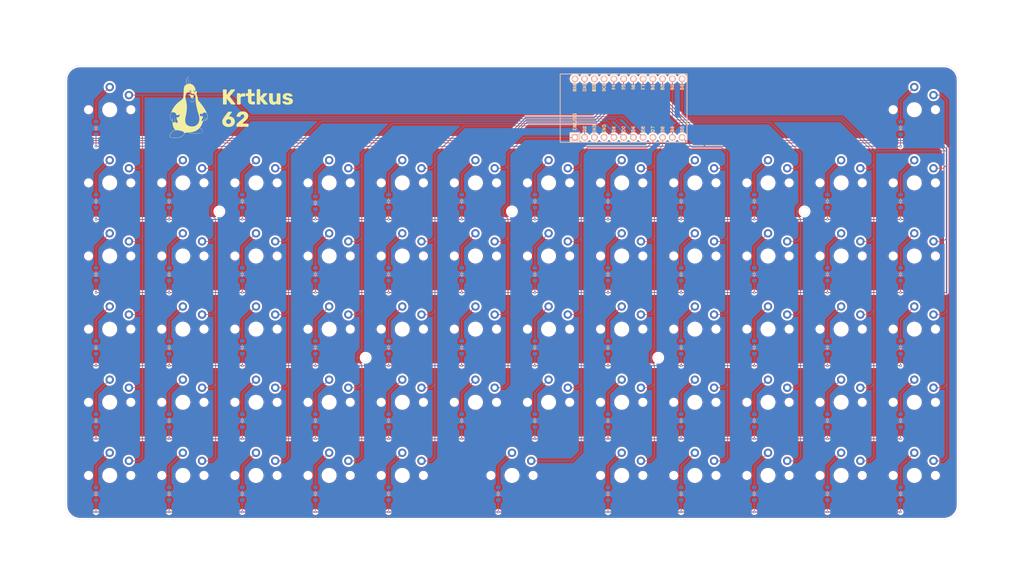
<source format=kicad_pcb>
(kicad_pcb (version 20240108) (generator "pcbnew") (generator_version "8.0")
  (layers (0 "F.Cu" signal) (31 "B.Cu" signal) (34 "B.Paste" user) (35 "F.Paste" user) (36 "B.SilkS" user "B.Silkscreen") (37 "F.SilkS" user "F.Silkscreen") (38 "B.Mask" user) (39 "F.Mask" user) (44 "Edge.Cuts" user))
  (net 0 "")
  (net 1 "Net-(D1-A)")
  (net 2 "ROW0")
  (net 3 "ROW1")
  (net 4 "Net-(D2-A)")
  (net 5 "ROW2")
  (net 6 "Net-(D3-A)")
  (net 7 "ROW3")
  (net 8 "Net-(D4-A)")
  (net 9 "ROW4")
  (net 10 "Net-(D5-A)")
  (net 11 "Net-(D6-A)")
  (net 12 "ROW5")
  (net 14 "Net-(D8-A)")
  (net 15 "Net-(D9-A)")
  (net 16 "Net-(D10-A)")
  (net 17 "Net-(D11-A)")
  (net 18 "Net-(D12-A)")
  (net 20 "Net-(D14-A)")
  (net 21 "Net-(D15-A)")
  (net 22 "Net-(D16-A)")
  (net 23 "Net-(D17-A)")
  (net 24 "Net-(D18-A)")
  (net 25 "Net-(D20-A)")
  (net 26 "Net-(D21-A)")
  (net 27 "Net-(D22-A)")
  (net 28 "Net-(D23-A)")
  (net 29 "Net-(D24-A)")
  (net 30 "Net-(D26-A)")
  (net 31 "Net-(D27-A)")
  (net 32 "Net-(D28-A)")
  (net 33 "Net-(D29-A)")
  (net 34 "Net-(D30-A)")
  (net 35 "Net-(D32-A)")
  (net 36 "Net-(D33-A)")
  (net 37 "Net-(D34-A)")
  (net 38 "Net-(D35-A)")
  (net 39 "Net-(D38-A)")
  (net 40 "Net-(D39-A)")
  (net 41 "Net-(D40-A)")
  (net 42 "Net-(D41-A)")
  (net 43 "Net-(D42-A)")
  (net 44 "Net-(D44-A)")
  (net 45 "Net-(D45-A)")
  (net 46 "Net-(D46-A)")
  (net 47 "Net-(D47-A)")
  (net 48 "Net-(D48-A)")
  (net 49 "Net-(D50-A)")
  (net 50 "Net-(D51-A)")
  (net 51 "Net-(D52-A)")
  (net 52 "Net-(D53-A)")
  (net 53 "Net-(D54-A)")
  (net 54 "Net-(D56-A)")
  (net 55 "Net-(D57-A)")
  (net 56 "Net-(D58-A)")
  (net 57 "Net-(D59-A)")
  (net 58 "Net-(D60-A)")
  (net 59 "Net-(D62-A)")
  (net 60 "Net-(D63-A)")
  (net 61 "Net-(D64-A)")
  (net 62 "Net-(D65-A)")
  (net 63 "Net-(D66-A)")
  (net 64 "Net-(D68-A)")
  (net 65 "Net-(D69-A)")
  (net 66 "Net-(D70-A)")
  (net 67 "Net-(D71-A)")
  (net 68 "Net-(D72-A)")
  (net 69 "COL0")
  (net 70 "COL1")
  (net 71 "COL2")
  (net 72 "COL3")
  (net 73 "COL4")
  (net 74 "COL5")
  (net 75 "COL6")
  (net 76 "COL7")
  (net 77 "COL8")
  (net 78 "COL9")
  (net 79 "COL10")
  (net 80 "COL11")
  (net 83 "Net-(D67-A)")
  (footprint "ScottoKeebs_Choc:Choc_V1_1.00u_No_Label" (layer "F.Cu") (at 289.7875 138.175)
    (property "Reference" "SW64" (hide yes))
    (property "Value" "Push")
  )
  (footprint "ScottoKeebs_Choc:Choc_V1_1.00u_No_Label" (layer "F.Cu") (at 232.6375 138.175)
    (property "Reference" "SW46" (hide yes))
    (property "Value" "Push")
  )
  (footprint "ScottoKeebs_Choc:Choc_V1_1.00u_No_Label" (layer "F.Cu") (at 204.0625 176.275)
    (property "Reference" "SW42" (hide yes))
    (property "Value" "Push")
  )
  (footprint "ScottoKeebs_Choc:Choc_V1_1.00u_No_Label" (layer "F.Cu") (at 270.7375 100.075)
    (property "Reference" "SW56" (hide yes))
    (property "Value" "Push")
  )
  (footprint "ScottoKeebs_Choc:Choc_V1_1.00u_No_Label" (layer "F.Cu") (at 213.5875 157.225)
    (property "Reference" "SW41" (hide yes))
    (property "Value" "Push")
  )
  (footprint "ScottoKeebs_Choc:Choc_V1_1.00u_No_Label" (layer "F.Cu") (at 99.2875 119.125)
    (property "Reference" "SW3" (hide yes))
    (property "Value" "Push")
  )
  (footprint "ScottoKeebs_Choc:Choc_V1_1.00u_No_Label" (layer "F.Cu") (at 99.2875 81.025)
    (property "Reference" "SW1" (hide yes))
    (property "Value" "Push")
  )
  (footprint "ScottoKeebs_Choc:Choc_V1_1.00u_No_Label" (layer "F.Cu") (at 270.7375 157.225)
    (property "Reference" "SW59" (hide yes))
    (property "Value" "Push")
  )
  (footprint "ScottoKeebs_Choc:Choc_V1_1.00u_No_Label" (layer "F.Cu") (at 175.4875 157.225)
    (property "Reference" "SW29" (hide yes))
    (property "Value" "Push")
  )
  (footprint "ScottoKeebs_Choc:Choc_V1_1.00u_No_Label" (layer "F.Cu") (at 308.8375 81.025)
    (property "Reference" "SW67" (hide yes))
    (property "Value" "Push")
  )
  (footprint "ScottoKeebs_Choc:Choc_V1_1.00u_No_Label" (layer "F.Cu") (at 251.6875 176.275)
    (property "Reference" "SW54" (hide yes))
    (property "Value" "Push")
  )
  (footprint "ScottoKeebs_Choc:Choc_V1_1.00u_No_Label" (layer "F.Cu") (at 270.7375 119.125)
    (property "Reference" "SW57" (hide yes))
    (property "Value" "Push")
  )
  (footprint "ScottoKeebs_Choc:Choc_V1_1.00u_No_Label" (layer "F.Cu") (at 232.6375 157.225)
    (property "Reference" "SW47" (hide yes))
    (property "Value" "Push")
  )
  (footprint "ScottoKeebs_Choc:Choc_V1_1.00u_No_Label" (layer "F.Cu") (at 213.5875 119.125)
    (property "Reference" "SW39" (hide yes))
    (property "Value" "Push")
  )
  (footprint "ScottoKeebs_Choc:Choc_V1_1.00u_No_Label" (layer "F.Cu") (at 308.8375 157.225)
    (property "Reference" "SW71" (hide yes))
    (property "Value" "Push")
  )
  (footprint "ScottoKeebs_Choc:Choc_V1_1.00u_No_Label" (layer "F.Cu") (at 99.2875 138.175)
    (property "Reference" "SW4" (hide yes))
    (property "Value" "Push")
  )
  (footprint "ScottoKeebs_Choc:Choc_V1_1.00u_No_Label" (layer "F.Cu") (at 156.4375 100.075)
    (property "Reference" "SW20" (hide yes))
    (property "Value" "Push")
  )
  (footprint "ScottoKeebs_Choc:Choc_V1_1.00u_No_Label" (layer "F.Cu") (at 270.7375 138.175)
    (property "Reference" "SW58" (hide yes))
    (property "Value" "Push")
  )
  (footprint "ScottoKeebs_Choc:Choc_V1_1.00u_No_Label" (layer "F.Cu") (at 137.3875 176.275)
    (property "Reference" "SW18" (hide yes))
    (property "Value" "Push")
  )
  (footprint "ScottoKeebs_Choc:Choc_V1_1.00u_No_Label" (layer "F.Cu") (at 156.4375 176.275)
    (property "Reference" "SW24" (hide yes))
    (property "Value" "Push")
  )
  (footprint "ScottoKeebs_Choc:Choc_V1_1.00u_No_Label" (layer "F.Cu") (at 289.7875 176.275)
    (property "Reference" "SW66" (hide yes))
    (property "Value" "Push")
  )
  (footprint "ScottoKeebs_Choc:Choc_V1_1.00u_No_Label" (layer "F.Cu") (at 118.3375 138.175)
    (property "Reference" "SW10" (hide yes))
    (property "Value" "Push")
  )
  (footprint "ScottoKeebs_Choc:Choc_V1_1.00u_No_Label" (layer "F.Cu") (at 175.4875 138.175)
    (property "Reference" "SW28" (hide yes))
    (property "Value" "Push")
  )
  (footprint "ScottoKeebs_Choc:Choc_V1_1.00u_No_Label" (layer "F.Cu") (at 308.8375 100.075)
    (property "Reference" "SW68" (hide yes))
    (property "Value" "Push")
  )
  (footprint "ScottoKeebs_Choc:Choc_V1_1.00u_No_Label" (layer "F.Cu") (at 251.6875 119.125)
    (property "Reference" "SW51" (hide yes))
    (property "Value" "Push")
  )
  (footprint "ScottoKeebs_Choc:Choc_V1_1.00u_No_Label" (layer "F.Cu") (at 99.2875 100.075)
    (property "Reference" "SW2" (hide yes))
    (property "Value" "Push")
  )
  (footprint "ScottoKeebs_Choc:Choc_V1_1.00u_No_Label" (layer "F.Cu") (at 251.6875 100.075)
    (property "Reference" "SW50" (hide yes))
    (property "Value" "Push")
  )
  (footprint "ScottoKeebs_Choc:Choc_V1_1.00u_No_Label" (layer "F.Cu") (at 118.3375 119.125)
    (property "Reference" "SW9" (hide yes))
    (property "Value" "Push")
  )
  (footprint "ScottoKeebs_Choc:Choc_V1_1.00u_No_Label" (layer "F.Cu") (at 118.3375 176.275)
    (property "Reference" "SW12" (hide yes))
    (property "Value" "Push")
  )
  (footprint "ScottoKeebs_Choc:Choc_V1_1.00u_No_Label" (layer "F.Cu") (at 156.4375 157.225)
    (property "Reference" "SW23" (hide yes))
    (property "Value" "Push")
  )
  (footprint "ScottoKeebs_Choc:Choc_V1_1.00u_No_Label" (layer "F.Cu") (at 232.6375 176.275)
    (property "Reference" "SW48" (hide yes))
    (property "Value" "Push")
  )
  (footprint "ScottoKeebs_Choc:Choc_V1_1.00u_No_Label" (layer "F.Cu") (at 251.6875 157.225)
    (property "Reference" "SW53" (hide yes))
    (property "Value" "Push")
  )
  (footprint "ScottoKeebs_Choc:Choc_V1_1.00u_No_Label" (layer "F.Cu") (at 99.2875 176.275)
    (property "Reference" "SW6" (hide yes))
    (property "Value" "Push")
  )
  (footprint "ScottoKeebs_Choc:Choc_V1_1.00u_No_Label" (layer "F.Cu") (at 194.5375 119.125)
    (property "Reference" "SW33" (hide yes))
    (property "Value" "Push")
  )
  (footprint "ScottoKeebs_Choc:Choc_V1_1.00u_No_Label" (layer "F.Cu") (at 213.5875 138.175)
    (property "Reference" "SW40" (hide yes))
    (property "Value" "Push")
  )
  (footprint "ScottoKeebs_Choc:Choc_V1_1.00u_No_Label" (layer "F.Cu") (at 156.4375 119.125)
    (property "Reference" "SW21" (hide yes))
    (property "Value" "Push")
  )
  (footprint "ScottoKeebs_Choc:Choc_V1_1.00u_No_Label" (layer "F.Cu") (at 156.4375 138.175)
    (property "Reference" "SW22" (hide yes))
    (property "Value" "Push")
  )
  (footprint "ScottoKeebs_Choc:Choc_V1_1.00u_No_Label" (layer "F.Cu") (at 232.6375 119.125)
    (property "Reference" "SW45" (hide yes))
    (property "Value" "Push")
  )
  (footprint "ScottoKeebs_Choc:Choc_V1_1.00u_No_Label" (layer "F.Cu") (at 194.5375 100.075)
    (property "Reference" "SW32" (hide yes))
    (property "Value" "Push")
  )
  (footprint "ScottoKeebs_MCU:Arduino_Pro_Micro" (layer "F.Cu") (at 234.403484 80.60828 90)
    (property "Reference" "U1" (hide yes))
    (property "Value" "Arduino_Pro_Micro" (hide yes))
  )
  (footprint "ScottoKeebs_Choc:Choc_V1_1.00u_No_Label" (layer "F.Cu") (at 118.3375 157.225)
    (property "Reference" "SW11" (hide yes))
    (property "Value" "Push")
  )
  (footprint "ScottoKeebs_Choc:Choc_V1_1.00u_No_Label" (layer "F.Cu") (at 118.3375 100.075)
    (property "Reference" "SW8" (hide yes))
    (property "Value" "Push")
  )
  (footprint "ScottoKeebs_Choc:Choc_V1_1.00u_No_Label" (layer "F.Cu") (at 175.4875 100.075)
    (property "Reference" "SW26" (hide yes))
    (property "Value" "Push")
  )
  (footprint "ScottoKeebs_Choc:Choc_V1_1.00u_No_Label" (layer "F.Cu") (at 99.2875 157.225)
    (property "Reference" "SW5" (hide yes))
    (property "Value" "Push")
  )
  (footprint "ScottoKeebs_Choc:Choc_V1_1.00u_No_Label" (layer "F.Cu") (at 137.3875 138.175)
    (property "Reference" "SW16" (hide yes))
    (property "Value" "Push")
  )
  (footprint "ScottoKeebs_Choc:Choc_V1_1.00u_No_Label" (layer "F.Cu") (at 175.4875 176.275)
    (property "Reference" "SW30" (hide yes))
    (property "Value" "Push")
  )
  (footprint "ScottoKeebs_Choc:Choc_V1_1.00u_No_Label" (layer "F.Cu") (at 270.7375 176.275)
    (property "Reference" "SW60" (hide yes))
    (property "Value" "Push")
  )
  (footprint "ScottoKeebs_Choc:Choc_V1_1.00u_No_Label" (layer "F.Cu") (at 308.8375 138.175)
    (property "Reference" "SW70" (hide yes))
    (property "Value" "Push")
  )
  (footprint "ScottoKeebs_Choc:Choc_V1_1.00u_No_Label" (layer "F.Cu") (at 213.5875 100.075)
    (property "Reference" "SW38" (hide yes))
    (property "Value" "Push")
  )
  (footprint "ScottoKeebs_Choc:Choc_V1_1.00u_No_Label" (layer "F.Cu") (at 194.5375 157.225)
    (property "Reference" "SW35" (hide yes))
    (property "Value" "Push")
  )
  (footprint "ScottoKeebs_Choc:Choc_V1_1.00u_No_Label" (layer "F.Cu") (at 289.7875 100.075)
    (property "Reference" "SW62" (hide yes))
    (property "Value" "Push")
  )
  (footprint "ScottoKeebs_Choc:Choc_V1_1.00u_No_Label" (layer "F.Cu") (at 175.4875 119.125)
    (property "Reference" "SW27" (hide yes))
    (property "Value" "Push")
  )
  (footprint "ScottoKeebs_Choc:Choc_V1_1.00u_No_Label" (layer "F.Cu") (at 289.7875 157.225)
    (property "Reference" "SW65" (hide yes))
    (property "Value" "Push")
  )
  (footprint "ScottoKeebs_Choc:Choc_V1_1.00u_No_Label" (layer "F.Cu") (at 251.6875 138.175)
    (property "Reference" "SW52" (hide yes))
    (property "Value" "Push")
  )
  (footprint "ScottoKeebs_Choc:Choc_V1_1.00u_No_Label" (layer "F.Cu") (at 289.7875 119.125)
    (property "Reference" "SW63" (hide yes))
    (property "Value" "Push")
  )
  (footprint "ScottoKeebs_Choc:Choc_V1_1.00u_No_Label" (layer "F.Cu") (at 232.6375 100.075)
    (property "Reference" "SW44" (hide yes))
    (property "Value" "Push")
  )
  (footprint "ScottoKeebs_Choc:Choc_V1_1.00u_No_Label" (layer "F.Cu") (at 137.3875 100.075)
    (property "Reference" "SW14" (hide yes))
    (property "Value" "Push")
  )
  (footprint "ScottoKeebs_Choc:Choc_V1_1.00u_No_Label" (layer "F.Cu") (at 308.8375 119.125)
    (property "Reference" "SW69" (hide yes))
    (property "Value" "Push")
  )
  (footprint "ScottoKeebs_Choc:Choc_V1_1.00u_No_Label" (layer "F.Cu") (at 194.5375 138.175)
    (property "Reference" "SW34" (hide yes))
    (property "Value" "Push")
  )
  (footprint "ScottoKeebs_Choc:Choc_V1_1.00u_No_Label" (layer "F.Cu") (at 137.3875 157.225)
    (property "Reference" "SW17" (hide yes))
    (property "Value" "Push")
  )
  (footprint "ScottoKeebs_Choc:Choc_V1_1.00u_No_Label" (layer "F.Cu") (at 308.8375 176.275)
    (property "Reference" "SW72" (hide yes))
    (property "Value" "Push")
  )
  (footprint "ScottoKeebs_Choc:Choc_V1_1.00u_No_Label" (layer "F.Cu") (at 137.3875 119.125)
    (property "Reference" "SW15" (hide yes))
    (property "Value" "Push")
  )
  (footprint "ScottoKeebs_Components:Diode_SOD-123" (layer "B.Cu") (at 190.965625 161.9875 90)
    (property "Reference" "D35" (hide yes))
    (property "Value" "1N47xxA" (hide yes))
  )
  (footprint "ScottoKeebs_Components:Diode_SOD-123" (layer "B.Cu") (at 248.115625 123.8875 90)
    (property "Reference" "D51" (hide yes))
    (property "Value" "1N47xxA" (hide yes))
  )
  (footprint "ScottoKeebs_Components:Diode_SOD-123" (layer "B.Cu") (at 286.215625 104.8375 90)
    (property "Reference" "D62" (hide yes))
    (property "Value" "1N47xxA" (hide yes))
  )
  (footprint "ScottoKeebs_Components:Diode_SOD-123" (layer "B.Cu") (at 248.115625 142.9375 90)
    (property "Reference" "D52" (hide yes))
    (property "Value" "1N47xxA" (hide yes))
  )
  (footprint "ScottoKeebs_Components:Diode_SOD-123" (layer "B.Cu") (at 267.165625 142.9375 90)
    (property "Reference" "D58" (hide yes))
    (property "Value" "1N47xxA" (hide yes))
  )
  (footprint "ScottoKeebs_Components:Diode_SOD-123" (layer "B.Cu") (at 114.765625 181.0375 90)
    (property "Reference" "D12" (hide yes))
    (property "Value" "1N47xxA" (hide yes))
  )
  (footprint "ScottoKeebs_Components:Diode_SOD-123" (layer "B.Cu") (at 114.765625 104.8375 90)
    (property "Reference" "D8" (hide yes))
    (property "Value" "1N47xxA" (hide yes))
  )
  (footprint "ScottoKeebs_Components:Diode_SOD-123" (layer "B.Cu") (at 267.165625 104.8375 90)
    (property "Reference" "D56" (hide yes))
    (property "Value" "1N47xxA" (hide yes))
  )
  (footprint "ScottoKeebs_Components:Diode_SOD-123" (layer "B.Cu") (at 190.965625 123.8875 90)
    (property "Reference" "D33" (hide yes))
    (property "Value" "1N47xxA" (hide yes))
  )
  (footprint "ScottoKeebs_Components:Diode_SOD-123" (layer "B.Cu") (at 305.265444 85.787488 90)
    (property "Reference" "D67" (hide yes))
    (property "Value" "1N47xxA" (hide yes))
  )
  (footprint "ScottoKeebs_Components:Diode_SOD-123" (layer "B.Cu") (at 267.165625 181.0375 90)
    (property "Reference" "D60" (hide yes))
    (property "Value" "1N47xxA" (hide yes))
  )
  (footprint "ScottoKeebs_Components:Diode_SOD-123" (layer "B.Cu") (at 152.865625 123.8875 90)
    (property "Reference" "D21" (hide yes))
    (property "Value" "1N47xxA" (hide yes))
  )
  (footprint "ScottoKeebs_Components:Diode_SOD-123" (layer "B.Cu") (at 171.915625 104.8375 90)
    (property "Reference" "D26" (hide yes))
    (property "Value" "1N47xxA" (hide yes))
  )
  (footprint "ScottoKeebs_Components:Diode_SOD-123" (layer "B.Cu") (at 229.065625 142.9375 90)
    (property "Reference" "D46" (hide yes))
    (property "Value" "1N47xxA" (hide yes))
  )
  (footprint "ScottoKeebs_Components:Diode_SOD-123" (layer "B.Cu") (at 305.265625 142.9375 90)
    (property "Reference" "D70" (hide yes))
    (property "Value" "1N47xxA" (hide yes))
  )
  (footprint "ScottoKeebs_Components:Diode_SOD-123" (layer "B.Cu") (at 210.015625 142.9375 90)
    (property "Reference" "D40" (hide yes))
    (property "Value" "1N47xxA" (hide yes))
  )
  (footprint "ScottoKeebs_Components:Diode_SOD-123" (layer "B.Cu") (at 114.765625 142.9375 90)
    (property "Reference" "D10" (hide yes))
    (property "Value" "1N47xxA" (hide yes))
  )
  (footprint "ScottoKeebs_Components:Diode_SOD-123" (layer "B.Cu") (at 248.115625 181.0375 90)
    (property "Reference" "D54" (hide yes))
    (property "Value" "1N47xxA" (hide yes))
  )
  (footprint "ScottoKeebs_Components:Diode_SOD-123" (layer "B.Cu") (at 95.715625 123.8875 90)
    (property "Reference" "D3" (hide yes))
    (property "Value" "1N47xxA" (hide yes))
  )
  (footprint "ScottoKeebs_Components:Diode_SOD-123" (layer "B.Cu") (at 286.215625 142.9375 90)
    (property "Reference" "D64" (hide yes))
    (property "Value" "1N47xxA" (hide yes))
  )
  (footprint "ScottoKeebs_Components:Diode_SOD-123" (layer "B.Cu") (at 248.115625 161.9875 90)
    (property "Reference" "D53" (hide yes))
    (property "Value" "1N47xxA" (hide yes))
  )
  (footprint "ScottoKeebs_Components:Diode_SOD-123" (layer "B.Cu") (at 286.215625 161.9875 90)
    (property "Reference" "D65" (hide yes))
    (property "Value" "1N47xxA" (hide yes))
  )
  (footprint "ScottoKeebs_Components:Diode_SOD-123" (layer "B.Cu") (at 171.915625 181.0375 90)
    (property "Reference" "D30" (hide yes))
    (property "Value" "1N47xxA" (hide yes))
  )
  (footprint "ScottoKeebs_Components:Diode_SOD-123" (layer "B.Cu") (at 95.715625 161.9875 90)
    (property "Reference" "D5" (hide yes))
    (property "Value" "1N47xxA" (hide yes))
  )
  (footprint "ScottoKeebs_Components:Diode_SOD-123" (layer "B.Cu") (at 229.065625 181.0375 90)
    (property "Reference" "D48" (hide yes))
    (property "Value" "1N47xxA" (hide yes))
  )
  (footprint "ScottoKeebs_Components:Diode_SOD-123" (layer "B.Cu") (at 210.015625 104.8375 90)
    (property "Reference" "D38" (hide yes))
    (property "Value" "1N47xxA" (hide yes))
  )
  (footprint "ScottoKeebs_Components:Diode_SOD-123" (layer "B.Cu") (at 95.715625 104.8375 90)
    (property "Reference" "D2" (hide yes))
    (property "Value" "1N47xxA" (hide yes))
  )
  (footprint "ScottoKeebs_Components:Diode_SOD-123" (layer "B.Cu") (at 114.765625 161.9875 90)
    (property "Reference" "D11" (hide yes))
    (property "Value" "1N47xxA" (hide yes))
  )
  (footprint "ScottoKeebs_Components:Diode_SOD-123" (layer "B.Cu") (at 305.265625 181.0375 90)
    (property "Reference" "D72" (hide yes))
    (property "Value" "1N47xxA" (hide yes))
  )
  (footprint "ScottoKeebs_Components:Diode_SOD-123" (layer "B.Cu") (at 133.815625 181.0375 90)
    (property "Reference" "D18" (hide yes))
    (property "Value" "1N47xxA" (hide yes))
  )
  (footprint "ScottoKeebs_Components:Diode_SOD-123" (layer "B.Cu") (at 229.065625 104.8375 90)
    (property "Reference" "D44" (hide yes))
    (property "Value" "1N47xxA" (hide yes))
  )
  (footprint "ScottoKeebs_Components:Diode_SOD-123" (layer "B.Cu") (at 95.715625 85.7875 90)
    (property "Reference" "D1" (hide yes))
    (property "Value" "1N47xxA" (hide yes))
  )
  (footprint "ScottoKeebs_Components:Diode_SOD-123" (layer "B.Cu") (at 210.015625 161.9875 90)
    (property "Reference" "D41" (hide yes))
    (property "Value" "1N47xxA" (hide yes))
  )
  (footprint "ScottoKeebs_Components:Diode_SOD-123" (layer "B.Cu") (at 200.490625 181.0375 90)
    (property "Reference" "D42" (hide yes))
    (property "Value" "1N47xxA" (hide yes))
  )
  (footprint "ScottoKeebs_Components:Diode_SOD-123" (layer "B.Cu") (at 133.815625 104.8375 90)
    (property "Reference" "D14" (hide yes))
    (property "Value" "1N47xxA" (hide yes))
  )
  (footprint "ScottoKeebs_Components:Diode_SOD-123" (layer "B.Cu") (at 152.865625 181.0375 90)
    (property "Reference" "D24" (hide yes))
    (property "Value" "1N47xxA" (hide yes))
  )
  (footprint "ScottoKeebs_Components:Diode_SOD-123" (layer "B.Cu") (at 152.865625 105.296875 90)
    (property "Reference" "D20" (hide yes))
    (property "Value" "1N47xxA" (hide yes))
  )
  (footprint "ScottoKeebs_Components:Diode_SOD-123" (layer "B.Cu") (at 95.715625 142.9375 90)
    (property "Reference" "D4" (hide yes))
    (property "Value" "1N47xxA" (hide yes))
  )
  (footprint "ScottoKeebs_Components:Diode_SOD-123" (layer "B.Cu") (at 171.915625 123.8875 90)
    (property "Reference" "D27" (hide yes))
    (property "Value" "1N47xxA" (hide yes))
  )
  (footprint "ScottoKeebs_Components:Diode_SOD-123" (layer "B.Cu") (at 229.065625 161.9875 90)
    (property "Reference" "D47" (hide yes))
    (property "Value" "1N47xxA" (hide yes))
  )
  (footprint "ScottoKeebs_Components:Diode_SOD-123" (layer "B.Cu") (at 152.865625 161.9875 90)
    (property "Reference" "D23" (hide yes))
    (property "Value" "1N47xxA" (hide yes))
  )
  (footprint "ScottoKeebs_Components:Diode_SOD-123" (layer "B.Cu") (at 305.265625 104.8375 90)
    (property "Reference" "D68" (hide yes))
    (property "Value" "1N47xxA" (hide yes))
  )
  (footprint "ScottoKeebs_Components:Diode_SOD-123" (layer "B.Cu") (at 152.865625 142.9375 90)
    (property "Reference" "D22" (hide yes))
    (property "Value" "1N47xxA" (hide yes))
  )
  (footprint "ScottoKeebs_Components:Diode_SOD-123" (layer "B.Cu") (at 229.065625 123.8875 90)
    (property "Reference" "D45" (hide yes))
    (property "Value" "1N47xxA" (hide yes))
  )
  (footprint "ScottoKeebs_Components:Diode_SOD-123" (layer "B.Cu") (at 286.215625 123.8875 90)
    (property "Reference" "D63" (hide yes))
    (property "Value" "1N47xxA" (hide yes))
  )
  (footprint "ScottoKeebs_Components:Diode_SOD-123" (layer "B.Cu") (at 133.815625 123.8875 90)
    (property "Reference" "D15" (hide yes))
    (property "Value" "1N47xxA" (hide yes))
  )
  (footprint "ScottoKeebs_Components:Diode_SOD-123" (layer "B.Cu") (at 248.115625 104.8375 90)
    (property "Reference" "D50" (hide yes))
    (property "Value" "1N47xxA" (hide yes))
  )
  (footprint "ScottoKeebs_Components:Diode_SOD-123" (layer "B.Cu") (at 171.915625 161.9875 90)
    (property "Reference" "D29" (hide yes))
    (property "Value" "1N47xxA" (hide yes))
  )
  (footprint "ScottoKeebs_Components:Diode_SOD-123" (layer "B.Cu") (at 267.165625 123.8875 90)
    (property "Reference" "D57" (hide yes))
    (property "Value" "1N47xxA" (hide yes))
  )
  (footprint "ScottoKeebs_Components:Diode_SOD-123" (layer "B.Cu") (at 305.265625 123.8875 90)
    (property "Reference" "D69" (hide yes))
    (property "Value" "1N47xxA" (hide yes))
  )
  (footprint "ScottoKeebs_Components:Diode_SOD-123" (layer "B.Cu") (at 190.965625 104.8375 90)
    (property "Reference" "D32" (hide yes))
    (property "Value" "1N47xxA" (hide yes))
  )
  (footprint "ScottoKeebs_Components:Diode_SOD-123" (layer "B.Cu") (at 286.215625 181.0375 90)
    (property "Reference" "D66" (hide yes))
    (property "Value" "1N47xxA" (hide yes))
  )
  (footprint "ScottoKeebs_Components:Diode_SOD-123" (layer "B.Cu") (at 305.265625 161.9875 90)
    (property "Reference" "D71" (hide yes))
    (property "Value" "1N47xxA" (hide yes))
  )
  (footprint "ScottoKeebs_Components:Diode_SOD-123" (layer "B.Cu") (at 210.015625 123.8875 90)
    (property "Reference" "D39" (hide yes))
    (property "Value" "1N47xxA" (hide yes))
  )
  (footprint "ScottoKeebs_Components:Diode_SOD-123" (layer "B.Cu") (at 133.815625 142.9375 90)
    (property "Reference" "D16" (hide yes))
    (property "Value" "1N47xxA" (hide yes))
  )
  (footprint "ScottoKeebs_Components:Diode_SOD-123" (layer "B.Cu") (at 171.915625 142.9375 90)
    (property "Reference" "D28" (hide yes))
    (property "Value" "1N47xxA" (hide yes))
  )
  (footprint "ScottoKeebs_Components:Diode_SOD-123" (layer "B.Cu") (at 95.715625 181.0375 90)
    (property "Reference" "D6" (hide yes))
    (property "Value" "1N47xxA" (hide yes))
  )
  (footprint "ScottoKeebs_Components:Diode_SOD-123" (layer "B.Cu") (at 267.165625 161.9875 90)
    (property "Reference" "D59" (hide yes))
    (property "Value" "1N47xxA" (hide yes))
  )
  (footprint "ScottoKeebs_Components:Diode_SOD-123" (layer "B.Cu") (at 133.815625 161.9875 90)
    (property "Reference" "D17" (hide yes))
    (property "Value" "1N47xxA" (hide yes))
  )
  (footprint "ScottoKeebs_Components:Diode_SOD-123" (layer "B.Cu") (at 114.765625 123.8875 90)
    (property "Reference" "D9" (hide yes))
    (property "Value" "1N47xxA" (hide yes))
  )
  (footprint "ScottoKeebs_Components:Diode_SOD-123" (layer "B.Cu") (at 190.965625 142.9375 90)
    (property "Reference" "D34" (hide yes))
    (property "Value" "1N47xxA" (hide yes))
  )
  (gr_poly (pts (xy 136.077071 75.673884) (xy 136.083902 75.674345) (xy 136.090601 75.675114) (xy 136.097169 75.67619) (xy 136.103604 75.677574) (xy 136.109908 75.679265) (xy 136.11608 75.681264) (xy 136.12212 75.68357) (xy 136.128029 75.686184) (xy 136.133805 75.689105) (xy 136.13945 75.692334) (xy 136.144963 75.69587) (xy 136.150344 75.699714) (xy 136.155594 75.703865) (xy 136.160712 75.708324) (xy 136.165697 75.71309) (xy 136.171144 75.718098) (xy 136.17624 75.723281) (xy 136.180984 75.728641) (xy 136.185377 75.734176) (xy 136.189418 75.739886) (xy 136.193108 75.745773) (xy 136.196446 75.751835) (xy 136.199433 75.758072) (xy 136.202069 75.764486) (xy 136.204353 75.771075) (xy 136.206286 75.77784) (xy 136.207867 75.784781) (xy 136.209097 75.791897) (xy 136.209976 75.799189) (xy 136.210503 75.806657) (xy 136.210678 75.814301) (xy 136.210678 76.742062) (xy 136.913529 76.742062) (xy 136.921172 76.742216) (xy 136.92864 76.742677) (xy 136.935932 76.743446) (xy 136.943048 76.744522) (xy 136.949989 76.745906) (xy 136.956753 76.747597) (xy 136.963343 76.749595) (xy 136.969756 76.751902) (xy 136.975994 76.754515) (xy 136.982056 76.757437) (xy 136.987942 76.760665) (xy 136.993653 76.764202) (xy 136.999188 76.768045) (xy 137.004547 76.772197) (xy 137.009731 76.776656) (xy 137.014738 76.781422) (xy 137.019504 76.78643) (xy 137.023963 76.791613) (xy 137.028114 76.796973) (xy 137.031958 76.802508) (xy 137.035494 76.808218) (xy 137.038723 76.814105) (xy 137.041644 76.820167) (xy 137.044258 76.826405) (xy 137.046564 76.832818) (xy 137.048563 76.839408) (xy 137.050255 76.846173) (xy 137.051638 76.853113) (xy 137.052715 76.860229) (xy 137.053483 76.867521) (xy 137.053945 76.874989) (xy 137.054098 76.882632) (xy 137.054098 77.326834) (xy 137.053945 77.333818) (xy 137.053483 77.340715) (xy 137.052715 77.347524) (xy 137.051638 77.354245) (xy 137.050255 77.360878) (xy 137.048563 77.367423) (xy 137.046564 77.373881) (xy 137.044258 77.38025) (xy 137.041644 77.386532) (xy 137.038723 77.392726) (xy 137.035494 77.398831) (xy 137.031958 77.40485) (xy 137.028114 77.41078) (xy 137.023963 77.416622) (xy 137.019504 77.422377) (xy 137.014738 77.428044) (xy 137.009731 77.43281) (xy 137.004547 77.437269) (xy 136.999188 77.44142) (xy 136.993653 77.445264) (xy 136.987942 77.4488) (xy 136.982056 77.452029) (xy 136.975994 77.45495) (xy 136.969756 77.457564) (xy 136.963343 77.45987) (xy 136.956753 77.461869) (xy 136.949989 77.46356) (xy 136.943048 77.464944) (xy 136.935932 77.46602) (xy 136.92864 77.466789) (xy 136.921172 77.46725) (xy 136.913529 77.467404) (xy 136.210678 77.467404) (xy 136.210678 78.485129) (xy 136.210964 78.509399) (xy 136.21182 78.533011) (xy 136.213248 78.555963) (xy 136.215247 78.578257) (xy 136.217817 78.599891) (xy 136.220957 78.620867) (xy 136.224669 78.641184) (xy 136.228952 78.660842) (xy 136.233806 78.679841) (xy 136.239231 78.698181) (xy 136.245228 78.715862) (xy 136.251795 78.732884) (xy 136.258933 78.749247) (xy 136.266643 78.764951) (xy 136.274924 78.779996) (xy 136.283776 78.794383) (xy 136.288443 78.801301) (xy 136.293308 78.808) (xy 136.298371 78.81448) (xy 136.303631 78.82074) (xy 136.309089 78.82678) (xy 136.314745 78.8326) (xy 136.320598 78.838201) (xy 136.326649 78.843582) (xy 136.332898 78.848744) (xy 136.339344 78.853685) (xy 136.345988 78.858408) (xy 136.35283 78.86291) (xy 136.359869 78.867193) (xy 136.367107 78.871257) (xy 136.374541 78.8751) (xy 136.382174 78.878724) (xy 136.390004 78.882129) (xy 136.398032 78.885313) (xy 136.406257 78.888279) (xy 136.41468 78.891024) (xy 136.423301 78.89355) (xy 136.43212 78.895856) (xy 136.45035 78.89981) (xy 136.469371 78.902885) (xy 136.489182 78.905081) (xy 136.509785 78.906399) (xy 136.531178 78.906838) (xy 136.964133 78.906838) (xy 136.971095 78.907014) (xy 136.977926 78.907541) (xy 136.984625 78.90842) (xy 136.991192 78.909649) (xy 136.997628 78.911231) (xy 137.003932 78.913164) (xy 137.010104 78.915448) (xy 137.016144 78.918084) (xy 137.022053 78.921071) (xy 137.027829 78.924409) (xy 137.033474 78.928099) (xy 137.038987 78.93214) (xy 137.044368 78.936533) (xy 137.049618 78.941277) (xy 137.054735 78.946373) (xy 137.059721 78.95182) (xy 137.065168 78.956806) (xy 137.070264 78.961923) (xy 137.075008 78.967173) (xy 137.0794 78.972554) (xy 137.083442 78.978067) (xy 137.087132 78.983712) (xy 137.09047 78.989488) (xy 137.093457 78.995396) (xy 137.096093 79.001436) (xy 137.098377 79.007608) (xy 137.10031 79.013912) (xy 137.101891 79.020347) (xy 137.103121 79.026915) (xy 137.103999 79.033614) (xy 137.104527 79.040444) (xy 137.104702 79.047407) (xy 137.104702 79.525345) (xy 137.104527 79.532988) (xy 137.103999 79.540456) (xy 137.103121 79.547748) (xy 137.101891 79.554864) (xy 137.10031 79.561804) (xy 137.098377 79.568569) (xy 137.096093 79.575159) (xy 137.093457 79.581572) (xy 137.09047 79.58781) (xy 137.087132 79.593872) (xy 137.083442 79.599758) (xy 137.0794 79.605469) (xy 137.075008 79.611004) (xy 137.070264 79.616363) (xy 137.065168 79.621546) (xy 137.059721 79.626554) (xy 137.054735 79.63132) (xy 137.049618 79.635779) (xy 137.044368 79.63993) (xy 137.038987 79.643774) (xy 137.033474 79.64731) (xy 137.027829 79.650539) (xy 137.022053 79.65346) (xy 137.016144 79.656074) (xy 137.010104 79.65838) (xy 137.003932 79.660379) (xy 136.997628 79.66207) (xy 136.991192 79.663454) (xy 136.984625 79.66453) (xy 136.977926 79.665299) (xy 136.971095 79.665761) (xy 136.964133 79.665914) (xy 136.446837 79.665914) (xy 136.40225 79.665475) (xy 136.358453 79.664157) (xy 136.315448 79.661961) (xy 136.273233 79.658886) (xy 136.231808 79.654932) (xy 136.191175 79.6501) (xy 136.151332 79.64439) (xy 136.11228 79.6378) (xy 136.074019 79.630333) (xy 136.036548 79.621986) (xy 135.999868 79.612762) (xy 135.963979 79.602658) (xy 135.928881 79.591676) (xy 135.894573 79.579816) (xy 135.861056 79.567077) (xy 135.828329 79.553459) (xy 135.79646 79.538216) (xy 135.765512 79.522006) (xy 135.735487 79.50483) (xy 135.706385 79.486688) (xy 135.678205 79.467579) (xy 135.650948 79.447504) (xy 135.624613 79.426462) (xy 135.5992 79.404454) (xy 135.574711 79.38148) (xy 135.551143 79.357539) (xy 135.528498 79.332632) (xy 135.506776 79.306758) (xy 135.485976 79.279918) (xy 135.466099 79.252111) (xy 135.447144 79.223339) (xy 135.429112 79.193599) (xy 135.41277 79.162147) (xy 135.397483 79.12964) (xy 135.38325 79.096079) (xy 135.370072 79.061464) (xy 135.357947 79.025794) (xy 135.346877 78.98907) (xy 135.336862 78.951292) (xy 135.3279 78.91246) (xy 135.319993 78.872573) (xy 135.31314 78.831632) (xy 135.307342 78.789637) (xy 135.302597 78.746588) (xy 135.298907 78.702484) (xy 135.296272 78.657326) (xy 135.29469 78.611114) (xy 135.294163 78.563847) (xy 135.294163 77.467403) (xy 134.855583 77.467403) (xy 134.84794 77.467249) (xy 134.840472 77.466788) (xy 134.83318 77.466019) (xy 134.826064 77.464943) (xy 134.819124 77.463559) (xy 134.812359 77.461868) (xy 134.80577 77.459869) (xy 134.799356 77.457563) (xy 134.793119 77.454949) (xy 134.787057 77.452028) (xy 134.78117 77.448799) (xy 134.77546 77.445263) (xy 134.769925 77.441419) (xy 134.764566 77.437268) (xy 134.759383 77.432809) (xy 134.754376 77.428043) (xy 134.749609 77.422376) (xy 134.74515 77.416622) (xy 134.740999 77.410779) (xy 134.737155 77.404849) (xy 134.733619 77.398831) (xy 134.73039 77.392725) (xy 134.727469 77.386531) (xy 134.724855 77.380249) (xy 134.722549 77.37388) (xy 134.72055 77.367422) (xy 134.718859 77.360877) (xy 134.717475 77.354244) (xy 134.716399 77.347523) (xy 134.715631 77.340714) (xy 134.715169 77.333818) (xy 134.715016 77.326833) (xy 134.715016 76.882631) (xy 134.715169 76.874988) (xy 134.715631 76.86752) (xy 134.716399 76.860228) (xy 134.717475 76.853112) (xy 134.718859 76.846172) (xy 134.72055 76.839407) (xy 134.722549 76.832817) (xy 134.724855 76.826404) (xy 134.727469 76.820166) (xy 134.73039 76.814104) (xy 134.733619 76.808218) (xy 134.737155 76.802507) (xy 134.740999 76.796972) (xy 134.74515 76.791612) (xy 134.749609 76.786429) (xy 134.754376 76.781421) (xy 134.759383 76.776655) (xy 134.764566 76.772196) (xy 134.769925 76.768045) (xy 134.77546 76.764201) (xy 134.78117 76.760664) (xy 134.787057 76.757436) (xy 134.793119 76.754514) (xy 134.799356 76.751901) (xy 134.80577 76.749595) (xy 134.812359 76.747596) (xy 134.819124 76.745905) (xy 134.826064 76.744521) (xy 134.83318 76.743445) (xy 134.840472 76.742676) (xy 134.84794 76.742215) (xy 134.855583 76.742061) (xy 135.294163 76.742061) (xy 135.294163 75.814301) (xy 135.294317 75.806657) (xy 135.294778 75.799189) (xy 135.295547 75.791897) (xy 135.296623 75.784781) (xy 135.298007 75.77784) (xy 135.299698 75.771075) (xy 135.301697 75.764486) (xy 135.304003 75.758072) (xy 135.306617 75.751835) (xy 135.309538 75.745773) (xy 135.312767 75.739886) (xy 135.316303 75.734176) (xy 135.320147 75.728641) (xy 135.324298 75.723281) (xy 135.328757 75.718098) (xy 135.333523 75.71309) (xy 135.33919 75.708324) (xy 135.344945 75.703865) (xy 135.350787 75.699714) (xy 135.356717 75.69587) (xy 135.362736 75.692334) (xy 135.368842 75.689105) (xy 135.375035 75.686184) (xy 135.381317 75.68357) (xy 135.387686 75.681264) (xy 135.394144 75.679265) (xy 135.400689 75.677574) (xy 135.407322 75.67619) (xy 135.414043 75.675114) (xy 135.420852 75.674345) (xy 135.427748 75.673884) (xy 135.434733 75.67373) (xy 136.070109 75.67373)) (stroke (width -0.000001)) (fill solid) (layer "F.SilkS"))
  (gr_poly (pts (xy 129.61716 75.730112) (xy 129.624627 75.730573) (xy 129.631919 75.731341) (xy 129.639036 75.732418) (xy 129.645976 75.733801) (xy 129.652741 75.735493) (xy 129.659331 75.737491) (xy 129.665744 75.739798) (xy 129.671982 75.742411) (xy 129.678044 75.745333) (xy 129.683931 75.748561) (xy 129.689641 75.752098) (xy 129.695177 75.755941) (xy 129.700536 75.760093) (xy 129.70572 75.764552) (xy 129.710728 75.769318) (xy 129.715494 75.774326) (xy 129.719953 75.779509) (xy 129.724105 75.784869) (xy 129.727948 75.790404) (xy 129.731485 75.796114) (xy 129.734714 75.802001) (xy 129.737635 75.808063) (xy 129.740248 75.8143) (xy 129.742555 75.820714) (xy 129.744553 75.827303) (xy 129.746244 75.834068) (xy 129.747628 75.841009) (xy 129.748704 75.848125) (xy 129.749473 75.855417) (xy 129.749934 75.862885) (xy 129.750088 75.870528) (xy 129.750088 77.124412) (xy 130.812796 75.836791) (xy 130.815717 75.832574) (xy 130.818858 75.828357) (xy 130.822218 75.82414) (xy 130.825798 75.819923) (xy 130.829598 75.815706) (xy 130.833617 75.811489) (xy 130.837856 75.807272) (xy 130.842315 75.803055) (xy 130.846993 75.798837) (xy 130.851891 75.79462) (xy 130.857008 75.790403) (xy 130.862346 75.786186) (xy 130.867903 75.781969) (xy 130.873679 75.777752) (xy 130.879675 75.773535) (xy 130.885891 75.769318) (xy 130.893052 75.764552) (xy 130.900476 75.760093) (xy 130.908163 75.755941) (xy 130.916114 75.752098) (xy 130.924329 75.748561) (xy 130.932807 75.745333) (xy 130.941549 75.742411) (xy 130.950554 75.739798) (xy 130.959823 75.737491) (xy 130.969355 75.735493) (xy 130.979151 75.733801) (xy 130.989211 75.732418) (xy 130.999534 75.731341) (xy 131.010121 75.730573) (xy 131.020972 75.730112) (xy 131.032086 75.729958) (xy 131.819275 75.729958) (xy 131.824854 75.730112) (xy 131.830345 75.730573) (xy 131.835748 75.731341) (xy 131.841063 75.732418) (xy 131.846291 75.733801) (xy 131.85143 75.735493) (xy 131.856482 75.737491) (xy 131.861446 75.739798) (xy 131.866322 75.742411) (xy 131.871111 75.745333) (xy 131.875811 75.748561) (xy 131.880424 75.752098) (xy 131.884948 75.755941) (xy 131.889385 75.760093) (xy 131.893734 75.764552) (xy 131.897995 75.769318) (xy 131.902761 75.773579) (xy 131.90722 75.777928) (xy 131.911371 75.782364) (xy 131.915215 75.786889) (xy 131.918751 75.791501) (xy 131.92198 75.796201) (xy 131.924901 75.80099) (xy 131.927515 75.805866) (xy 131.929821 75.810829) (xy 131.93182 75.815881) (xy 131.933511 75.821021) (xy 131.934895 75.826248) (xy 131.935971 75.831563) (xy 131.93674 75.836966) (xy 131.937202 75.842457) (xy 131.937355 75.848036) (xy 131.937267 75.852912) (xy 131.937004 75.8577) (xy 131.936565 75.862401) (xy 131.935949 75.867013) (xy 131.935159 75.871538) (xy 131.934192 75.875975) (xy 131.93305 75.880324) (xy 131.931732 75.884585) (xy 131.930239 75.888758) (xy 131.928569 75.892843) (xy 131.926724 75.896841) (xy 131.924704 75.900751) (xy 131.922507 75.904572) (xy 131.920135 75.908306) (xy 131.917587 75.911952) (xy 131.914864 75.91551) (xy 130.548523 77.613594) (xy 132.021698 79.480362) (xy 132.024421 79.483261) (xy 132.026969 79.486335) (xy 132.029341 79.489586) (xy 132.031537 79.493012) (xy 132.033557 79.496614) (xy 132.035402 79.500392) (xy 132.037071 79.504345) (xy 132.038565 79.508475) (xy 132.039883 79.51278) (xy 132.041025 79.51726) (xy 132.041991 79.521917) (xy 132.042782 79.526749) (xy 132.043397 79.531757) (xy 132.043836 79.53694) (xy 132.0441 79.542299) (xy 132.044188 79.547834) (xy 132.044034 79.553435) (xy 132.043573 79.558992) (xy 132.042804 79.564505) (xy 132.041728 79.569975) (xy 132.040344 79.5754) (xy 132.038653 79.580781) (xy 132.036654 79.586118) (xy 132.034348 79.591412) (xy 132.031734 79.596661) (xy 132.028813 79.601867) (xy 132.025584 79.607028) (xy 132.022048 79.612146) (xy 132.018204 79.61722) (xy 132.014053 79.622249) (xy 132.009594 79.627235) (xy 132.004828 79.632177) (xy 132.000567 79.636262) (xy 131.996218 79.640084) (xy 131.991782 79.643642) (xy 131.987257 79.646936) (xy 131.982645 79.649967) (xy 131.977945 79.652734) (xy 131.973156 79.655238) (xy 131.96828 79.657478) (xy 131.963316 79.659455) (xy 131.958265 79.661168) (xy 131.953125 79.662618) (xy 131.947898 79.663804) (xy 131.942582 79.664726) (xy 131.937179 79.665385) (xy 131.931688 79.665781) (xy 131.92611 79.665912) (xy 131.110804 79.665912) (xy 131.098328 79.665737) (xy 131.086205 79.66521) (xy 131.074432 79.664331) (xy 131.063011 79.663101) (xy 131.051941 79.66152) (xy 131.041223 79.659587) (xy 131.030856 79.657303) (xy 131.02084 79.654667) (xy 131.011176 79.65168) (xy 131.001863 79.648342) (xy 130.992902 79.644652) (xy 130.984292 79.640611) (xy 130.976033 79.636218) (xy 130.968126 79.631474) (xy 130.96057 79.626378) (xy 130.953366 79.620931) (xy 130.941241 79.610037) (xy 130.930171 79.599846) (xy 130.920156 79.590357) (xy 130.911194 79.581572) (xy 130.903287 79.573489) (xy 130.896434 79.566109) (xy 130.890635 79.559432) (xy 130.885891 79.553457) (xy 129.750088 78.153381) (xy 129.750088 79.525343) (xy 129.749934 79.532986) (xy 129.749473 79.540454) (xy 129.748704 79.547746) (xy 129.747628 79.554862) (xy 129.746244 79.561803) (xy 129.744553 79.568567) (xy 129.742554 79.575157) (xy 129.740248 79.58157) (xy 129.737634 79.587808) (xy 129.734713 79.59387) (xy 129.731484 79.599756) (xy 129.727948 79.605467) (xy 129.724104 79.611002) (xy 129.719953 79.616361) (xy 129.715494 79.621545) (xy 129.710728 79.626552) (xy 129.70572 79.631318) (xy 129.700536 79.635777) (xy 129.695177 79.639928) (xy 129.689641 79.643772) (xy 129.683931 79.647308) (xy 129.678044 79.650537) (xy 129.671982 79.653458) (xy 129.665744 79.656072) (xy 129.659331 79.658378) (xy 129.652741 79.660377) (xy 129.645976 79.662068) (xy 129.639036 79.663452) (xy 129.631919 79.664529) (xy 129.624627 79.665297) (xy 129.61716 79.665759) (xy 129.609516 79.665912) (xy 128.917914 79.665914) (xy 128.910929 79.665761) (xy 128.904032 79.665299) (xy 128.897224 79.66453) (xy 128.890503 79.663454) (xy 128.883869 79.66207) (xy 128.877324 79.660379) (xy 128.870867 79.65838) (xy 128.864497 79.656074) (xy 128.858215 79.65346) (xy 128.852022 79.650539) (xy 128.845916 79.64731) (xy 128.839898 79.643774) (xy 128.833967 79.63993) (xy 128.828125 79.635779) (xy 128.822371 79.63132) (xy 128.816704 79.626554) (xy 128.811938 79.621546) (xy 128.807479 79.616363) (xy 128.803327 79.611004) (xy 128.799483 79.605469) (xy 128.795947 79.599758) (xy 128.792718 79.593872) (xy 128.789797 79.58781) (xy 128.787184 79.581572) (xy 128.784877 79.575159) (xy 128.782879 79.568569) (xy 128.781187 79.561804) (xy 128.779804 79.554864) (xy 128.778728 79.547748) (xy 128.777959 79.540456) (xy 128.777498 79.532988) (xy 128.777344 79.525345) (xy 128.777344 75.870528) (xy 128.777498 75.862885) (xy 128.777959 75.855417) (xy 128.778728 75.848125) (xy 128.779804 75.841009) (xy 128.781187 75.834068) (xy 128.782879 75.827303) (xy 128.784877 75.820714) (xy 128.787184 75.8143) (xy 128.789797 75.808063) (xy 128.792718 75.802001) (xy 128.795947 75.796114) (xy 128.799483 75.790404) (xy 128.803327 75.784869) (xy 128.807479 75.779509) (xy 128.811938 75.774326) (xy 128.816704 75.769318) (xy 128.822371 75.764552) (xy 128.828125 75.760093) (xy 128.833967 75.755941) (xy 128.839898 75.752098) (xy 128.845916 75.748561) (xy 128.852022 75.745333) (xy 128.858215 75.742411) (xy 128.864497 75.739798) (xy 128.870867 75.737491) (xy 128.877324 75.735493) (xy 128.883869 75.733801) (xy 128.890503 75.732418) (xy 128.897224 75.731341) (xy 128.904032 75.730573) (xy 128.910929 75.730112) (xy 128.917914 75.729958) (xy 129.609516 75.729958)) (stroke (width -0.000001)) (fill solid) (layer "F.SilkS"))
  (gr_poly (pts (xy 138.354987 75.673884) (xy 138.362455 75.674345) (xy 138.369747 75.675114) (xy 138.376863 75.67619) (xy 138.383804 75.677574) (xy 138.390568 75.679265) (xy 138.397158 75.681264) (xy 138.403571 75.68357) (xy 138.409809 75.686184) (xy 138.415871 75.689105) (xy 138.421757 75.692334) (xy 138.427468 75.69587) (xy 138.433003 75.699714) (xy 138.438362 75.703865) (xy 138.443546 75.708324) (xy 138.448553 75.71309) (xy 138.453319 75.718098) (xy 138.457778 75.723281) (xy 138.461929 75.728641) (xy 138.465773 75.734176) (xy 138.469309 75.739886) (xy 138.472538 75.745773) (xy 138.475459 75.751835) (xy 138.478073 75.758072) (xy 138.480379 75.764486) (xy 138.482378 75.771075) (xy 138.48407 75.77784) (xy 138.485453 75.784781) (xy 138.48653 75.791897) (xy 138.487298 75.799189) (xy 138.48776 75.806657) (xy 138.487913 75.814301) (xy 138.487913 77.70356) (xy 139.286349 76.837649) (xy 139.294871 76.827984) (xy 139.303569 76.818672) (xy 139.312442 76.80971) (xy 139.321492 76.801101) (xy 139.330717 76.792842) (xy 139.340117 76.784935) (xy 139.349694 76.777379) (xy 139.359446 76.770175) (xy 139.364519 76.766771) (xy 139.369901 76.763586) (xy 139.375589 76.760621) (xy 139.381585 76.757875) (xy 139.387889 76.755349) (xy 139.3945 76.753043) (xy 139.401418 76.750957) (xy 139.408644 76.74909) (xy 139.416178 76.747442) (xy 139.424019 76.746015) (xy 139.432167 76.744806) (xy 139.440623 76.743818) (xy 139.449387 76.743049) (xy 139.458458 76.7425) (xy 139.467836 76.742171) (xy 139.477522 76.742061) (xy 140.202864 76.742061) (xy 140.209805 76.742215) (xy 140.216569 76.742676) (xy 140.223159 76.743445) (xy 140.229572 76.744521) (xy 140.23581 76.745905) (xy 140.241872 76.747596) (xy 140.247758 76.749595) (xy 140.253469 76.751901) (xy 140.259003 76.754514) (xy 140.264363 76.757436) (xy 140.269546 76.760664) (xy 140.274554 76.764201) (xy 140.279386 76.768045) (xy 140.284042 76.772196) (xy 140.288523 76.776655) (xy 140.292828 76.781421) (xy 140.297594 76.785704) (xy 140.302053 76.790119) (xy 140.306204 76.794665) (xy 140.310047 76.799344) (xy 140.313583 76.804154) (xy 140.316812 76.809096) (xy 140.319733 76.814169) (xy 140.322347 76.819375) (xy 140.324653 76.824712) (xy 140.326651 76.830181) (xy 140.328343 76.835782) (xy 140.329726 76.841514) (xy 140.330802 76.847379) (xy 140.331571 76.853375) (xy 140.332032 76.859503) (xy 140.332186 76.865763) (xy 140.332142 76.868596) (xy 140.33201 76.871474) (xy 140.331791 76.874395) (xy 140.331483 76.87736) (xy 140.331088 76.880369) (xy 140.330605 76.883422) (xy 140.330034 76.886519) (xy 140.329375 76.88966) (xy 140.328628 76.892845) (xy 140.327793 76.896073) (xy 140.326871 76.899346) (xy 140.325861 76.902662) (xy 140.324762 76.906023) (xy 140.323576 76.909427) (xy 140.322302 76.912875) (xy 140.32094 76.916368) (xy 140.319491 76.919838) (xy 140.317954 76.923221) (xy 140.316328 76.926515) (xy 140.314615 76.929722) (xy 140.312814 76.932841) (xy 140.310926 76.935872) (xy 140.308949 76.938815) (xy 140.306884 76.94167) (xy 140.304732 76.944438) (xy 140.302492 76.947118) (xy 140.300163 76.949709) (xy 140.297747 76.952213) (xy 140.295244 76.95463) (xy 140.292652 76.956958) (xy 140.289972 76.959198) (xy 140.287205 76.961351) (xy 139.258234 78.052172) (xy 140.427775 79.452249) (xy 140.432541 79.457872) (xy 140.437 79.463495) (xy 140.441151 79.469117) (xy 140.444994 79.47474) (xy 140.448531 79.480362) (xy 140.451759 79.485985) (xy 140.454681 79.491608) (xy 140.457294 79.49723) (xy 140.459601 79.502853) (xy 140.4616 79.508476) (xy 140.463291 79.514099) (xy 140.464675 79.519722) (xy 140.465751 79.525344) (xy 140.46652 79.530967) (xy 140.466981 79.53659) (xy 140.467135 79.542213) (xy 140.466981 79.548495) (xy 140.46652 79.554689) (xy 140.465751 79.560795) (xy 140.464675 79.566813) (xy 140.463291 79.572743) (xy 140.4616 79.578586) (xy 140.459601 79.58434) (xy 140.457294 79.590007) (xy 140.454681 79.595586) (xy 140.451759 79.601076) (xy 140.448531 79.60648) (xy 140.444994 79.611795) (xy 140.441151 79.617022) (xy 140.437 79.622162) (xy 140.432541 79.627213) (xy 140.427775 79.632177) (xy 140.423492 79.636262) (xy 140.419077 79.640084) (xy 140.414531 79.643642) (xy 140.409853 79.646936) (xy 140.405043 79.649967) (xy 140.400101 79.652734) (xy 140.395027 79.655238) (xy 140.389822 79.657478) (xy 140.384485 79.659455) (xy 140.379016 79.661168) (xy 140.373415 79.662618) (xy 140.367682 79.663804) (xy 140.361818 79.664726) (xy 140.355822 79.665385) (xy 140.349693 79.665781) (xy 140.343434 79.665912) (xy 139.589979 79.665912) (xy 139.579612 79.665803) (xy 139.569597 79.665473) (xy 139.559932 79.664924) (xy 139.550619 79.664155) (xy 139.541658 79.663167) (xy 139.533048 79.661959) (xy 139.524789 79.660531) (xy 139.516882 79.658884) (xy 139.509326 79.657017) (xy 139.502122 79.65493) (xy 139.495269 79.652624) (xy 139.488768 79.650098) (xy 139.482618 79.647353) (xy 139.476819 79.644388) (xy 139.471372 79.641203) (xy 139.466276 79.637798) (xy 139.457755 79.629364) (xy 139.449057 79.620931) (xy 139.440184 79.612497) (xy 139.431135 79.604063) (xy 139.42191 79.595628) (xy 139.412509 79.587194) (xy 139.402933 79.57876) (xy 139.393181 79.570326) (xy 138.487911 78.496372) (xy 138.487911 79.525343) (xy 138.487758 79.532986) (xy 138.487296 79.540454) (xy 138.486528 79.547746) (xy 138.485451 79.554862) (xy 138.484068 79.561803) (xy 138.482376 79.568567) (xy 138.480378 79.575157) (xy 138.478071 79.58157) (xy 138.475457 79.587808) (xy 138.472536 79.59387) (xy 138.469307 79.599756) (xy 138.465771 79.605467) (xy 138.461927 79.611002) (xy 138.457776 79.616361) (xy 138.453318 79.621545) (xy 138.448551 79.626552) (xy 138.443544 79.631318) (xy 138.43836 79.635777) (xy 138.433001 79.639928) (xy 138.427466 79.643772) (xy 138.421755 79.647308) (xy 138.415869 79.650537) (xy 138.409807 79.653458) (xy 138.403569 79.656072) (xy 138.397156 79.658378) (xy 138.390567 79.660377) (xy 138.383802 79.662068) (xy 138.376861 79.663452) (xy 138.369745 79.664529) (xy 138.362453 79.665297) (xy 138.354985 79.665759) (xy 138.347342 79.665912) (xy 137.717592 79.665914) (xy 137.709949 79.665761) (xy 137.702481 79.665299) (xy 137.695189 79.66453) (xy 137.688073 79.663454) (xy 137.681133 79.66207) (xy 137.674368 79.660379) (xy 137.667779 79.65838) (xy 137.661365 79.656074) (xy 137.655127 79.65346) (xy 137.649065 79.650539) (xy 137.643179 79.64731) (xy 137.637468 79.643774) (xy 137.631933 79.63993) (xy 137.626574 79.635779) (xy 137.621391 79.63132) (xy 137.616383 79.626554) (xy 137.611617 79.621546) (xy 137.607158 79.616363) (xy 137.603007 79.611004) (xy 137.599163 79.605469) (xy 137.595627 79.599758) (xy 137.592398 79.593872) (xy 137.589477 79.58781) (xy 137.586863 79.581572) (xy 137.584557 79.575159) (xy 137.582558 79.568569) (xy 137.580867 79.561804) (xy 137.579483 79.554864) (xy 137.578407 79.547748) (xy 137.577638 79.540456) (xy 137.577177 79.532988) (xy 137.577023 79.525345) (xy 137.577023 75.814301) (xy 137.577177 75.806657) (xy 137.577638 75.799189) (xy 137.578407 75.791897) (xy 137.579483 75.784781) (xy 137.580867 75.77784) (xy 137.582558 75.771075) (xy 137.584557 75.764486) (xy 137.586863 75.758072) (xy 137.589477 75.751835) (xy 137.592398 75.745773) (xy 137.595627 75.739886) (xy 137.599163 75.734176) (xy 137.603007 75.728641) (xy 137.607158 75.723281) (xy 137.611617 75.718098) (xy 137.616383 75.71309) (xy 137.621391 75.708324) (xy 137.626574 75.703865) (xy 137.631933 75.699714) (xy 137.637468 75.69587) (xy 137.643179 75.692334) (xy 137.649065 75.689105) (xy 137.655127 75.686184) (xy 137.661365 75.68357) (xy 137.667779 75.681264) (xy 137.674368 75.679265) (xy 137.681133 75.677574) (xy 137.688073 75.67619) (xy 137.695189 75.675114) (xy 137.702481 75.674345) (xy 137.709949 75.673884) (xy 137.717592 75.67373) (xy 138.347344 75.67373)) (stroke (width -0.000001)) (fill solid) (layer "F.SilkS"))
  (gr_poly (pts (xy 119.870306 72.463981) (xy 119.872839 72.464233) (xy 119.875357 72.46474) (xy 119.87789 72.465412) (xy 119.880408 72.466335) (xy 119.882941 72.467342) (xy 119.883362 72.467677) (xy 119.88378 72.468014) (xy 119.884619 72.468688) (xy 119.886297 72.470115) (xy 119.887976 72.471878) (xy 119.889654 72.473724) (xy 119.890494 72.475826) (xy 119.891348 72.478095) (xy 119.892187 72.480613) (xy 119.892691 72.483299) (xy 119.893027 72.48624) (xy 119.893064 72.486996) (xy 119.893105 72.487754) (xy 119.893194 72.489265) (xy 119.892691 72.495235) (xy 119.891012 72.501201) (xy 119.888495 72.507415) (xy 119.885123 72.513885) (xy 119.880926 72.520606) (xy 119.875891 72.52758) (xy 119.869177 72.534969) (xy 119.861609 72.542613) (xy 119.852957 72.550762) (xy 119.84313 72.559329) (xy 119.832114 72.568489) (xy 119.819769 72.578063) (xy 119.80625 72.58823) (xy 119.791373 72.599067) (xy 119.757437 72.622672) (xy 119.728949 72.642833) (xy 119.700644 72.665008) (xy 119.672674 72.688953) (xy 119.645193 72.714576) (xy 119.618231 72.741714) (xy 119.591849 72.770271) (xy 119.566229 72.800094) (xy 119.541526 72.831004) (xy 119.517676 72.86301) (xy 119.49491 72.895774) (xy 119.473227 72.929294) (xy 119.452811 72.963313) (xy 119.433738 72.99784) (xy 119.416098 73.032699) (xy 119.39997 73.067729) (xy 119.385535 73.10276) (xy 119.368476 73.150394) (xy 119.352851 73.19987) (xy 119.33866 73.251197) (xy 119.325888 73.304286) (xy 119.314627 73.359061) (xy 119.304801 73.415511) (xy 119.296408 73.47364) (xy 119.289695 73.533366) (xy 119.284644 73.594608) (xy 119.280448 73.657439) (xy 119.277915 73.721622) (xy 119.277076 73.787231) (xy 119.277747 73.85427) (xy 119.280265 73.922565) (xy 119.284476 73.992122) (xy 119.289511 74.062934) (xy 119.293708 74.11124) (xy 119.297919 74.155681) (xy 119.302115 74.196342) (xy 119.307166 74.233218) (xy 119.312201 74.266399) (xy 119.314719 74.281692) (xy 119.317252 74.296054) (xy 119.31977 74.309577) (xy 119.322303 74.322177) (xy 119.32482 74.333938) (xy 119.327353 74.344859) (xy 119.329871 74.354938) (xy 119.333228 74.364097) (xy 119.336585 74.372584) (xy 119.339942 74.380145) (xy 119.343314 74.38695) (xy 119.346671 74.39292) (xy 119.350028 74.398131) (xy 119.353385 74.402583) (xy 119.356742 74.406283) (xy 119.360099 74.409141) (xy 119.363456 74.411326) (xy 119.367667 74.412757) (xy 119.371863 74.413428) (xy 119.376075 74.413344) (xy 119.380271 74.412589) (xy 119.384482 74.411159) (xy 119.401953 74.404693) (xy 119.429511 74.395034) (xy 119.500067 74.371181) (xy 119.518225 74.364547) (xy 119.535697 74.357997) (xy 119.551993 74.351695) (xy 119.566763 74.345813) (xy 119.579626 74.340354) (xy 119.585501 74.337832) (xy 119.590536 74.335563) (xy 119.594748 74.333381) (xy 119.598105 74.33145) (xy 119.599365 74.330568) (xy 119.600638 74.329688) (xy 119.601052 74.329309) (xy 119.601471 74.328931) (xy 119.602316 74.328174) (xy 119.603995 74.32574) (xy 119.605673 74.321036) (xy 119.60903 74.305831) (xy 119.611548 74.283484) (xy 119.614081 74.254836) (xy 119.616598 74.220985) (xy 119.618277 74.182761) (xy 119.619955 74.141093) (xy 119.62081 74.097076) (xy 119.622488 74.017696) (xy 119.626684 73.943855) (xy 119.629217 73.908824) (xy 119.632574 73.875053) (xy 119.635931 73.842292) (xy 119.640143 73.810706) (xy 119.645178 73.780048) (xy 119.650213 73.750392) (xy 119.656088 73.721576) (xy 119.661978 73.693599) (xy 119.668692 73.666465) (xy 119.67626 73.639919) (xy 119.684653 73.614043) (xy 119.693213 73.58876) (xy 119.710028 73.54491) (xy 119.729086 73.500137) (xy 119.750006 73.45528) (xy 119.772452 73.41067) (xy 119.795965 73.367072) (xy 119.820151 73.324901) (xy 119.844595 73.284831) (xy 119.86904 73.247447) (xy 119.892981 73.213252) (xy 119.916006 73.182841) (xy 119.937857 73.156718) (xy 119.95809 73.135551) (xy 119.967413 73.127063) (xy 119.976233 73.119926) (xy 119.984625 73.114379) (xy 119.992193 73.110351) (xy 119.998907 73.107997) (xy 120.004782 73.10741) (xy 120.009817 73.108588) (xy 120.014029 73.111694) (xy 120.014868 73.112956) (xy 120.015723 73.114139) (xy 120.016562 73.115401) (xy 120.017416 73.116664) (xy 120.017836 73.117252) (xy 120.018047 73.117548) (xy 120.018255 73.117843) (xy 120.018471 73.118136) (xy 120.018683 73.118431) (xy 120.018895 73.118726) (xy 120.01911 73.119022) (xy 120.019293 73.119338) (xy 120.019478 73.119653) (xy 120.019666 73.119968) (xy 120.019858 73.120284) (xy 120.020529 73.121463) (xy 120.020599 73.121609) (xy 120.020671 73.121757) (xy 120.020821 73.122052) (xy 120.021124 73.122642) (xy 120.021704 73.123821) (xy 120.022208 73.125083) (xy 120.02237 73.125674) (xy 120.022454 73.125969) (xy 120.022543 73.126262) (xy 120.022705 73.126853) (xy 120.02279 73.127148) (xy 120.022879 73.127441) (xy 120.023199 73.128623) (xy 120.023245 73.128916) (xy 120.023289 73.129211) (xy 120.02333 73.129507) (xy 120.023367 73.129802) (xy 120.023413 73.130095) (xy 120.023457 73.13039) (xy 120.023498 73.130685) (xy 120.023535 73.130981) (xy 120.023535 73.132159) (xy 120.023627 73.133338) (xy 120.023535 73.134517) (xy 120.023498 73.134812) (xy 120.023457 73.135108) (xy 120.023413 73.135403) (xy 120.023367 73.135696) (xy 120.02333 73.135991) (xy 120.023289 73.136287) (xy 120.023199 73.136878) (xy 120.023083 73.137508) (xy 120.023021 73.137824) (xy 120.022955 73.138141) (xy 120.022696 73.13932) (xy 120.02236 73.140498) (xy 120.022152 73.141088) (xy 120.022045 73.141383) (xy 120.021933 73.141677) (xy 120.021683 73.142308) (xy 120.021562 73.142623) (xy 120.021445 73.14294) (xy 120.02059 73.145374) (xy 120.018912 73.147811) (xy 120.017233 73.150245) (xy 120.013022 73.155791) (xy 120.006308 73.164191) (xy 119.988257 73.188049) (xy 119.940283 73.252479) (xy 119.925421 73.272132) (xy 119.911047 73.292213) (xy 119.897101 73.312793) (xy 119.883581 73.333713) (xy 119.870383 73.355048) (xy 119.857626 73.376891) (xy 119.845358 73.399066) (xy 119.833349 73.421828) (xy 119.821829 73.44493) (xy 119.81066 73.468532) (xy 119.799902 73.492645) (xy 119.789572 73.517173) (xy 119.779654 73.542121) (xy 119.770087 73.567573) (xy 119.75202 73.619991) (xy 119.739172 73.662082) (xy 119.727164 73.707362) (xy 119.71607 73.755161) (xy 119.706076 73.804637) (xy 119.697165 73.855121) (xy 119.689596 73.906028) (xy 119.682883 73.956432) (xy 119.677847 74.005824) (xy 119.673636 74.053291) (xy 119.671118 74.098315) (xy 119.670279 74.140063) (xy 119.670859 74.177779) (xy 119.673392 74.210876) (xy 119.677588 74.238597) (xy 119.683478 74.260188) (xy 119.686835 74.268424) (xy 119.691031 74.27489) (xy 119.694388 74.279086) (xy 119.69776 74.282702) (xy 119.701117 74.285727) (xy 119.704474 74.288329) (xy 119.707831 74.290259) (xy 119.712027 74.29177) (xy 119.716238 74.292693) (xy 119.721274 74.293029) (xy 119.727164 74.292945) (xy 119.733877 74.29227) (xy 119.741431 74.291182) (xy 119.750082 74.289504) (xy 119.76 74.287318) (xy 119.771246 74.284717) (xy 119.798468 74.277907) (xy 119.818213 74.272872) (xy 119.840307 74.268001) (xy 119.863989 74.263381) (xy 119.888602 74.25901) (xy 119.913473 74.255061) (xy 119.937842 74.25162) (xy 119.960928 74.248843) (xy 119.982184 74.246741) (xy 120.036368 74.242286) (xy 120.058295 74.240184) (xy 120.077017 74.238082) (xy 120.085409 74.236995) (xy 120.092978 74.235812) (xy 120.099692 74.23455) (xy 120.105582 74.233123) (xy 120.111456 74.231693) (xy 120.116492 74.230014) (xy 120.120703 74.228336) (xy 120.124899 74.226405) (xy 120.128256 74.224303) (xy 120.131628 74.22195) (xy 120.134146 74.219432) (xy 120.135407 74.218045) (xy 120.136679 74.216659) (xy 120.138357 74.213634) (xy 120.140036 74.210357) (xy 120.141714 74.206825) (xy 120.142554 74.20296) (xy 120.143408 74.198848) (xy 120.143988 74.194308) (xy 120.144415 74.189437) (xy 120.144675 74.184226) (xy 120.144934 74.172633) (xy 120.144934 74.159278) (xy 120.14501 74.152137) (xy 120.145184 74.148397) (xy 120.145346 74.144656) (xy 120.1462 74.128867) (xy 120.147879 74.112399) (xy 120.150397 74.095771) (xy 120.153754 74.079471) (xy 120.155432 74.071658) (xy 120.15711 74.064098) (xy 120.157955 74.060485) (xy 120.158789 74.056873) (xy 120.160483 74.049983) (xy 120.161316 74.046832) (xy 120.162161 74.043681) (xy 120.164679 74.037799) (xy 120.210638 73.900031) (xy 120.216513 73.88222) (xy 120.224081 73.862811) (xy 120.232474 73.842235) (xy 120.241034 73.821315) (xy 120.249853 73.800479) (xy 120.258597 73.78057) (xy 120.266989 73.762176) (xy 120.274557 73.745879) (xy 120.282126 73.731601) (xy 120.290777 73.716563) (xy 120.300436 73.70119) (xy 120.310766 73.685481) (xy 120.3216 73.669772) (xy 120.332937 73.654231) (xy 120.344366 73.639194) (xy 120.355871 73.624747) (xy 120.367224 73.611224) (xy 120.378302 73.598708) (xy 120.3888 73.587619) (xy 120.39855 73.57796) (xy 120.407461 73.570064) (xy 120.411658 73.566875) (xy 120.415869 73.564189) (xy 120.419226 73.562087) (xy 120.422583 73.560489) (xy 120.425101 73.559566) (xy 120.427634 73.559234) (xy 120.429312 73.559318) (xy 120.430151 73.559485) (xy 120.430569 73.559568) (xy 120.43099 73.55965) (xy 120.432669 73.560157) (xy 120.433508 73.560536) (xy 120.433926 73.560725) (xy 120.434347 73.560912) (xy 120.435187 73.561375) (xy 120.435605 73.561606) (xy 120.436026 73.561835) (xy 120.436241 73.562131) (xy 120.436453 73.562426) (xy 120.436665 73.562721) (xy 120.43688 73.563014) (xy 120.437294 73.563689) (xy 120.437505 73.564025) (xy 120.43772 73.564361) (xy 120.438559 73.565791) (xy 120.4389 73.566631) (xy 120.439067 73.567051) (xy 120.43923 73.56747) (xy 120.439734 73.569316) (xy 120.439896 73.570281) (xy 120.439981 73.570764) (xy 120.440069 73.571246) (xy 120.440106 73.571771) (xy 120.440148 73.572297) (xy 120.440237 73.573348) (xy 120.440237 73.575614) (xy 120.440148 73.576791) (xy 120.440106 73.57738) (xy 120.440069 73.577968) (xy 120.439307 73.583095) (xy 120.437628 73.588638) (xy 120.43595 73.594608) (xy 120.433432 73.600822) (xy 120.43006 73.607372) (xy 120.426703 73.614097) (xy 120.422507 73.620902) (xy 120.417471 73.627792) (xy 120.412436 73.634765) (xy 120.406546 73.643333) (xy 120.398978 73.654254) (xy 120.390585 73.667022) (xy 120.381766 73.6813) (xy 120.37261 73.696593) (xy 120.363379 73.71247) (xy 120.3543 73.728599) (xy 120.345648 73.744476) (xy 120.329001 73.774718) (xy 120.313635 73.803111) (xy 120.301291 73.826301) (xy 120.293738 73.840747) (xy 120.282812 73.861915) (xy 120.271979 73.886028) (xy 120.261221 73.912654) (xy 120.250723 73.941131) (xy 120.240729 73.970954) (xy 120.231238 74.001613) (xy 120.222418 74.032359) (xy 120.21401 74.062854) (xy 120.207297 74.092342) (xy 120.201422 74.120399) (xy 120.197211 74.146358) (xy 120.193854 74.169795) (xy 120.192175 74.189956) (xy 120.192084 74.206504) (xy 120.192414 74.209822) (xy 120.192755 74.213138) (xy 120.193594 74.218684) (xy 120.195273 74.222964) (xy 120.196951 74.22599) (xy 120.199484 74.227752) (xy 120.202841 74.229682) (xy 120.207037 74.2317) (xy 120.212088 74.233886) (xy 120.224936 74.238589) (xy 120.240729 74.243625) (xy 120.258963 74.248836) (xy 120.27912 74.254131) (xy 120.300711 74.259425) (xy 120.323141 74.264552) (xy 120.334479 74.266822) (xy 120.345572 74.269172) (xy 120.366995 74.274043) (xy 120.377157 74.276561) (xy 120.386816 74.279082) (xy 120.396063 74.281684) (xy 120.404715 74.284202) (xy 120.413107 74.286639) (xy 120.420676 74.289073) (xy 120.427389 74.291427) (xy 120.433264 74.293693) (xy 120.438315 74.295878) (xy 120.442511 74.2979) (xy 120.445868 74.299827) (xy 120.446083 74.300058) (xy 120.446295 74.30029) (xy 120.446507 74.30052) (xy 120.446722 74.30075) (xy 120.446906 74.30096) (xy 120.44709 74.301169) (xy 120.447278 74.301378) (xy 120.44747 74.301589) (xy 120.449148 74.302936) (xy 120.450827 74.304282) (xy 120.452505 74.305545) (xy 120.454184 74.306807) (xy 120.456717 74.307986) (xy 120.459234 74.309077) (xy 120.461767 74.31008) (xy 120.464285 74.311004) (xy 120.466818 74.311843) (xy 120.469336 74.312686) (xy 120.471869 74.313273) (xy 120.474386 74.313865) (xy 120.476919 74.314288) (xy 120.479437 74.31462) (xy 120.480276 74.314745) (xy 120.481116 74.314868) (xy 120.481955 74.314911) (xy 120.482373 74.314933) (xy 120.482794 74.314952) (xy 120.496649 74.316974) (xy 120.516058 74.322764) (xy 120.540335 74.332007) (xy 120.568823 74.344359) (xy 120.635779 74.37678) (xy 120.711706 74.41719) (xy 120.79125 74.462554) (xy 120.869131 74.509929) (xy 120.939947 74.556548) (xy 120.971106 74.578643) (xy 120.99848 74.599387) (xy 121.033682 74.628703) (xy 121.069647 74.661883) (xy 121.1061 74.698508) (xy 121.142721 74.738162) (xy 121.179266 74.780501) (xy 121.215475 74.825107) (xy 121.251089 74.871562) (xy 121.285696 74.919444) (xy 121.31922 74.968413) (xy 121.351141 75.017977) (xy 121.381384 75.067794) (xy 121.409506 75.117438) (xy 121.4354 75.166499) (xy 121.458655 75.214549) (xy 121.479071 75.26126) (xy 121.496298 75.306197) (xy 121.502173 75.323504) (xy 121.508887 75.340556) (xy 121.514776 75.357104) (xy 121.520666 75.372481) (xy 121.526541 75.386428) (xy 121.531576 75.398272) (xy 121.535788 75.407763) (xy 121.539145 75.414397) (xy 121.540823 75.417338) (xy 121.542502 75.420871) (xy 121.545859 75.428931) (xy 121.549216 75.438426) (xy 121.553427 75.449012) (xy 121.556784 75.460265) (xy 121.560141 75.47211) (xy 121.563498 75.484038) (xy 121.566855 75.495883) (xy 121.574423 75.527133) (xy 121.585669 75.570475) (xy 121.612555 75.670695) (xy 121.619269 75.698588) (xy 121.625983 75.732608) (xy 121.632696 75.771331) (xy 121.639426 75.813502) (xy 121.646139 75.857859) (xy 121.652014 75.903056) (xy 121.657049 75.947745) (xy 121.661261 75.990756) (xy 121.666296 76.037551) (xy 121.671332 76.079047) (xy 121.676367 76.11542) (xy 121.6789 76.13172) (xy 121.681418 76.146838) (xy 121.683951 76.160701) (xy 121.686468 76.173384) (xy 121.689825 76.184893) (xy 121.693198 76.195307) (xy 121.696554 76.20455) (xy 121.699911 76.212615) (xy 121.703268 76.219672) (xy 121.707464 76.225638) (xy 121.711676 76.230509) (xy 121.715872 76.234374) (xy 121.717144 76.235128) (xy 121.718405 76.235884) (xy 121.720923 76.237231) (xy 121.723456 76.238238) (xy 121.725973 76.238993) (xy 121.728506 76.239585) (xy 121.731024 76.239833) (xy 121.733557 76.239917) (xy 121.736075 76.239749) (xy 121.741965 76.238661) (xy 121.747854 76.23664) (xy 121.753729 76.233699) (xy 121.760443 76.229918) (xy 121.767172 76.225215) (xy 121.774725 76.219672) (xy 121.782294 76.213286) (xy 121.790686 76.206145) (xy 121.799078 76.198085) (xy 121.807898 76.189349) (xy 121.819159 76.178343) (xy 121.824194 76.173392) (xy 121.82923 76.168853) (xy 121.834265 76.164572) (xy 121.8393 76.160708) (xy 121.843512 76.157176) (xy 121.847708 76.153983) (xy 121.851919 76.151126) (xy 121.856116 76.148608) (xy 121.860327 76.146422) (xy 121.864538 76.14466) (xy 121.868735 76.143145) (xy 121.872946 76.142058) (xy 121.876303 76.141215) (xy 121.87966 76.140795) (xy 121.883017 76.140712) (xy 121.886374 76.140876) (xy 121.889731 76.141467) (xy 121.893088 76.14239) (xy 121.896445 76.143653) (xy 121.899801 76.145163) (xy 121.903158 76.147093) (xy 121.906531 76.149279) (xy 121.909888 76.151881) (xy 121.913245 76.154738) (xy 121.916601 76.158015) (xy 121.919958 76.161547) (xy 121.923315 76.165412) (xy 121.926672 76.169608) (xy 121.930029 76.174147) (xy 121.933386 76.178935) (xy 121.944571 76.19599) (xy 121.954642 76.215312) (xy 121.963629 76.236731) (xy 121.972021 76.260253) (xy 121.978735 76.285536) (xy 121.984625 76.31259) (xy 121.988821 76.341147) (xy 121.992193 76.371218) (xy 121.994711 76.402552) (xy 121.995566 76.434977) (xy 121.995474 76.468413) (xy 121.993796 76.502772) (xy 121.991263 76.537802) (xy 121.987067 76.57342) (xy 121.982016 76.609374) (xy 121.976141 76.645663) (xy 121.971106 76.667338) (xy 121.965216 76.690184) (xy 121.958502 76.713874) (xy 121.950934 76.738234) (xy 121.94245 76.762679) (xy 121.933371 76.786872) (xy 121.923971 76.810561) (xy 121.914389 76.833327) (xy 121.90473 76.854743) (xy 121.895224 76.874568) (xy 121.885916 76.892295) (xy 121.877096 76.907588) (xy 121.868704 76.920188) (xy 121.861136 76.929595) (xy 121.857779 76.933039) (xy 121.854422 76.935557) (xy 121.851065 76.937068) (xy 121.848532 76.937575) (xy 121.846014 76.937743) (xy 121.843481 76.938166) (xy 121.840964 76.938922) (xy 121.840543 76.939172) (xy 121.840124 76.939424) (xy 121.839285 76.939929) (xy 121.837607 76.941191) (xy 121.836762 76.941945) (xy 121.836343 76.942323) (xy 121.835928 76.942702) (xy 121.835074 76.944464) (xy 121.834882 76.94497) (xy 121.834694 76.945475) (xy 121.834326 76.946482) (xy 121.833822 76.948752) (xy 121.833563 76.95127) (xy 121.833655 76.953955) (xy 121.833817 76.955428) (xy 121.833901 76.956164) (xy 121.83399 76.9569) (xy 121.835669 76.96345) (xy 121.838187 76.970755) (xy 121.841543 76.97882) (xy 121.845755 76.987551) (xy 121.85163 76.996962) (xy 121.858359 77.006961) (xy 121.865912 77.017546) (xy 121.874304 77.028468) (xy 121.883551 77.039897) (xy 121.893622 77.051741) (xy 121.911856 77.073664) (xy 121.929831 77.098025) (xy 121.947562 77.124739) (xy 121.965109 77.15372) (xy 121.982413 77.185054) (xy 121.999472 77.218741) (xy 122.01644 77.254779) (xy 122.033072 77.293254) (xy 122.065924 77.377173) (xy 122.097998 77.470504) (xy 122.129507 77.573405) (xy 122.16033 77.685892) (xy 122.182013 77.777624) (xy 122.203268 77.881708) (xy 122.223257 77.993014) (xy 122.241324 78.106505) (xy 122.256613 78.217222) (xy 122.268454 78.31996) (xy 122.276022 78.409762) (xy 122.27854 78.481589) (xy 122.278799 78.509649) (xy 122.279227 78.52141) (xy 122.280066 78.531824) (xy 122.280661 78.536692) (xy 122.28104 78.539004) (xy 122.281409 78.541315) (xy 122.282263 78.545687) (xy 122.283102 78.549967) (xy 122.283957 78.554079) (xy 122.285635 78.558115) (xy 122.287314 78.561976) (xy 122.288992 78.565844) (xy 122.290671 78.569712) (xy 122.293188 78.573572) (xy 122.294461 78.575506) (xy 122.295721 78.57744) (xy 122.299078 78.581385) (xy 122.305792 78.589625) (xy 122.314184 78.59852) (xy 122.323691 78.608179) (xy 122.334616 78.618937) (xy 122.361578 78.644556) (xy 122.420965 78.705713) (xy 122.50556 78.800135) (xy 122.610144 78.921602) (xy 122.729254 79.06357) (xy 122.989828 79.383043) (xy 123.120627 79.547693) (xy 123.244711 79.706964) (xy 123.357703 79.853304) (xy 123.428427 79.944116) (xy 123.437842 79.955118) (xy 123.448096 79.967882) (xy 123.458853 79.981996) (xy 123.469946 79.996866) (xy 123.491781 80.027193) (xy 123.51145 80.055254) (xy 123.52941 80.081293) (xy 123.548483 80.108598) (xy 123.566458 80.133547) (xy 123.574026 80.14422) (xy 123.58074 80.15304) (xy 123.603934 80.183946) (xy 123.638464 80.231577) (xy 123.723562 80.351541) (xy 123.800589 80.462679) (xy 123.824957 80.49914) (xy 123.831686 80.509889) (xy 123.834204 80.514597) (xy 123.835882 80.518793) (xy 123.841772 80.528711) (xy 123.863516 80.563318) (xy 123.934424 80.673113) (xy 124.00054 80.77627) (xy 124.062872 80.877496) (xy 124.120993 80.976122) (xy 124.174673 81.071298) (xy 124.223395 81.162523) (xy 124.266836 81.249048) (xy 124.304465 81.330103) (xy 124.33605 81.405122) (xy 124.353857 81.448976) (xy 124.376776 81.502741) (xy 124.401816 81.559526) (xy 124.426428 81.612535) (xy 124.437933 81.637903) (xy 124.449118 81.663522) (xy 124.459616 81.688722) (xy 124.469183 81.712755) (xy 124.477591 81.734842) (xy 124.484305 81.754419) (xy 124.48934 81.770715) (xy 124.491019 81.777353) (xy 124.492697 81.782976) (xy 124.494375 81.78869) (xy 124.496054 81.795152) (xy 124.498587 81.802461) (xy 124.501944 81.810442) (xy 124.509497 81.828081) (xy 124.519003 81.847574) (xy 124.529669 81.868234) (xy 124.541434 81.889406) (xy 124.553869 81.910578) (xy 124.56655 81.93107) (xy 124.599905 81.983324) (xy 124.630499 82.034479) (xy 124.658392 82.085054) (xy 124.683676 82.135126) (xy 124.706442 82.185106) (xy 124.726858 82.235346) (xy 124.744925 82.285997) (xy 124.760718 82.337496) (xy 124.774405 82.390001) (xy 124.785986 82.443933) (xy 124.795569 82.499544) (xy 124.803122 82.557085) (xy 124.809012 82.616892) (xy 124.813208 82.679231) (xy 124.815741 82.744417) (xy 124.81658 82.812792) (xy 124.816336 82.904947) (xy 124.815481 82.945184) (xy 124.813803 82.982393) (xy 124.811285 83.017175) (xy 124.807928 83.050188) (xy 124.803717 83.081941) (xy 124.797827 83.113191) (xy 124.791113 83.144441) (xy 124.782721 83.176286) (xy 124.772894 83.209467) (xy 124.761374 83.244493) (xy 124.748114 83.282045) (xy 124.732825 83.322702) (xy 124.696112 83.415865) (xy 124.685354 83.441744) (xy 124.673849 83.467104) (xy 124.661673 83.491892) (xy 124.64881 83.516168) (xy 124.635367 83.539858) (xy 124.62142 83.562875) (xy 124.60697 83.58513) (xy 124.592016 83.606806) (xy 124.576651 83.627641) (xy 124.560934 83.647722) (xy 124.544806 83.667047) (xy 124.528418 83.685442) (xy 124.511786 83.702997) (xy 124.494986 83.719621) (xy 124.478003 83.735246) (xy 124.460867 83.749956) (xy 124.443732 83.763643) (xy 124.42652 83.776239) (xy 124.409308 83.787668) (xy 124.392096 83.798082) (xy 124.375036 83.807245) (xy 124.35816 83.815309) (xy 124.34136 83.822031) (xy 124.324805 83.82757) (xy 124.308584 83.831773) (xy 124.292639 83.834627) (xy 124.277014 83.836145) (xy 124.261801 83.836221) (xy 124.247031 83.834879) (xy 124.232657 83.832018) (xy 124.218878 83.827738) (xy 124.205694 83.821855) (xy 124.201905 83.820008) (xy 124.198126 83.818155) (xy 124.191412 83.81505) (xy 124.185522 83.812448) (xy 124.184263 83.81186) (xy 124.183005 83.811266) (xy 124.181738 83.810807) (xy 124.180472 83.810343) (xy 124.177954 83.809503) (xy 124.177318 83.809318) (xy 124.176687 83.809128) (xy 124.175421 83.808748) (xy 124.172903 83.808244) (xy 124.17037 83.807733) (xy 124.169112 83.807614) (xy 124.167853 83.807489) (xy 124.167013 83.807444) (xy 124.166595 83.807424) (xy 124.166174 83.807405) (xy 124.164496 83.807405) (xy 124.163656 83.807486) (xy 124.162817 83.807573) (xy 124.161124 83.807901) (xy 124.160709 83.808009) (xy 124.16029 83.808115) (xy 124.159445 83.808328) (xy 124.157767 83.809) (xy 124.156088 83.809755) (xy 124.15441 83.810678) (xy 124.153989 83.810971) (xy 124.15357 83.811267) (xy 124.152731 83.811861) (xy 124.151053 83.81312) (xy 124.148535 83.814546) (xy 124.146002 83.816148) (xy 124.144743 83.817027) (xy 124.143484 83.817911) (xy 124.138449 83.821939) (xy 124.133398 83.82673) (xy 124.127524 83.832185) (xy 124.094427 83.861925) (xy 124.062582 83.888475) (xy 124.032095 83.911829) (xy 124.002692 83.931986) (xy 123.988409 83.940889) (xy 123.974386 83.948953) (xy 123.960531 83.956346) (xy 123.946921 83.962892) (xy 123.933554 83.968691) (xy 123.920294 83.973726) (xy 123.907263 83.978006) (xy 123.894415 83.981447) (xy 123.881644 83.984224) (xy 123.86904 83.986238) (xy 123.856528 83.987505) (xy 123.844107 83.988008) (xy 123.831839 83.987764) (xy 123.819571 83.986757) (xy 123.807394 83.985079) (xy 123.795218 83.982637) (xy 123.783118 83.979448) (xy 123.771017 83.97558) (xy 123.758917 83.971048) (xy 123.746741 83.965669) (xy 123.73464 83.959703) (xy 123.722449 83.952982) (xy 123.710196 83.945497) (xy 123.697851 83.937357) (xy 123.685156 83.928705) (xy 123.673575 83.921564) (xy 123.662985 83.916101) (xy 123.65795 83.913995) (xy 123.652899 83.912317) (xy 123.648703 83.911142) (xy 123.646597 83.910762) (xy 123.644491 83.910387) (xy 123.642393 83.910216) (xy 123.640295 83.910051) (xy 123.636084 83.910219) (xy 123.631888 83.91089) (xy 123.630209 83.911479) (xy 123.628531 83.912073) (xy 123.625174 83.913751) (xy 123.623482 83.914839) (xy 123.621802 83.915933) (xy 123.618445 83.918619) (xy 123.615088 83.921808) (xy 123.611731 83.925592) (xy 123.608374 83.929872) (xy 123.605017 83.934747) (xy 123.603756 83.937475) (xy 123.602484 83.940202) (xy 123.596609 83.952806) (xy 123.590719 83.96776) (xy 123.584845 83.985231) (xy 123.578955 84.005228) (xy 123.57308 84.027742) (xy 123.5483 84.120737) (xy 123.534354 84.172815) (xy 123.521246 84.220369) (xy 123.495459 84.311341) (xy 123.465048 84.407609) (xy 123.430701 84.507577) (xy 123.392905 84.609727) (xy 123.35224 84.712632) (xy 123.309317 84.814698) (xy 123.2647 84.914406) (xy 123.218924 85.010171) (xy 123.189017 85.067383) (xy 123.148611 85.139962) (xy 123.101736 85.2212) (xy 123.052679 85.304108) (xy 123.005301 85.381982) (xy 122.963888 85.447922) (xy 122.932562 85.495217) (xy 122.921805 85.509667) (xy 122.915091 85.516968) (xy 122.908377 85.522935) (xy 122.899725 85.532426) (xy 122.889227 85.544694) (xy 122.877295 85.559479) (xy 122.850485 85.594254) (xy 122.822104 85.632897) (xy 122.79505 85.671288) (xy 122.772116 85.705727) (xy 122.763205 85.720177) (xy 122.756491 85.732102) (xy 122.752295 85.74109) (xy 122.75144 85.744279) (xy 122.751278 85.745457) (xy 122.751194 85.746047) (xy 122.751105 85.746636) (xy 122.751105 85.747719) (xy 122.751194 85.748265) (xy 122.751235 85.748537) (xy 122.751272 85.74881) (xy 122.751532 85.749993) (xy 122.751868 85.751084) (xy 122.752371 85.752259) (xy 122.752621 85.752804) (xy 122.752742 85.753077) (xy 122.752859 85.75335) (xy 122.754553 85.755616) (xy 122.755387 85.756753) (xy 122.756232 85.757889) (xy 122.757071 85.758978) (xy 122.75791 85.760071) (xy 122.760428 85.762261) (xy 122.762961 85.764359) (xy 122.765478 85.766465) (xy 122.768835 85.768395) (xy 122.772192 85.770234) (xy 122.77303 85.770678) (xy 122.773871 85.771118) (xy 122.775549 85.771996) (xy 122.779761 85.773682) (xy 122.783957 85.775193) (xy 122.788168 85.776536) (xy 122.792364 85.777718) (xy 122.801443 85.779732) (xy 122.811606 85.78251) (xy 122.822623 85.785866) (xy 122.834128 85.789567) (xy 122.845648 85.793595) (xy 122.856817 85.797715) (xy 122.867407 85.801827) (xy 122.876913 85.805855) (xy 122.886481 85.810311) (xy 122.896307 85.814683) (xy 122.905981 85.818795) (xy 122.915228 85.822747) (xy 122.931692 85.829377) (xy 122.943625 85.834) (xy 122.957236 85.839966) (xy 122.97312 85.84829) (xy 122.990759 85.85862) (xy 123.01 85.870805) (xy 123.030585 85.884667) (xy 123.052176 85.899956) (xy 123.074438 85.916421) (xy 123.097113 85.933892) (xy 123.142813 85.970772) (xy 123.165152 85.989754) (xy 123.186728 86.00882) (xy 123.207403 86.027802) (xy 123.226797 86.046372) (xy 123.244696 86.064347) (xy 123.260657 86.08149) (xy 123.274771 86.097787) (xy 123.289221 86.11551) (xy 123.303992 86.134499) (xy 123.318869 86.154656) (xy 123.348852 86.197755) (xy 123.3785 86.243531) (xy 123.406988 86.291001) (xy 123.433615 86.338799) (xy 123.457724 86.385926) (xy 123.468558 86.408852) (xy 123.478461 86.431206) (xy 123.489126 86.458169) (xy 123.49938 86.487824) (xy 123.509131 86.519578) (xy 123.518271 86.553017) (xy 123.526755 86.587708) (xy 123.534323 86.623154) (xy 123.541037 86.658944) (xy 123.546927 86.694558) (xy 123.551962 86.729592) (xy 123.556174 86.763612) (xy 123.559531 86.79612) (xy 123.561209 86.826699) (xy 123.561957 86.854836) (xy 123.561377 86.880036) (xy 123.559698 86.901963) (xy 123.556326 86.92019) (xy 123.552969 86.931702) (xy 123.549612 86.940857) (xy 123.546255 86.947662) (xy 123.544577 86.950187) (xy 123.542898 86.95211) (xy 123.542059 86.95283) (xy 123.541641 86.953188) (xy 123.54122 86.953544) (xy 123.539541 86.954384) (xy 123.537863 86.954635) (xy 123.536185 86.954384) (xy 123.535345 86.954003) (xy 123.534927 86.953814) (xy 123.534506 86.953628) (xy 123.532828 86.952278) (xy 123.532407 86.951819) (xy 123.531988 86.951358) (xy 123.531149 86.950432) (xy 123.530728 86.949847) (xy 123.53031 86.949259) (xy 123.529471 86.948082) (xy 123.526938 86.941864) (xy 123.52442 86.933716) (xy 123.522742 86.923638) (xy 123.521063 86.911629) (xy 123.519385 86.897851) (xy 123.51853 86.882226) (xy 123.517935 86.864999) (xy 123.517782 86.846101) (xy 123.516928 86.822495) (xy 123.51525 86.799813) (xy 123.51441 86.788979) (xy 123.513556 86.778481) (xy 123.512717 86.768311) (xy 123.511038 86.75866) (xy 123.50936 86.749413) (xy 123.507681 86.740761) (xy 123.506003 86.732697) (xy 123.505158 86.728962) (xy 123.504324 86.72522) (xy 123.50263 86.718415) (xy 123.500113 86.712281) (xy 123.498852 86.709592) (xy 123.49758 86.706902) (xy 123.495062 86.702363) (xy 123.492544 86.698334) (xy 123.490851 86.693963) (xy 123.490017 86.691696) (xy 123.489172 86.689423) (xy 123.487494 86.684724) (xy 123.485815 86.679764) (xy 123.484137 86.674813) (xy 123.482458 86.669686) (xy 123.48078 86.664559) (xy 123.479101 86.659432) (xy 123.478262 86.654305) (xy 123.477408 86.64927) (xy 123.476568 86.644395) (xy 123.475714 86.639695) (xy 123.475346 86.63738) (xy 123.474966 86.635071) (xy 123.474463 86.630791) (xy 123.474127 86.626755) (xy 123.473288 86.61567) (xy 123.469931 86.601136) (xy 123.464895 86.583405) (xy 123.458166 86.563081) (xy 123.440771 86.515954) (xy 123.418936 86.463029) (xy 123.394064 86.407578) (xy 123.367529 86.352975) (xy 123.340719 86.302399) (xy 123.327688 86.279717) (xy 123.315192 86.259309) (xy 123.301169 86.237885) (xy 123.286124 86.216469) (xy 123.270239 86.195214) (xy 123.253607 86.17405) (xy 123.236212 86.15313) (xy 123.218146 86.132378) (xy 123.199423 86.112054) (xy 123.180182 86.092057) (xy 123.160452 86.07248) (xy 123.140204 86.053414) (xy 123.11962 86.034852) (xy 123.0987 86.016953) (xy 123.077521 85.999734) (xy 123.056113 85.983185) (xy 123.034598 85.967477) (xy 123.012915 85.952523) (xy 122.992682 85.9395) (xy 122.973273 85.927407) (xy 122.955206 85.916321) (xy 122.939001 85.906663) (xy 122.925146 85.898598) (xy 122.913962 85.892548) (xy 122.909765 85.890359) (xy 122.906409 85.88868) (xy 122.903876 85.887681) (xy 122.903036 85.887429) (xy 122.902695 85.887384) (xy 122.902528 85.887364) (xy 122.902365 85.887345) (xy 122.901526 85.8873) (xy 122.901108 85.88728) (xy 122.900687 85.887261) (xy 122.900265 85.88718) (xy 122.899847 85.887096) (xy 122.899008 85.886925) (xy 122.896475 85.886338) (xy 122.893957 85.885499) (xy 122.887244 85.883393) (xy 122.879675 85.88054) (xy 122.871283 85.877007) (xy 122.86254 85.872971) (xy 122.853293 85.868523) (xy 122.843893 85.863648) (xy 122.838858 85.861382) (xy 122.836327 85.860248) (xy 122.833807 85.859109) (xy 122.821966 85.854409) (xy 122.808615 85.849786) (xy 122.794333 85.84533) (xy 122.779623 85.841218) (xy 122.764853 85.837601) (xy 122.750571 85.834664) (xy 122.743857 85.833482) (xy 122.737143 85.832558) (xy 122.725882 85.831048) (xy 122.715811 85.829865) (xy 122.706732 85.829278) (xy 122.69834 85.829278) (xy 122.694128 85.829529) (xy 122.689932 85.830033) (xy 122.688254 85.830372) (xy 122.686575 85.830704) (xy 122.682364 85.831544) (xy 122.680685 85.832138) (xy 122.679007 85.832726) (xy 122.674811 85.834153) (xy 122.670599 85.835747) (xy 122.666388 85.837678) (xy 122.657995 85.842469) (xy 122.649252 85.848519) (xy 122.639685 85.855996) (xy 122.629095 85.865075) (xy 122.617087 85.875657) (xy 122.603567 85.888009) (xy 122.571051 85.918503) (xy 122.519812 85.966813) (xy 122.475104 86.008393) (xy 122.435293 86.044511) (xy 122.399008 86.076684) (xy 122.364569 86.106095) (xy 122.330374 86.134316) (xy 122.295019 86.162713) (xy 122.256964 86.192612) (xy 122.21604 86.222604) (xy 122.16976 86.255616) (xy 122.120703 86.289811) (xy 122.071722 86.323159) (xy 122.025534 86.353905) (xy 121.984793 86.379945) (xy 121.952368 86.399438) (xy 121.9401 86.406068) (xy 121.930945 86.410439) (xy 121.918341 86.417069) (xy 121.90003 86.427239) (xy 121.878683 86.439423) (xy 121.856833 86.451935) (xy 121.808447 86.479577) (xy 121.750738 86.510483) (xy 121.686819 86.543084) (xy 121.619955 86.575844) (xy 121.553168 86.607262) (xy 121.489493 86.635911) (xy 121.432104 86.660187) (xy 121.384146 86.678582) (xy 121.295264 86.709664) (xy 121.209921 86.737893) (xy 121.129782 86.762841) (xy 121.092245 86.773843) (xy 121.056708 86.783845) (xy 121.036551 86.788972) (xy 121.016302 86.794434) (xy 120.996557 86.799889) (xy 120.977835 86.805352) (xy 120.945502 86.815095) (xy 120.932898 86.819123) (xy 120.923392 86.82232) (xy 120.907187 86.827355) (xy 120.886267 86.832566) (xy 120.858801 86.838273) (xy 120.823004 86.84491) (xy 120.719183 86.862382) (xy 120.560324 86.887582) (xy 120.501013 86.897416) (xy 120.473715 86.902116) (xy 120.449011 86.906655) (xy 120.427588 86.910767) (xy 120.410116 86.914384) (xy 120.39736 86.917573) (xy 120.393149 86.918923) (xy 120.389792 86.920182) (xy 120.380881 86.921944) (xy 120.363837 86.923966) (xy 120.309225 86.928506) (xy 120.23371 86.933289) (xy 120.145254 86.937912) (xy 120.097113 86.940262) (xy 120.053931 86.942863) (xy 120.016211 86.945724) (xy 119.999563 86.947151) (xy 119.984534 86.948662) (xy 119.971014 86.95018) (xy 119.959173 86.951774) (xy 119.948996 86.953369) (xy 119.940604 86.955047) (xy 119.93389 86.956642) (xy 119.928854 86.95832) (xy 119.928015 86.958743) (xy 119.927597 86.958952) (xy 119.927176 86.95916) (xy 119.926321 86.960006) (xy 119.925993 86.960423) (xy 119.925828 86.960634) (xy 119.925665 86.960846) (xy 119.925614 86.96122) (xy 119.925601 86.961316) (xy 119.92559 86.961411) (xy 119.925581 86.961506) (xy 119.925574 86.961601) (xy 119.926413 86.964287) (xy 119.928946 86.96714) (xy 119.937765 86.973442) (xy 119.951453 86.980583) (xy 119.969595 86.988311) (xy 120.017828 87.005363) (xy 120.079306 87.023849) (xy 120.150961 87.042915) (xy 120.229849 87.061653) (xy 120.312674 87.079292) (xy 120.396597 87.095001) (xy 120.626272 87.13356) (xy 120.788748 87.155487) (xy 120.977087 87.172287) (xy 121.185919 87.183876) (xy 121.409949 87.190178) (xy 121.643912 87.191101) (xy 121.882559 87.186477) (xy 122.120474 87.176147) (xy 122.352499 87.160186) (xy 122.656851 87.13726) (xy 122.782019 87.128525) (xy 122.86669 87.123146) (xy 122.897192 87.121551) (xy 122.929022 87.119201) (xy 122.961371 87.116089) (xy 122.993201 87.112388) (xy 123.023535 87.10836) (xy 123.051504 87.103988) (xy 123.076117 87.099449) (xy 123.09635 87.094993) (xy 123.116858 87.090042) (xy 123.137762 87.085586) (xy 123.158606 87.08181) (xy 123.179358 87.078697) (xy 123.199515 87.076095) (xy 123.218924 87.074165) (xy 123.237311 87.072906) (xy 123.25437 87.072235) (xy 123.269827 87.072151) (xy 123.283438 87.072822) (xy 123.294943 87.074081) (xy 123.299979 87.075004) (xy 123.30419 87.076011) (xy 123.307547 87.077278) (xy 123.310065 87.078621) (xy 123.310904 87.079421) (xy 123.311322 87.079819) (xy 123.311743 87.080215) (xy 123.313437 87.081894) (xy 123.314017 87.083824) (xy 123.313854 87.084877) (xy 123.31377 87.085403) (xy 123.313681 87.08593) (xy 123.312842 87.088112) (xy 123.311163 87.090545) (xy 123.309897 87.091559) (xy 123.309266 87.092064) (xy 123.30863 87.092567) (xy 123.305273 87.094589) (xy 123.301077 87.096603) (xy 123.296042 87.098709) (xy 123.290152 87.100807) (xy 123.283438 87.102913) (xy 123.268469 87.107025) (xy 123.251333 87.110977) (xy 123.232687 87.114509) (xy 123.212851 87.117614) (xy 123.192526 87.120216) (xy 123.034003 87.137863) (xy 122.902792 87.15374) (xy 122.791571 87.16877) (xy 122.693106 87.183891) (xy 122.56214 87.203132) (xy 122.425299 87.219681) (xy 122.138251 87.244796) (xy 121.839606 87.259414) (xy 121.536932 87.263366) (xy 121.238135 87.256897) (xy 120.950751 87.240005) (xy 120.813666 87.227577) (xy 120.682364 87.212623) (xy 120.557791 87.195152) (xy 120.440848 87.174988) (xy 120.330878 87.153145) (xy 120.235022 87.132484) (xy 120.151099 87.112488) (xy 120.112967 87.102493) (xy 120.076941 87.092407) (xy 120.042761 87.082161) (xy 120.010077 87.071663) (xy 119.97875 87.060821) (xy 119.948508 87.049568) (xy 119.918936 87.037811) (xy 119.889792 87.025459) (xy 119.860907 87.012436) (xy 119.831915 86.998657) (xy 119.802176 86.984878) (xy 119.774451 86.972946) (xy 119.748007 86.962867) (xy 119.722296 86.954635) (xy 119.6966 86.948333) (xy 119.670386 86.943878) (xy 119.643011 86.94136) (xy 119.613852 86.940689) (xy 119.582358 86.942032) (xy 119.547904 86.945305) (xy 119.509772 86.950515) (xy 119.467444 86.957657) (xy 119.42031 86.966736) (xy 119.367636 86.977905) (xy 119.243644 87.006126) (xy 119.1845 87.019821) (xy 119.12493 87.032928) (xy 119.066642 87.045189) (xy 119.011206 87.056282) (xy 118.960212 87.065941) (xy 118.915442 87.073837) (xy 118.87847 87.079628) (xy 118.851004 87.08316) (xy 118.834357 87.084503) (xy 118.819495 87.085937) (xy 118.806311 87.08728) (xy 118.800421 87.088035) (xy 118.794532 87.088791) (xy 118.789496 87.089546) (xy 118.784461 87.090309) (xy 118.779425 87.091148) (xy 118.775214 87.092071) (xy 118.771018 87.09291) (xy 118.766806 87.093918) (xy 118.763449 87.094833) (xy 118.760093 87.095924) (xy 118.757575 87.097015) (xy 118.756939 87.097308) (xy 118.756308 87.097604) (xy 118.755042 87.098198) (xy 118.752524 87.099457) (xy 118.749991 87.100723) (xy 118.74957 87.101056) (xy 118.749152 87.101392) (xy 118.748313 87.102066) (xy 118.746634 87.103576) (xy 118.744956 87.105095) (xy 118.744535 87.105491) (xy 118.744117 87.105889) (xy 118.743277 87.106689) (xy 118.743063 87.107108) (xy 118.742852 87.107528) (xy 118.742438 87.108368) (xy 118.741584 87.110214) (xy 118.740744 87.11206) (xy 118.73989 87.114074) (xy 118.739698 87.114601) (xy 118.73951 87.115127) (xy 118.739142 87.11618) (xy 118.738379 87.118362) (xy 118.738216 87.118952) (xy 118.738049 87.119541) (xy 118.737708 87.12072) (xy 118.737128 87.123153) (xy 118.722419 87.192451) (xy 118.715705 87.222778) (xy 118.708991 87.250587) (xy 118.702277 87.276207) (xy 118.695548 87.299896) (xy 118.688834 87.321991) (xy 118.68212 87.342651) (xy 118.674552 87.36222) (xy 118.666999 87.380958) (xy 118.658606 87.399185) (xy 118.649619 87.41716) (xy 118.639945 87.435142) (xy 118.629447 87.453453) (xy 118.617942 87.472351) (xy 118.605506 87.492088) (xy 118.594168 87.50898) (xy 118.581061 87.527122) (xy 118.566199 87.546447) (xy 118.549903 87.566772) (xy 118.532172 87.587776) (xy 118.513358 87.609451) (xy 118.472861 87.65364) (xy 118.429862 87.697822) (xy 118.38584 87.740493) (xy 118.363837 87.760742) (xy 118.342154 87.78006) (xy 118.320914 87.798286) (xy 118.300238 87.815086) (xy 118.246894 87.856422) (xy 118.191535 87.896492) (xy 118.134162 87.935127) (xy 118.074943 87.972427) (xy 118.013877 88.0083) (xy 117.951209 88.042663) (xy 117.886939 88.075592) (xy 117.82125 88.106842) (xy 117.754203 88.136497) (xy 117.685905 88.164558) (xy 117.616431 88.190849) (xy 117.545966 88.215378) (xy 117.474479 88.238144) (xy 117.402229 88.259063) (xy 117.329231 88.278129) (xy 117.255637 88.295189) (xy 117.204658 88.305855) (xy 117.153571 88.316696) (xy 117.074851 88.333748) (xy 117.023948 88.343155) (xy 116.963218 88.351806) (xy 116.817054 88.366928) (xy 116.645942 88.378769) (xy 116.459541 88.386917) (xy 116.267417 88.391113) (xy 116.079246 88.391029) (xy 115.904594 88.386329) (xy 115.753135 88.376754) (xy 115.680808 88.369362) (xy 115.608146 88.360878) (xy 115.536491 88.351219) (xy 115.467109 88.340805) (xy 115.401405 88.329635) (xy 115.340507 88.317955) (xy 115.286003 88.305946) (xy 115.23896 88.293762) (xy 115.223167 88.289482) (xy 115.207283 88.28553) (xy 115.191658 88.282005) (xy 115.176689 88.278892) (xy 115.16291 88.276458) (xy 115.150566 88.274612) (xy 115.140236 88.27343) (xy 115.13604 88.273102) (xy 115.134361 88.273057) (xy 115.132683 88.273018) (xy 115.131004 88.272973) (xy 115.129326 88.272934) (xy 115.125114 88.272598) (xy 115.120918 88.272094) (xy 115.115867 88.271423) (xy 115.106041 88.269577) (xy 115.095451 88.267059) (xy 115.084526 88.26403) (xy 115.073356 88.260498) (xy 115.062523 88.256553) (xy 115.057487 88.254448) (xy 115.052452 88.252266) (xy 115.031791 88.243187) (xy 115.01136 88.234451) (xy 114.993736 88.226806) (xy 114.987007 88.223701) (xy 114.981972 88.2211) (xy 114.973579 88.217651) (xy 114.965187 88.213875) (xy 114.956795 88.209755) (xy 114.948387 88.205475) (xy 114.939995 88.201019) (xy 114.931602 88.196403) (xy 114.924034 88.191612) (xy 114.916481 88.186912) (xy 114.909752 88.182121) (xy 114.903038 88.177337) (xy 114.897163 88.17263) (xy 114.891273 88.168007) (xy 114.886238 88.163559) (xy 114.882027 88.159271) (xy 114.87867 88.155243) (xy 114.876991 88.153312) (xy 114.876152 88.151466) (xy 114.872795 88.144493) (xy 114.870262 88.13433) (xy 114.867744 88.121391) (xy 114.866066 88.105934) (xy 114.864388 88.088463) (xy 114.864298 88.08657) (xy 114.86422 88.084678) (xy 114.864676 88.084678) (xy 114.864677 88.084701) (xy 114.938469 88.084701) (xy 114.938637 88.095092) (xy 114.938972 88.104339) (xy 114.939644 88.112571) (xy 114.940056 88.116356) (xy 114.940275 88.11816) (xy 114.940483 88.119964) (xy 114.941078 88.123245) (xy 114.941658 88.126434) (xy 114.941999 88.127907) (xy 114.942166 88.128642) (xy 114.942329 88.129379) (xy 114.943092 88.132065) (xy 114.943506 88.133362) (xy 114.943717 88.134014) (xy 114.943931 88.134666) (xy 114.944771 88.137016) (xy 114.945625 88.139282) (xy 114.946464 88.141388) (xy 114.947319 88.143402) (xy 114.948158 88.145248) (xy 114.949837 88.146927) (xy 114.951515 88.148529) (xy 114.953193 88.150039) (xy 114.954872 88.151466) (xy 114.965202 88.157936) (xy 114.981087 88.164993) (xy 115.02787 88.180786) (xy 115.092644 88.198173) (xy 115.172874 88.216736) (xy 115.266044 88.235801) (xy 115.369362 88.254875) (xy 115.480415 88.273353) (xy 115.596519 88.290825) (xy 115.694968 88.299476) (xy 115.841132 88.30561) (xy 116.019401 88.309143) (xy 116.21421 88.310234) (xy 116.410102 88.308891) (xy 116.591468 88.305191) (xy 116.742851 88.299141) (xy 116.848609 88.290817) (xy 116.958244 88.275444) (xy 117.063743 88.258224) (xy 117.165473 88.239158) (xy 117.263587 88.217987) (xy 117.358268 88.194801) (xy 117.449653 88.169517) (xy 117.538032 88.141884) (xy 117.623542 88.11206) (xy 117.706458 88.079803) (xy 117.786857 88.045112) (xy 117.86515 88.007896) (xy 117.941261 87.967994) (xy 118.015601 87.925491) (xy 118.08834 87.880211) (xy 118.159583 87.832077) (xy 118.229544 87.78109) (xy 118.251822 87.763443) (xy 118.275595 87.743789) (xy 118.300376 87.722282) (xy 118.325904 87.699516) (xy 118.351599 87.67575) (xy 118.377234 87.651558) (xy 118.40235 87.627197) (xy 118.426459 87.60308) (xy 118.449317 87.579643) (xy 118.470313 87.557296) (xy 118.489295 87.536461) (xy 118.505683 87.517479) (xy 118.519126 87.500763) (xy 118.529197 87.486732) (xy 118.53591 87.475815) (xy 118.537604 87.471695) (xy 118.538184 87.468422) (xy 118.538275 87.466659) (xy 118.538611 87.464729) (xy 118.539115 87.462547) (xy 118.539771 87.460273) (xy 118.540625 87.457924) (xy 118.541465 87.45549) (xy 118.542319 87.452888) (xy 118.543998 87.450287) (xy 118.545676 87.447601) (xy 118.547354 87.444999) (xy 118.549033 87.442314) (xy 118.550711 87.439712) (xy 118.55239 87.437103) (xy 118.554068 87.434585) (xy 118.554489 87.434) (xy 118.554908 87.433413) (xy 118.555747 87.432235) (xy 118.557008 87.431061) (xy 118.557642 87.430472) (xy 118.55828 87.429886) (xy 118.560797 87.426941) (xy 118.562058 87.425052) (xy 118.56333 87.423164) (xy 118.570044 87.41333) (xy 118.577597 87.400726) (xy 118.586249 87.386024) (xy 118.595572 87.36956) (xy 118.605231 87.351753) (xy 118.614981 87.333183) (xy 118.62464 87.314285) (xy 118.637748 87.286056) (xy 118.648581 87.257919) (xy 118.657325 87.230026) (xy 118.664038 87.202385) (xy 118.666556 87.188606) (xy 118.668235 87.175003) (xy 118.669913 87.161476) (xy 118.670768 87.14804) (xy 118.671103 87.134681) (xy 118.670935 87.12149) (xy 118.670172 87.108383) (xy 118.669333 87.09536) (xy 118.667655 87.082512) (xy 118.665122 87.069832) (xy 118.662604 87.057228) (xy 118.659247 87.044792) (xy 118.655036 87.032531) (xy 118.65084 87.020431) (xy 118.645789 87.008506) (xy 118.640754 86.99675) (xy 118.634879 86.985153) (xy 118.62815 86.973816) (xy 118.621436 86.962646) (xy 118.613883 86.951637) (xy 118.605475 86.940803) (xy 118.597083 86.930306) (xy 118.588095 86.919976) (xy 118.578604 86.909806) (xy 118.571036 86.901154) (xy 118.561881 86.890908) (xy 118.551978 86.879479) (xy 118.541556 86.867211) (xy 118.530967 86.854531) (xy 118.520545 86.841843) (xy 118.51081 86.829583) (xy 118.501899 86.817902) (xy 118.493247 86.806985) (xy 118.483344 86.796395) (xy 118.471915 86.785981) (xy 118.458991 86.775651) (xy 118.444205 86.765397) (xy 118.427497 86.755151) (xy 118.408576 86.74482) (xy 118.387412 86.734231) (xy 118.363791 86.723397) (xy 118.3375 86.712136) (xy 118.276435 86.68837) (xy 118.202766 86.662072) (xy 118.11515 86.63276) (xy 118.036094 86.606637) (xy 117.972175 86.585633) (xy 117.921607 86.569329) (xy 117.88256 86.557152) (xy 117.866767 86.552445) (xy 117.853233 86.548577) (xy 117.841651 86.545472) (xy 117.831825 86.543122) (xy 117.823417 86.54136) (xy 117.816703 86.540177) (xy 117.810828 86.53959) (xy 117.805778 86.539338) (xy 117.802421 86.539254) (xy 117.799064 86.539002) (xy 117.790153 86.537827) (xy 117.779502 86.535897) (xy 117.76731 86.533463) (xy 117.754051 86.530434) (xy 117.740028 86.526902) (xy 117.725578 86.522958) (xy 117.711051 86.518586) (xy 117.650474 86.50187) (xy 117.581764 86.485154) (xy 117.505653 86.468522) (xy 117.422813 86.452141) (xy 117.33419 86.436104) (xy 117.240531 86.420472) (xy 117.142585 86.405526) (xy 117.041267 86.39116) (xy 117.010871 86.387376) (xy 116.972984 86.383767) (xy 116.880485 86.377129) (xy 116.77581 86.37159) (xy 116.670799 86.36747) (xy 116.607475 86.366631) (xy 116.547904 86.366883) (xy 116.491706 86.36831) (xy 116.438621 86.370911) (xy 116.388297 86.374863) (xy 116.3404 86.380158) (xy 116.2947 86.38688) (xy 116.250938 86.395112) (xy 116.20861 86.404854) (xy 116.167609 86.416192) (xy 116.127448 86.429215) (xy 116.087974 86.444001) (xy 116.048835 86.460549) (xy 116.009589 86.478944) (xy 115.970115 86.499276) (xy 115.929954 86.521622) (xy 115.886436 86.547662) (xy 115.846366 86.573205) (xy 115.827293 86.585969) (xy 115.808814 86.598908) (xy 115.79058 86.612015) (xy 115.772681 86.625542) (xy 115.75489 86.639405) (xy 115.737083 86.653847) (xy 115.719108 86.668969) (xy 115.70095 86.684762) (xy 115.663322 86.718949) (xy 115.623161 86.757172) (xy 115.556968 86.824799) (xy 115.492363 86.896706) (xy 115.429695 86.972229) (xy 115.369392 87.05085) (xy 115.311683 87.131912) (xy 115.256828 87.214828) (xy 115.20533 87.298996) (xy 115.157371 87.383758) (xy 115.11335 87.468681) (xy 115.07354 87.552948) (xy 115.038246 87.636192) (xy 115.007927 87.71759) (xy 114.982719 87.796646) (xy 114.963051 87.872749) (xy 114.949196 87.945335) (xy 114.941643 88.01371) (xy 114.940788 88.030769) (xy 114.939949 88.046226) (xy 114.939354 88.060417) (xy 114.939018 88.073188) (xy 114.938926 88.084701) (xy 114.938469 88.084701) (xy 114.938469 88.084678) (xy 114.864676 88.084678) (xy 114.864006 88.069236) (xy 114.863747 88.027069) (xy 114.86544 87.982376) (xy 114.868797 87.93811) (xy 114.871315 87.917106) (xy 114.873848 87.897201) (xy 114.877205 87.878975) (xy 114.880562 87.862594) (xy 114.889549 87.82756) (xy 114.900139 87.790596) (xy 114.912315 87.75196) (xy 114.925926 87.711891) (xy 114.95684 87.628723) (xy 114.991874 87.543625) (xy 115.030098 87.458946) (xy 115.070427 87.377044) (xy 115.111839 87.30043) (xy 115.132591 87.264808) (xy 115.153251 87.231376) (xy 115.185844 87.180381) (xy 115.219703 87.12973) (xy 115.25457 87.079658) (xy 115.290352 87.030266) (xy 115.326973 86.981796) (xy 115.36428 86.934327) (xy 115.402 86.888039) (xy 115.440132 86.843102) (xy 115.478523 86.79976) (xy 115.517006 86.758095) (xy 115.555396 86.718186) (xy 115.593528 86.68039) (xy 115.631416 86.644776) (xy 115.6688 86.611512) (xy 115.705512 86.580765) (xy 115.741538 86.552705) (xy 115.774131 86.529099) (xy 115.807822 86.506089) (xy 115.842429 86.483742) (xy 115.877631 86.462319) (xy 115.913154 86.44191) (xy 115.948783 86.422585) (xy 115.984153 86.404443) (xy 116.019187 86.387726) (xy 116.053367 86.37243) (xy 116.086723 86.358742) (xy 116.11872 86.346734) (xy 116.149314 86.336648) (xy 116.178031 86.328507) (xy 116.204841 86.322457) (xy 116.229285 86.318589) (xy 116.251197 86.317162) (xy 116.268928 86.316659) (xy 116.27732 86.316064) (xy 116.284889 86.315308) (xy 116.291602 86.314217) (xy 116.297492 86.312875) (xy 116.303367 86.311364) (xy 116.308402 86.309518) (xy 116.312614 86.307496) (xy 116.31681 86.305146) (xy 116.318496 86.303842) (xy 116.320182 86.302544) (xy 116.3227 86.299683) (xy 116.324378 86.296578) (xy 116.326057 86.293137) (xy 116.326911 86.289437) (xy 116.327232 86.285401) (xy 116.326911 86.281205) (xy 116.326057 86.276589) (xy 116.324378 86.271714) (xy 116.3227 86.266587) (xy 116.320182 86.26104) (xy 116.31681 86.25525) (xy 116.312614 86.2492) (xy 116.308402 86.24273) (xy 116.297828 86.228867) (xy 116.284797 86.213753) (xy 116.269431 86.197205) (xy 116.251701 86.179307) (xy 116.212058 86.137643) (xy 116.171989 86.090348) (xy 116.131995 86.03785) (xy 116.092185 85.980889) (xy 116.05294 85.919816) (xy 116.014549 85.855386) (xy 115.977256 85.788102) (xy 115.941291 85.718461) (xy 115.90702 85.647141) (xy 115.874686 85.574639) (xy 115.844611 85.501473) (xy 115.817054 85.428307) (xy 115.792274 85.355721) (xy 115.770591 85.284157) (xy 115.75228 85.214265) (xy 115.737571 85.146561) (xy 115.731696 85.115815) (xy 115.724128 85.081879) (xy 115.716575 85.048783) (xy 115.713218 85.033829) (xy 115.709846 85.020554) (xy 115.696067 84.962678) (xy 115.684821 84.906388) (xy 115.675666 84.849351) (xy 115.668098 84.789284) (xy 115.663062 84.723839) (xy 115.658866 84.650758) (xy 115.656333 84.567681) (xy 115.654655 84.472329) (xy 115.650459 84.174532) (xy 115.594169 84.064821) (xy 115.575782 84.028955) (xy 115.568214 84.014253) (xy 115.560645 84.001398) (xy 115.553932 83.990228) (xy 115.547218 83.98057) (xy 115.543861 83.976289) (xy 115.540504 83.972261) (xy 115.537147 83.968561) (xy 115.53379 83.965028) (xy 115.530418 83.961755) (xy 115.527061 83.958727) (xy 115.523704 83.955873) (xy 115.519508 83.953096) (xy 115.515297 83.950578) (xy 115.511101 83.948053) (xy 115.501854 83.943353) (xy 115.491524 83.938814) (xy 115.479851 83.93419) (xy 115.451713 83.924112) (xy 115.442634 83.920839) (xy 115.433311 83.917223) (xy 115.423652 83.913194) (xy 115.413902 83.908907) (xy 115.404075 83.904375) (xy 115.394172 83.899667) (xy 115.384331 83.894716) (xy 115.374672 83.889673) (xy 115.365181 83.88447) (xy 115.356025 83.879175) (xy 115.347206 83.873964) (xy 115.338814 83.868669) (xy 115.331245 83.863458) (xy 115.323677 83.858331) (xy 115.316963 83.853372) (xy 115.311088 83.848505) (xy 115.296806 83.835481) (xy 115.282524 83.82036) (xy 115.26815 83.80314) (xy 115.253868 83.784158) (xy 115.239677 83.763323) (xy 115.225654 83.740892) (xy 115.211784 83.71686) (xy 115.198265 83.691416) (xy 115.185005 83.664697) (xy 115.172233 83.63672) (xy 115.159797 83.60766) (xy 115.147865 83.577669) (xy 115.136619 83.546762) (xy 115.125862 83.515093) (xy 115.115867 83.482752) (xy 115.106544 83.449907) (xy 115.093773 83.401018) (xy 115.084038 83.358087) (xy 115.077324 83.315248) (xy 115.072273 83.266519) (xy 115.068916 83.206041) (xy 115.067238 83.127748) (xy 115.065559 82.894296) (xy 115.065468 82.883539) (xy 115.118568 82.883539) (xy 115.119407 83.002664) (xy 115.123619 83.113634) (xy 115.126976 83.165628) (xy 115.130333 83.215112) (xy 115.134544 83.261728) (xy 115.13958 83.305414) (xy 115.145454 83.345903) (xy 115.151344 83.383035) (xy 115.158058 83.416719) (xy 115.165626 83.446542) (xy 115.173179 83.472498) (xy 115.181572 83.494341) (xy 115.185783 83.503832) (xy 115.189995 83.514162) (xy 115.194191 83.525087) (xy 115.198402 83.536257) (xy 115.201759 83.547258) (xy 115.205116 83.557672) (xy 115.207634 83.567415) (xy 115.209312 83.575899) (xy 115.212669 83.588083) (xy 115.21772 83.601778) (xy 115.224434 83.616647) (xy 115.231987 83.632517) (xy 115.240806 83.649233) (xy 115.250648 83.666368) (xy 115.261314 83.683923) (xy 115.272651 83.701395) (xy 115.284492 83.718782) (xy 115.296669 83.735758) (xy 115.309013 83.752138) (xy 115.321358 83.767595) (xy 115.333626 83.781877) (xy 115.345634 83.794901) (xy 115.357155 83.806329) (xy 115.368065 83.815904) (xy 115.373955 83.820772) (xy 115.379844 83.825395) (xy 115.385719 83.829767) (xy 115.391609 83.833879) (xy 115.397484 83.837747) (xy 115.403373 83.841272) (xy 115.409248 83.844637) (xy 115.412199 83.846144) (xy 115.415138 83.847658) (xy 115.421028 83.850435) (xy 115.426903 83.852953) (xy 115.432792 83.855219) (xy 115.438667 83.857149) (xy 115.444557 83.858827) (xy 115.449592 83.860262) (xy 115.454628 83.861345) (xy 115.459663 83.862192) (xy 115.464714 83.862779) (xy 115.469749 83.863031) (xy 115.473945 83.863031) (xy 115.476051 83.86286) (xy 115.478157 83.862695) (xy 115.480255 83.862357) (xy 115.482353 83.862024) (xy 115.48571 83.861185) (xy 115.489067 83.859918) (xy 115.4916 83.858408) (xy 115.494118 83.856561) (xy 115.49665 83.854456) (xy 115.49749 83.853242) (xy 115.498329 83.852022) (xy 115.500007 83.849336) (xy 115.500847 83.846231) (xy 115.501442 83.842874) (xy 115.50161 83.839174) (xy 115.501274 83.835138) (xy 115.483467 83.68696) (xy 115.479271 83.64773) (xy 115.476738 83.607912) (xy 115.475059 83.568002) (xy 115.4748 83.528185) (xy 115.475654 83.488954) (xy 115.478172 83.450563) (xy 115.481529 83.413439) (xy 115.48574 83.377908) (xy 115.49163 83.344217) (xy 115.498344 83.312883) (xy 115.505897 83.284151) (xy 115.514396 83.258363) (xy 115.523704 83.235933) (xy 115.52874 83.226099) (xy 115.53379 83.217195) (xy 115.538826 83.209306) (xy 115.5447 83.202409) (xy 115.55059 83.196703) (xy 115.556464 83.192079) (xy 115.592094 83.169908) (xy 115.581672 83.24988) (xy 115.574958 83.311624) (xy 115.569923 83.370851) (xy 115.566566 83.427637) (xy 115.564033 83.482156) (xy 115.563194 83.534578) (xy 115.563606 83.585153) (xy 115.565284 83.633959) (xy 115.568641 83.681078) (xy 115.573692 83.726778) (xy 115.580405 83.771135) (xy 115.587959 83.814394) (xy 115.597282 83.856653) (xy 115.608207 83.898065) (xy 115.620643 83.938806) (xy 115.634666 83.979044) (xy 115.650291 84.018945) (xy 115.668098 84.060449) (xy 115.686149 84.098917) (xy 115.704475 84.134454) (xy 115.723029 84.166956) (xy 115.742011 84.196611) (xy 115.751594 84.21039) (xy 115.761329 84.223413) (xy 115.771156 84.235849) (xy 115.781074 84.24753) (xy 115.791145 84.258447) (xy 115.801399 84.268778) (xy 115.811729 84.278435) (xy 115.822227 84.287339) (xy 115.832893 84.295655) (xy 115.84365 84.303307) (xy 115.854652 84.310357) (xy 115.865836 84.316659) (xy 115.877097 84.322457) (xy 115.888603 84.327492) (xy 115.900275 84.331948) (xy 115.912208 84.335808) (xy 115.924308 84.339089) (xy 115.936652 84.341691) (xy 115.949165 84.343789) (xy 115.96186 84.345223) (xy 115.974876 84.346062) (xy 115.988075 84.34639) (xy 115.99781 84.346223) (xy 116.007636 84.345719) (xy 116.017478 84.34488) (xy 116.027305 84.343789) (xy 116.037132 84.342362) (xy 116.046882 84.3406) (xy 116.066367 84.33632) (xy 116.085517 84.330857) (xy 116.10424 84.324471) (xy 116.122398 84.31717) (xy 116.139793 84.30893) (xy 116.156333 84.299943) (xy 116.171958 84.290208) (xy 116.179527 84.285165) (xy 116.18624 84.27987) (xy 116.192954 84.274415) (xy 116.199668 84.268869) (xy 116.205558 84.263162) (xy 116.211433 84.257364) (xy 116.216483 84.251482) (xy 116.221519 84.245432) (xy 116.225715 84.239298) (xy 116.229926 84.23308) (xy 116.233283 84.226778) (xy 116.23664 84.2204) (xy 116.238319 84.215357) (xy 116.239997 84.21023) (xy 116.241676 84.204775) (xy 116.24253 84.199144) (xy 116.242769 84.196119) (xy 116.243018 84.193094) (xy 116.24307 84.189901) (xy 116.24311 84.186708) (xy 116.242851 84.179735) (xy 116.242482 84.175999) (xy 116.242103 84.172258) (xy 116.241248 84.164194) (xy 116.23957 84.155374) (xy 116.237052 84.145799) (xy 116.234519 84.135385) (xy 116.231162 84.124132) (xy 116.227805 84.111864) (xy 116.218894 84.084146) (xy 116.207893 84.050462) (xy 116.197807 84.016695) (xy 116.188575 83.982759) (xy 116.180183 83.948396) (xy 116.172614 83.913789) (xy 116.1659 83.878587) (xy 116.160011 83.842882) (xy 116.154975 83.806513) (xy 116.146583 83.731409) (xy 116.141547 83.652612) (xy 116.139014 83.56936) (xy 116.13935 83.481073) (xy 116.141029 83.429323) (xy 116.141868 83.405885) (xy 116.142722 83.384126) (xy 116.143562 83.364053) (xy 116.144416 83.345659) (xy 116.145255 83.328859) (xy 116.14611 83.313822) (xy 116.147788 83.300379) (xy 116.149467 83.288706) (xy 116.151145 83.278703) (xy 116.152824 83.270387) (xy 116.154502 83.263757) (xy 116.155341 83.261156) (xy 116.156196 83.258882) (xy 116.157035 83.25712) (xy 116.15789 83.255777) (xy 116.158098 83.255544) (xy 116.158309 83.255313) (xy 116.15852 83.255083) (xy 116.158729 83.254854) (xy 116.159583 83.254343) (xy 116.164619 83.253168) (xy 116.169654 83.253839) (xy 116.17385 83.256616) (xy 116.178062 83.261827) (xy 116.182258 83.269884) (xy 116.18563 83.281145) (xy 116.188987 83.295847) (xy 116.192344 83.314325) (xy 116.198219 83.364229) (xy 116.204108 83.433527) (xy 116.218559 83.641107) (xy 116.226112 83.753763) (xy 116.229469 83.801889) (xy 116.232826 83.845155) (xy 116.237037 83.88405) (xy 116.241248 83.919084) (xy 116.245445 83.950578) (xy 116.249656 83.979143) (xy 116.254691 84.005098) (xy 116.260566 84.028955) (xy 116.266456 84.051126) (xy 116.27317 84.072214) (xy 116.280738 84.092546) (xy 116.28913 84.112619) (xy 116.298286 84.132868) (xy 116.30828 84.153787) (xy 116.320792 84.177141) (xy 116.334815 84.200075) (xy 116.350272 84.222505) (xy 116.367072 84.24418) (xy 116.385047 84.2651) (xy 116.404197 84.285264) (xy 116.424201 84.304414) (xy 116.445197 84.322472) (xy 116.466865 84.339532) (xy 116.489127 84.355241) (xy 116.511985 84.369683) (xy 116.535178 84.38279) (xy 116.558692 84.394303) (xy 116.582389 84.404298) (xy 116.606162 84.412537) (xy 116.629844 84.418999) (xy 116.642112 84.422112) (xy 116.653465 84.424798) (xy 116.663963 84.42698) (xy 116.673789 84.428742) (xy 116.683112 84.430009) (xy 116.6921 84.430848) (xy 116.700752 84.431267) (xy 116.709312 84.431267) (xy 116.717872 84.430764) (xy 116.726615 84.429757) (xy 116.735603 84.428406) (xy 116.745094 84.426476) (xy 116.755088 84.42421) (xy 116.765754 84.421433) (xy 116.789863 84.414544) (xy 116.807838 84.409173) (xy 116.824058 84.403962) (xy 116.838599 84.398919) (xy 116.851783 84.393883) (xy 116.863624 84.388673) (xy 116.87429 84.38321) (xy 116.879325 84.380357) (xy 116.884361 84.377328) (xy 116.888572 84.374222) (xy 116.892768 84.371026) (xy 116.89698 84.367669) (xy 116.899083 84.365905) (xy 116.901176 84.364136) (xy 116.905387 84.36036) (xy 116.908744 84.356492) (xy 116.912101 84.352296) (xy 116.915458 84.347924) (xy 116.922172 84.338517) (xy 116.928901 84.327927) (xy 116.935615 84.31617) (xy 116.943168 84.303147) (xy 116.950736 84.288605) (xy 116.959296 84.269289) (xy 116.966865 84.248285) (xy 116.972739 84.225855) (xy 116.97779 84.202165) (xy 116.981986 84.177461) (xy 116.984519 84.152178) (xy 116.986198 84.12639) (xy 116.986533 84.100435) (xy 116.98577 84.074472) (xy 116.984092 84.048937) (xy 116.980735 84.023905) (xy 116.976524 83.999788) (xy 116.970649 83.976694) (xy 116.963935 83.955019) (xy 116.956367 83.934938) (xy 116.947456 83.916712) (xy 116.922263 83.86992) (xy 116.896964 83.821787) (xy 116.87226 83.773393) (xy 116.869743 83.768526) (xy 116.871738 83.768526) (xy 116.871772 83.768594) (xy 118.95382 83.768594) (xy 118.957175 83.896631) (xy 118.963889 84.01037) (xy 118.9681 84.059435) (xy 118.973136 84.101854) (xy 118.985984 84.181154) (xy 118.99842 84.249201) (xy 119.004309 84.279862) (xy 119.011023 84.308594) (xy 119.017737 84.335725) (xy 119.024451 84.361603) (xy 119.032019 84.386384) (xy 119.039588 84.410493) (xy 119.04798 84.434182) (xy 119.056968 84.457787) (xy 119.066626 84.48156) (xy 119.077048 84.505753) (xy 119.100653 84.556824) (xy 119.120139 84.594544) (xy 119.140891 84.631592) (xy 119.162818 84.667878) (xy 119.185996 84.703492) (xy 119.210364 84.738351) (xy 119.235907 84.772462) (xy 119.26261 84.80581) (xy 119.290503 84.838319) (xy 119.319403 84.869988) (xy 119.349555 84.900819) (xy 119.380728 84.930718) (xy 119.412986 84.959786) (xy 119.446341 84.987847) (xy 119.480689 85.015061) (xy 119.51615 85.041268) (xy 119.552527 85.066468) (xy 119.578223 85.082932) (xy 119.605032 85.09948) (xy 119.660727 85.132081) (xy 119.717078 85.163079) (xy 119.771857 85.19114) (xy 119.797812 85.203736) (xy 119.822424 85.215165) (xy 119.845358 85.225251) (xy 119.866354 85.233819) (xy 119.885077 85.240792) (xy 119.901205 85.245919) (xy 119.914389 85.249108) (xy 119.924475 85.250291) (xy 119.926993 85.250291) (xy 119.93035 85.250542) (xy 119.933707 85.25087) (xy 119.937063 85.251298) (xy 119.94042 85.251885) (xy 119.943777 85.252473) (xy 119.94715 85.253312) (xy 119.950506 85.254151) (xy 119.951765 85.254616) (xy 119.953024 85.255074) (xy 119.955557 85.256081) (xy 119.958075 85.257172) (xy 119.958711 85.257465) (xy 119.959341 85.257761) (xy 119.960608 85.258355) (xy 119.963125 85.259614) (xy 119.964392 85.260244) (xy 119.965658 85.26088) (xy 119.966079 85.261213) (xy 119.966498 85.261549) (xy 119.967337 85.262223) (xy 119.968176 85.262897) (xy 119.968594 85.263233) (xy 119.969015 85.263566) (xy 119.97489 85.268189) (xy 119.983298 85.27298) (xy 119.994208 85.278107) (xy 120.007315 85.283318) (xy 120.040076 85.294404) (xy 120.080893 85.305993) (xy 120.129034 85.317925) (xy 120.183722 85.330109) (xy 120.244116 85.342118) (xy 120.309637 85.353959) (xy 120.386847 85.364548) (xy 120.473456 85.372788) (xy 120.565604 85.378579) (xy 120.659521 85.381936) (xy 120.751333 85.382775) (xy 120.837027 85.380845) (xy 120.912894 85.376229) (xy 120.945914 85.372872) (xy 120.974982 85.368836) (xy 121.012106 85.363129) (xy 121.057547 85.35582) (xy 121.151297 85.340615) (xy 121.175162 85.336503) (xy 121.200857 85.331208) (xy 121.256888 85.317689) (xy 121.31745 85.300889) (xy 121.380453 85.281396) (xy 121.443716 85.25998) (xy 121.505286 85.237298) (xy 121.563162 85.214112) (xy 121.615072 85.19101) (xy 121.645666 85.176224) (xy 121.67565 85.160851) (xy 121.705221 85.144807) (xy 121.734381 85.128091) (xy 121.763098 85.110619) (xy 121.791586 85.092393) (xy 121.819891 85.073327) (xy 121.847952 85.053422) (xy 121.875845 85.032586) (xy 121.903738 85.010911) (xy 121.931631 84.988229) (xy 121.959524 84.964539) (xy 121.987585 84.939843) (xy 122.015814 84.914048) (xy 122.044287 84.88717) (xy 122.073019 84.859109) (xy 122.146353 84.782838) (xy 122.17919 84.746468) (xy 122.210013 84.710679) (xy 122.238837 84.675149) (xy 122.266043 84.639359) (xy 122.291922 84.602898) (xy 122.316702 84.565346) (xy 122.340643 84.526284) (xy 122.364004 84.485375) (xy 122.387106 84.442109) (xy 122.410116 84.396073) (xy 122.433386 84.346932) (xy 122.457068 84.294091) (xy 122.507147 84.175981) (xy 122.513022 84.158678) (xy 122.521429 84.128938) (xy 122.5436 84.03821) (xy 122.570975 83.916406) (xy 122.600806 83.775957) (xy 122.605002 83.748735) (xy 122.609213 83.713449) (xy 122.615103 83.623148) (xy 122.61846 83.513948) (xy 122.619299 83.394747) (xy 122.61846 83.274614) (xy 122.615103 83.16247) (xy 122.609213 83.067301) (xy 122.605002 83.028909) (xy 122.600806 82.997995) (xy 122.566778 82.808481) (xy 122.551001 82.724893) (xy 122.536124 82.649622) (xy 122.522436 82.583177) (xy 122.509741 82.526048) (xy 122.498328 82.478922) (xy 122.488165 82.442384) (xy 122.479023 82.410585) (xy 122.475333 82.410585) (xy 122.475319 82.410539) (xy 122.47901 82.410539) (xy 122.479023 82.410585) (xy 122.775137 82.410585) (xy 122.775138 82.410539) (xy 122.77883 82.410539) (xy 122.779318 82.4349) (xy 122.780997 82.458338) (xy 122.784354 82.4806) (xy 122.788565 82.50152) (xy 122.794455 82.520921) (xy 122.800329 82.535791) (xy 122.807043 82.550325) (xy 122.815451 82.564356) (xy 122.824515 82.577966) (xy 122.834524 82.591074) (xy 122.845343 82.60367) (xy 122.857123 82.615854) (xy 122.86962 82.627367) (xy 122.896933 82.648958) (xy 122.926916 82.668199) (xy 122.959357 82.685083) (xy 122.993963 82.699449) (xy 123.030249 82.711206) (xy 123.068045 82.72011) (xy 123.107031 82.726244) (xy 123.146841 82.729273) (xy 123.18717 82.729189) (xy 123.227743 82.725908) (xy 123.268225 82.719278) (xy 123.308218 82.709116) (xy 123.333853 82.701547) (xy 123.356863 82.695001) (xy 123.377539 82.689455) (xy 123.396017 82.684923) (xy 123.412558 82.681307) (xy 123.420126 82.679872) (xy 123.42684 82.678697) (xy 123.433554 82.677774) (xy 123.440283 82.677103) (xy 123.446158 82.676676) (xy 123.452048 82.676508) (xy 123.457922 82.676508) (xy 123.462973 82.676843) (xy 123.468008 82.677347) (xy 123.473044 82.678186) (xy 123.47724 82.679193) (xy 123.481451 82.68046) (xy 123.485647 82.68197) (xy 123.489859 82.683649) (xy 123.494055 82.685671) (xy 123.498266 82.687853) (xy 123.502478 82.690286) (xy 123.506674 82.692972) (xy 123.510885 82.695917) (xy 123.515082 82.699106) (xy 123.523733 82.706163) (xy 123.530447 82.712549) (xy 123.536337 82.718431) (xy 123.541373 82.724062) (xy 123.546408 82.729517) (xy 123.550619 82.735063) (xy 123.553976 82.740854) (xy 123.556494 82.746904) (xy 123.559027 82.753542) (xy 123.560705 82.760851) (xy 123.561545 82.769083) (xy 123.562399 82.778238) (xy 123.562903 82.78866) (xy 123.563147 82.800417) (xy 123.563055 82.813692) (xy 123.562308 82.845445) (xy 123.560629 82.877535) (xy 123.557272 82.90996) (xy 123.553061 82.942804) (xy 123.547186 82.976068) (xy 123.540457 83.00992) (xy 123.531805 83.044367) (xy 123.521643 83.079477) (xy 123.50997 83.115267) (xy 123.496786 83.151895) (xy 123.482001 83.189279) (xy 123.465613 83.22767) (xy 123.447653 83.266985) (xy 123.427984 83.307306) (xy 123.406729 83.348718) (xy 123.383703 83.391306) (xy 123.359015 83.435159) (xy 123.32424 83.497316) (xy 123.308279 83.526972) (xy 123.293234 83.555536) (xy 123.279288 83.583002) (xy 123.266363 83.609384) (xy 123.254523 83.634416) (xy 123.243857 83.658189) (xy 123.234274 83.680536) (xy 123.225882 83.701372) (xy 123.219168 83.720781) (xy 123.213278 83.738504) (xy 123.208243 83.75464) (xy 123.204886 83.768999) (xy 123.203207 83.781603) (xy 123.202536 83.792268) (xy 123.203131 83.804872) (xy 123.204809 83.816965) (xy 123.208166 83.828561) (xy 123.212378 83.839479) (xy 123.217413 83.849893) (xy 123.223288 83.859636) (xy 123.230002 83.868883) (xy 123.233792 83.873164) (xy 123.23757 83.877451) (xy 123.246222 83.885347) (xy 123.255728 83.892648) (xy 123.26589 83.899286) (xy 123.2768 83.905336) (xy 123.288321 83.910631) (xy 123.300497 83.915247) (xy 123.313101 83.919199) (xy 123.326285 83.922472) (xy 123.339804 83.924989) (xy 123.353827 83.926752) (xy 123.368109 83.927843) (xy 123.382727 83.928095) (xy 123.397497 83.927667) (xy 123.412543 83.926492) (xy 123.42774 83.924471) (xy 123.44303 83.92161) (xy 123.458319 83.918001) (xy 123.473624 83.913629) (xy 123.488821 83.908334) (xy 123.503943 83.902284) (xy 123.518896 83.895311) (xy 123.533682 83.887499) (xy 123.548224 83.878847) (xy 123.562414 83.869272) (xy 123.572424 83.861032) (xy 123.584936 83.84894) (xy 123.599539 83.833482) (xy 123.615835 83.815256) (xy 123.651526 83.772836) (xy 123.688498 83.726122) (xy 123.72344 83.67959) (xy 123.738974 83.657831) (xy 123.752661 83.63775) (xy 123.764014 83.62002) (xy 123.772757 83.60515) (xy 123.778631 83.593729) (xy 123.779476 83.591585) (xy 123.78031 83.589441) (xy 123.780813 83.586252) (xy 123.780905 83.58449) (xy 123.781241 83.582559) (xy 123.781449 83.58151) (xy 123.781556 83.580984) (xy 123.781668 83.580461) (xy 123.782324 83.578188) (xy 123.783179 83.575754) (xy 123.784018 83.57332) (xy 123.784872 83.570718) (xy 123.785712 83.568117) (xy 123.78739 83.565431) (xy 123.789068 83.56283) (xy 123.790747 83.560144) (xy 123.792425 83.557543) (xy 123.794104 83.554941) (xy 123.795782 83.552416) (xy 123.796203 83.551831) (xy 123.796622 83.551244) (xy 123.797461 83.550066) (xy 123.798306 83.548891) (xy 123.799139 83.547716) (xy 123.807547 83.534944) (xy 123.818884 83.513445) (xy 123.833166 83.483873) (xy 123.849966 83.446665) (xy 123.869208 83.402307) (xy 123.890555 83.35148) (xy 123.938513 83.232111) (xy 123.942724 83.221025) (xy 123.946921 83.210779) (xy 123.951132 83.201372) (xy 123.955328 83.192713) (xy 123.95954 83.184984) (xy 123.963751 83.178011) (xy 123.967947 83.171877) (xy 123.972159 83.166506) (xy 123.976355 83.161966) (xy 123.980566 83.158182) (xy 123.983923 83.155245) (xy 123.98728 83.152971) (xy 123.990637 83.151544) (xy 123.993994 83.150873) (xy 123.995672 83.150912) (xy 123.997351 83.150957) (xy 123.997987 83.151142) (xy 123.998617 83.151332) (xy 123.999884 83.151712) (xy 124.002402 83.153307) (xy 124.004935 83.155573) (xy 124.006613 83.158601) (xy 124.008292 83.162302) (xy 124.00997 83.16675) (xy 124.010809 83.171877) (xy 124.011664 83.177675) (xy 124.012076 83.184221) (xy 124.012127 83.187834) (xy 124.012167 83.191446) (xy 124.011908 83.199259) (xy 124.011252 83.207826) (xy 124.010397 83.216989) (xy 124.008719 83.2269) (xy 124.00704 83.237398) (xy 124.004523 83.248491) (xy 124.00199 83.260248) (xy 123.994437 83.288477) (xy 123.984854 83.31846) (xy 123.973517 83.350046) (xy 123.960409 83.383058) (xy 123.945715 83.417505) (xy 123.929419 83.453035) (xy 123.911612 83.48958) (xy 123.89237 83.526964) (xy 123.850119 83.603746) (xy 123.803244 83.682039) (xy 123.752432 83.760576) (xy 123.698324 83.838197) (xy 123.696646 83.841554) (xy 123.694968 83.844919) (xy 123.694113 83.84836) (xy 123.693971 83.8492) (xy 123.693821 83.850038) (xy 123.693518 83.851717) (xy 123.693518 83.855158) (xy 123.693737 83.856878) (xy 123.693945 83.858598) (xy 123.6948 83.862039) (xy 123.696478 83.865396) (xy 123.698157 83.868761) (xy 123.700674 83.872118) (xy 123.703207 83.875391) (xy 123.706564 83.87858) (xy 123.713278 83.884882) (xy 123.72167 83.890764) (xy 123.731344 83.896227) (xy 123.742087 83.901178) (xy 123.753866 83.905634) (xy 123.766547 83.909418) (xy 123.780081 83.912523) (xy 123.79418 83.914797) (xy 123.80889 83.916223) (xy 123.82392 83.916727) (xy 123.836523 83.916223) (xy 123.849386 83.914957) (xy 123.862402 83.912775) (xy 123.87551 83.909754) (xy 123.902304 83.901262) (xy 123.929526 83.889589) (xy 123.957159 83.874719) (xy 123.984961 83.856989) (xy 124.012854 83.836328) (xy 124.040655 83.812975) (xy 124.068289 83.786936) (xy 124.095663 83.758371) (xy 124.122641 83.727373) (xy 124.149023 83.694109) (xy 124.174719 83.658663) (xy 124.199499 83.621195) (xy 124.22344 83.581629) (xy 124.246207 83.5403) (xy 124.253775 83.525346) (xy 124.261328 83.510812) (xy 124.268896 83.49695) (xy 124.276449 83.484178) (xy 124.283179 83.472925) (xy 124.289053 83.463434) (xy 124.293265 83.456125) (xy 124.296622 83.451425) (xy 124.302496 83.44269) (xy 124.309225 83.429842) (xy 124.316778 83.413294) (xy 124.325171 83.3938) (xy 124.342734 83.348024) (xy 124.360541 83.297113) (xy 124.377188 83.245958) (xy 124.390967 83.199083) (xy 124.400458 83.161279) (xy 124.402991 83.147249) (xy 124.40383 83.137254) (xy 124.403921 83.13347) (xy 124.404083 83.131536) (xy 124.404257 83.129602) (xy 124.404507 83.127675) (xy 124.404745 83.125742) (xy 124.405508 83.121713) (xy 124.405934 83.119695) (xy 124.406348 83.117677) (xy 124.407202 83.113649) (xy 124.408041 83.109613) (xy 124.40972 83.105585) (xy 124.411398 83.101556) (xy 124.413092 83.097604) (xy 124.413925 83.09559) (xy 124.41477 83.093576) (xy 124.416449 83.089708) (xy 124.418967 83.085848) (xy 124.420645 83.082147) (xy 124.423178 83.078447) (xy 124.425696 83.074831) (xy 124.428229 83.07139) (xy 124.430746 83.068117) (xy 124.433279 83.064928) (xy 124.435797 83.061899) (xy 124.43833 83.059046) (xy 124.439589 83.0577) (xy 124.440848 83.05636) (xy 124.442108 83.055139) (xy 124.443381 83.053919) (xy 124.445898 83.051653) (xy 124.448431 83.049631) (xy 124.44969 83.048711) (xy 124.450949 83.047785) (xy 124.452208 83.04699) (xy 124.453467 83.04619) (xy 124.454739 83.045561) (xy 124.456 83.044931) (xy 124.458517 83.04384) (xy 124.46105 83.043085) (xy 124.463568 83.042574) (xy 124.466101 83.042497) (xy 124.466522 83.042556) (xy 124.46694 83.042617) (xy 124.467779 83.042742) (xy 124.468619 83.043122) (xy 124.469037 83.043311) (xy 124.469458 83.043497) (xy 124.469673 83.043815) (xy 124.469883 83.04413) (xy 124.470091 83.044445) (xy 124.470297 83.044763) (xy 124.471152 83.046526) (xy 124.47283 83.051393) (xy 124.474509 83.057947) (xy 124.475271 83.066095) (xy 124.475592 83.07567) (xy 124.475439 83.086504) (xy 124.474844 83.098596) (xy 124.47399 83.11162) (xy 124.472311 83.125566) (xy 124.468115 83.155557) (xy 124.462225 83.187563) (xy 124.458868 83.203859) (xy 124.454672 83.220239) (xy 124.446265 83.251657) (xy 124.437704 83.281908) (xy 124.428717 83.311311) (xy 124.419318 83.33996) (xy 124.409323 83.367937) (xy 124.398733 83.395403) (xy 124.387381 83.422624) (xy 124.375372 83.449587) (xy 124.362524 83.476549) (xy 124.348822 83.503603) (xy 124.334128 83.530901) (xy 124.318411 83.558702) (xy 124.301611 83.586931) (xy 124.283636 83.615999) (xy 124.24407 83.676645) (xy 124.231131 83.695711) (xy 124.219122 83.713609) (xy 124.208288 83.730158) (xy 124.198874 83.744775) (xy 124.191321 83.757204) (xy 124.185431 83.767122) (xy 124.183752 83.770906) (xy 124.182074 83.773927) (xy 124.181235 83.776117) (xy 124.181201 83.776209) (xy 124.181168 83.776303) (xy 124.181105 83.776492) (xy 124.181041 83.776682) (xy 124.181009 83.776778) (xy 124.180975 83.776872) (xy 124.180884 83.777376) (xy 124.181219 83.77897) (xy 124.182059 83.780321) (xy 124.183737 83.78158) (xy 124.184576 83.782044) (xy 124.185416 83.782503) (xy 124.187935 83.783261) (xy 124.190466 83.784013) (xy 124.19718 83.784776) (xy 124.20574 83.784853) (xy 124.215643 83.784265) (xy 124.226568 83.783174) (xy 124.238501 83.781496) (xy 124.251013 83.779314) (xy 124.263953 83.776628) (xy 124.277136 83.773431) (xy 124.29032 83.769907) (xy 124.303351 83.765955) (xy 124.315863 83.761675) (xy 124.327795 83.757135) (xy 124.338873 83.752268) (xy 124.378943 83.72925) (xy 124.418005 83.699594) (xy 124.455801 83.663561) (xy 124.492102 83.621729) (xy 124.5268 83.574518) (xy 124.559729 83.522348) (xy 124.590643 83.465646) (xy 124.619284 83.404909) (xy 124.645575 83.340646) (xy 124.669272 83.273187) (xy 124.690192 83.203043) (xy 124.708075 83.130632) (xy 124.722861 83.056452) (xy 124.734274 82.980936) (xy 124.741843 82.904489) (xy 124.746054 82.827623) (xy 124.746222 82.80385) (xy 124.745367 82.776636) (xy 124.741171 82.714555) (xy 124.734442 82.64567) (xy 124.725958 82.574434) (xy 124.716055 82.505213) (xy 124.705221 82.442384) (xy 124.694052 82.390299) (xy 124.688162 82.369722) (xy 124.683127 82.353426) (xy 124.681448 82.349138) (xy 124.67977 82.344522) (xy 124.678091 82.339731) (xy 124.676413 82.334779) (xy 124.674734 82.329569) (xy 124.67388 82.324358) (xy 124.672201 82.3136) (xy 124.670523 82.303018) (xy 124.668844 82.292848) (xy 124.668005 82.283357) (xy 124.667916 82.281174) (xy 124.667837 82.278986) (xy 124.667786 82.276972) (xy 124.667762 82.275964) (xy 124.667746 82.274957) (xy 124.667151 82.263193) (xy 124.665472 82.250765) (xy 124.662955 82.237741) (xy 124.658743 82.224214) (xy 124.653708 82.210184) (xy 124.647818 82.19565) (xy 124.633703 82.165498) (xy 124.616232 82.134081) (xy 124.595816 82.101991) (xy 124.572806 82.069483) (xy 124.547598 82.037142) (xy 124.520468 82.00522) (xy 124.491736 81.974138) (xy 124.461737 81.944483) (xy 124.430914 81.916506) (xy 124.399588 81.890711) (xy 124.368002 81.867441) (xy 124.336584 81.847192) (xy 124.30567 81.8304) (xy 124.277182 81.816957) (xy 124.26409 81.81125) (xy 124.251395 81.806207) (xy 124.238882 81.801759) (xy 124.22637 81.797891) (xy 124.213522 81.79445) (xy 124.200079 81.791506) (xy 124.185965 81.788904) (xy 124.17066 81.786638) (xy 124.15412 81.784616) (xy 124.136053 81.782854) (xy 124.094305 81.779833) (xy 124.043402 81.777055) (xy 123.983267 81.774706) (xy 123.958319 81.77395) (xy 123.936148 81.773439) (xy 123.916403 81.773439) (xy 123.898672 81.773775) (xy 123.882468 81.774698) (xy 123.867499 81.776125) (xy 123.85314 81.778146) (xy 123.839194 81.780924) (xy 123.825079 81.784281) (xy 123.810461 81.788477) (xy 123.794836 81.793512) (xy 123.77796 81.799394) (xy 123.738226 81.814096) (xy 123.721838 81.820146) (xy 123.705618 81.826616) (xy 123.689581 81.833589) (xy 123.673788 81.840898) (xy 123.658072 81.848543) (xy 123.642706 81.856607) (xy 123.627569 81.865007) (xy 123.612799 81.873743) (xy 123.598257 81.882814) (xy 123.584143 81.892145) (xy 123.570456 81.90172) (xy 123.557104 81.91163) (xy 123.544241 81.921716) (xy 123.531805 81.932047) (xy 123.519873 81.942636) (xy 123.508536 81.953386) (xy 123.504324 81.95759) (xy 123.500128 81.961702) (xy 123.495917 81.965646) (xy 123.49256 81.969431) (xy 123.489203 81.973131) (xy 123.485846 81.976656) (xy 123.483328 81.980104) (xy 123.48269 81.980919) (xy 123.482056 81.981738) (xy 123.480795 81.983377) (xy 123.478277 81.986482) (xy 123.476584 81.989511) (xy 123.47575 81.99098) (xy 123.474905 81.992449) (xy 123.473227 81.995226) (xy 123.471548 81.997911) (xy 123.470709 82.000429) (xy 123.469946 82.002863) (xy 123.469458 82.00522) (xy 123.469368 82.006353) (xy 123.469327 82.00692) (xy 123.46929 82.007486) (xy 123.46929 82.009592) (xy 123.469452 82.010641) (xy 123.469537 82.011167) (xy 123.469626 82.01169) (xy 123.469743 82.012172) (xy 123.469864 82.012655) (xy 123.470114 82.01362) (xy 123.470968 82.015466) (xy 123.471808 82.017229) (xy 123.473486 82.018907) (xy 123.474325 82.019707) (xy 123.474744 82.020106) (xy 123.475165 82.020502) (xy 123.476843 82.02202) (xy 123.478522 82.023447) (xy 123.481055 82.02479) (xy 123.483572 82.026056) (xy 123.486105 82.027231) (xy 123.487784 82.027825) (xy 123.489462 82.028413) (xy 123.492819 82.029421) (xy 123.494498 82.029921) (xy 123.496176 82.030428) (xy 123.497854 82.030931) (xy 123.498694 82.031186) (xy 123.499112 82.031312) (xy 123.499533 82.031435) (xy 123.501211 82.031946) (xy 123.50289 82.032617) (xy 123.504156 82.033292) (xy 123.504787 82.033627) (xy 123.505423 82.03396) (xy 123.507941 82.035562) (xy 123.509207 82.036441) (xy 123.510474 82.037325) (xy 123.512991 82.039247) (xy 123.515524 82.041353) (xy 123.518042 82.043619) (xy 123.51972 82.045976) (xy 123.52056 82.04719) (xy 123.521399 82.04841) (xy 123.522162 82.049669) (xy 123.522325 82.049987) (xy 123.522492 82.050302) (xy 123.522833 82.050935) (xy 123.523489 82.052278) (xy 123.524084 82.053629) (xy 123.524154 82.053786) (xy 123.524227 82.053943) (xy 123.524376 82.054258) (xy 123.524679 82.054887) (xy 123.525091 82.056314) (xy 123.525519 82.057665) (xy 123.525854 82.059007) (xy 123.526114 82.060358) (xy 123.526151 82.060714) (xy 123.526192 82.061071) (xy 123.526282 82.061784) (xy 123.526434 82.063127) (xy 123.526434 82.064562) (xy 123.526114 82.067751) (xy 123.525259 82.071108) (xy 123.523581 82.07464) (xy 123.521063 82.07834) (xy 123.514334 82.086237) (xy 123.505194 82.094553) (xy 123.494009 82.103037) (xy 123.481238 82.111688) (xy 123.467139 82.120264) (xy 123.452002 82.128664) (xy 123.436117 82.136644) (xy 123.419836 82.144029) (xy 123.403448 82.150758) (xy 123.387152 82.156641) (xy 123.371451 82.161508) (xy 123.356482 82.165125) (xy 123.342627 82.167474) (xy 123.330115 82.168314) (xy 123.31568 82.16781) (xy 123.299628 82.1663) (xy 123.282233 82.163858) (xy 123.263663 82.160585) (xy 123.244192 82.156557) (xy 123.223944 82.151682) (xy 123.203116 82.146227) (xy 123.181937 82.140093) (xy 123.160681 82.133455) (xy 123.139441 82.126314) (xy 123.118521 82.118753) (xy 123.098013 82.110773) (xy 123.078192 82.102541) (xy 123.059286 82.093973) (xy 123.041479 82.085237) (xy 123.024939 82.076418) (xy 123.00762 82.067178) (xy 122.991751 82.059282) (xy 122.984183 82.056001) (xy 122.977469 82.05298) (xy 122.970755 82.050379) (xy 122.964026 82.048189) (xy 122.957312 82.046426) (xy 122.951437 82.045) (xy 122.945547 82.043993) (xy 122.939673 82.043405) (xy 122.933783 82.043237) (xy 122.928747 82.043489) (xy 122.923712 82.044161) (xy 122.918677 82.045335) (xy 122.913626 82.046854) (xy 122.908591 82.048784) (xy 122.903555 82.051218) (xy 122.899359 82.054071) (xy 122.895148 82.057436) (xy 122.890936 82.061212) (xy 122.888844 82.06331) (xy 122.88674 82.065408) (xy 122.882529 82.0702) (xy 122.878332 82.075327) (xy 122.874121 82.081041) (xy 122.869925 82.087167) (xy 122.865713 82.093805) (xy 122.85665 82.108591) (xy 122.847143 82.125307) (xy 122.835135 82.149416) (xy 122.824118 82.174364) (xy 122.814123 82.200075) (xy 122.805212 82.226282) (xy 122.797659 82.252908) (xy 122.79093 82.279703) (xy 122.785055 82.306505) (xy 122.780844 82.333132) (xy 122.777487 82.359514) (xy 122.775809 82.385385) (xy 122.775138 82.410539) (xy 122.47901 82.410539) (xy 122.475319 82.410539) (xy 122.406027 82.171259) (xy 122.378058 82.075746) (xy 122.356375 82.002496) (xy 122.339911 81.948229) (xy 122.327811 81.909586) (xy 122.319067 81.883295) (xy 122.312338 81.865991) (xy 122.30361 81.840952) (xy 122.292776 81.807184) (xy 122.26589 81.715616) (xy 122.232535 81.595155) (xy 122.193823 81.449655) (xy 122.175665 81.377748) (xy 122.156256 81.303484) (xy 122.124182 81.182932) (xy 122.110556 81.132951) (xy 122.095434 81.074564) (xy 122.080664 81.014757) (xy 122.067892 80.960657) (xy 122.055197 80.90294) (xy 122.038992 80.833383) (xy 122.005636 80.693933) (xy 121.984549 80.608255) (xy 121.963888 80.520136) (xy 121.924902 80.344057) (xy 121.89147 80.179918) (xy 121.877692 80.106752) (xy 121.866354 80.041979) (xy 121.862997 80.023248) (xy 121.85964 80.004007) (xy 121.855429 79.984941) (xy 121.851233 79.966371) (xy 121.847021 79.948984) (xy 121.843664 79.933191) (xy 121.840307 79.919588) (xy 121.836951 79.908579) (xy 121.821661 79.85264) (xy 121.805273 79.778375) (xy 121.788397 79.68992) (xy 121.771582 79.591295) (xy 121.755545 79.486536) (xy 121.740835 79.379511) (xy 121.728323 79.274423) (xy 121.71842 79.175127) (xy 121.688772 78.856577) (xy 121.686239 78.827761) (xy 121.682883 78.797434) (xy 121.676169 78.735949) (xy 121.672812 78.706545) (xy 121.669455 78.679239) (xy 121.666098 78.654879) (xy 121.662741 78.634302) (xy 121.659384 78.613718) (xy 121.656012 78.589106) (xy 121.649298 78.532068) (xy 121.643423 78.470488) (xy 121.638388 78.41202) (xy 121.628882 78.295504) (xy 121.624686 78.243422) (xy 121.621313 78.204611) (xy 121.617956 78.138834) (xy 121.614599 78.015684) (xy 121.612082 77.852465) (xy 121.610403 77.666727) (xy 121.608725 77.486121) (xy 121.605368 77.337016) (xy 121.603689 77.278968) (xy 121.601996 77.234526) (xy 121.600317 77.205546) (xy 121.599478 77.197482) (xy 121.598639 77.194041) (xy 121.598135 77.193618) (xy 121.597838 77.193492) (xy 121.597689 77.19343) (xy 121.59754 77.19337) (xy 121.597459 77.193347) (xy 121.597377 77.193326) (xy 121.59721 77.193284) (xy 121.596869 77.193202) (xy 121.596685 77.193159) (xy 121.596501 77.193118) (xy 121.596121 77.193034) (xy 121.594443 77.193034) (xy 121.59191 77.19337) (xy 121.589392 77.193957) (xy 121.586859 77.19488) (xy 121.583502 77.196059) (xy 121.580145 77.197573) (xy 121.576788 77.199252) (xy 121.572592 77.20127) (xy 121.568381 77.203456) (xy 121.564169 77.205889) (xy 121.562077 77.207234) (xy 121.559973 77.208575) (xy 121.555762 77.211436) (xy 121.551565 77.214461) (xy 121.547354 77.217734) (xy 121.542319 77.221011) (xy 121.537283 77.2242) (xy 121.532248 77.227225) (xy 121.528036 77.230086) (xy 121.52384 77.232859) (xy 121.519629 77.235381) (xy 121.515433 77.237815) (xy 121.511221 77.24) (xy 121.507025 77.241931) (xy 121.503668 77.243693) (xy 121.500311 77.245204) (xy 121.496939 77.246466) (xy 121.494421 77.247473) (xy 121.491888 77.248229) (xy 121.49021 77.248736) (xy 121.489371 77.24882) (xy 121.489178 77.248839) (xy 121.488989 77.248861) (xy 121.4888 77.248883) (xy 121.488608 77.248904) (xy 121.487768 77.248984) (xy 121.48609 77.249236) (xy 121.484411 77.249743) (xy 121.481879 77.250415) (xy 121.476004 77.252261) (xy 121.46929 77.254779) (xy 121.461722 77.257804) (xy 121.454153 77.261336) (xy 121.4466 77.265284) (xy 121.439032 77.269564) (xy 121.430548 77.273596) (xy 121.420889 77.277793) (xy 121.410391 77.281993) (xy 121.399374 77.286109) (xy 121.38819 77.289973) (xy 121.377371 77.293586) (xy 121.366949 77.296694) (xy 121.357535 77.299212) (xy 121.334601 77.305182) (xy 121.304205 77.313327) (xy 121.270422 77.32257) (xy 121.237494 77.331809) (xy 121.158942 77.354068) (xy 121.158942 77.472598) (xy 121.157263 77.527705) (xy 121.153067 77.586173) (xy 121.146338 77.647749) (xy 121.136343 77.712263) (xy 121.123572 77.779387) (xy 121.108038 77.848944) (xy 121.089819 77.920599) (xy 121.068899 77.994189) (xy 121.062186 78.015688) (xy 121.055456 78.035429) (xy 121.049582 78.053488) (xy 121.043692 78.069956) (xy 121.037817 78.085074) (xy 121.031927 78.09902) (xy 121.026053 78.111872) (xy 121.020163 78.123797) (xy 121.014273 78.13497) (xy 121.008398 78.145556) (xy 121.001684 78.155638) (xy 120.994955 78.165468) (xy 120.987402 78.175127) (xy 120.97901 78.184702) (xy 120.97019 78.194533) (xy 120.960516 78.204615) (xy 120.94657 78.218729) (xy 120.932791 78.231245) (xy 120.919348 78.242083) (xy 120.912634 78.246954) (xy 120.90592 78.251326) (xy 120.899191 78.255274) (xy 120.892477 78.258887) (xy 120.885763 78.261996) (xy 120.87905 78.264773) (xy 120.872336 78.267122) (xy 120.865607 78.269053) (xy 120.858893 78.270563) (xy 120.852179 78.271654) (xy 120.845465 78.272326) (xy 120.838751 78.272661) (xy 120.832037 78.272494) (xy 120.825308 78.271986) (xy 120.818594 78.271063) (xy 120.81188 78.26972) (xy 120.805167 78.267958) (xy 120.798453 78.265856) (xy 120.791723 78.263334) (xy 120.78417 78.260309) (xy 120.776602 78.257036) (xy 120.769049 78.253252) (xy 120.753744 78.24452) (xy 120.737952 78.234186) (xy 120.720328 78.221419) (xy 120.702093 78.206633) (xy 120.683279 78.189745) (xy 120.663962 78.171095) (xy 120.644293 78.150683) (xy 120.624396 78.12876) (xy 120.604315 78.105238) (xy 120.58425 78.080454) (xy 120.564078 78.054495) (xy 120.544089 78.027361) (xy 120.524344 77.9993) (xy 120.504935 77.970404) (xy 120.486029 77.940832) (xy 120.467551 77.910586) (xy 120.459158 77.896307) (xy 120.463729 77.896307) (xy 120.463736 77.896319) (xy 120.585745 77.896319) (xy 120.585837 77.901602) (xy 120.586676 77.90782) (xy 120.589209 77.914789) (xy 120.592566 77.922438) (xy 120.596762 77.930838) (xy 120.606772 77.949232) (xy 120.619528 77.969565) (xy 120.634573 77.991156) (xy 120.651449 78.013586) (xy 120.669668 78.036185) (xy 120.68891 78.058535) (xy 120.708655 78.080034) (xy 120.728491 78.100199) (xy 120.747885 78.118426) (xy 120.766455 78.134218) (xy 120.783758 78.14707) (xy 120.792151 78.152197) (xy 120.799719 78.156309) (xy 120.806433 78.159502) (xy 120.813147 78.161604) (xy 120.816504 78.162443) (xy 120.820715 78.163119) (xy 120.824911 78.16379) (xy 120.829123 78.164297) (xy 120.833319 78.164801) (xy 120.83753 78.165137) (xy 120.841727 78.165384) (xy 120.845938 78.165468) (xy 120.850149 78.165468) (xy 120.854346 78.165384) (xy 120.857702 78.165137) (xy 120.861059 78.164713) (xy 120.864416 78.164206) (xy 120.867773 78.163534) (xy 120.870306 78.162611) (xy 120.872824 78.161604) (xy 120.881232 78.157572) (xy 120.889624 78.151522) (xy 120.898016 78.143545) (xy 120.906409 78.133803) (xy 120.914816 78.122374) (xy 120.923208 78.109186) (xy 120.931601 78.094481) (xy 120.939993 78.078268) (xy 120.947562 78.060621) (xy 120.95513 78.04164) (xy 120.962683 78.021395) (xy 120.969397 77.999891) (xy 120.976126 77.977377) (xy 120.982001 77.953772) (xy 120.98789 77.929243) (xy 120.992926 77.903792) (xy 120.994604 77.894137) (xy 120.995444 77.885649) (xy 120.996039 77.878428) (xy 120.995947 77.872378) (xy 120.995739 77.871075) (xy 120.995632 77.870423) (xy 120.99552 77.869772) (xy 120.995032 77.867422) (xy 120.994177 77.865404) (xy 120.993338 77.863558) (xy 120.991659 77.862128) (xy 120.989981 77.860865) (xy 120.98956 77.860615) (xy 120.989142 77.860363) (xy 120.988302 77.859858) (xy 120.98577 77.859186) (xy 120.983252 77.858679) (xy 120.980719 77.858515) (xy 120.977362 77.858515) (xy 120.974005 77.858763) (xy 120.965613 77.86011) (xy 120.955527 77.862295) (xy 120.943686 77.865484) (xy 120.929999 77.869517) (xy 120.896567 77.880106) (xy 120.887579 77.882708) (xy 120.879019 77.884978) (xy 120.870627 77.886996) (xy 120.862234 77.888674) (xy 120.854666 77.890104) (xy 120.847098 77.891192) (xy 120.839545 77.892031) (xy 120.832831 77.892454) (xy 120.826102 77.892706) (xy 120.819388 77.892622) (xy 120.812674 77.892199) (xy 120.80596 77.891527) (xy 120.799246 77.890604) (xy 120.792532 77.889342) (xy 120.785803 77.887827) (xy 120.779089 77.885981) (xy 120.764059 77.882117) (xy 120.74877 77.878844) (xy 120.733298 77.876158) (xy 120.717764 77.873972) (xy 120.702399 77.872458) (xy 120.687369 77.871454) (xy 120.672751 77.871031) (xy 120.658896 77.871195) (xy 120.645788 77.87187) (xy 120.633612 77.873133) (xy 120.622702 77.874895) (xy 120.613028 77.877245) (xy 120.608832 77.878592) (xy 120.60462 77.880106) (xy 120.601263 77.881785) (xy 120.597906 77.883547) (xy 120.595389 77.885393) (xy 120.594544 77.886444) (xy 120.59371 77.887495) (xy 120.592016 77.889597) (xy 120.591177 77.891951) (xy 120.590338 77.896319) (xy 120.585745 77.896319) (xy 120.585745 77.896307) (xy 120.463729 77.896307) (xy 120.454245 77.879938) (xy 120.437201 77.848936) (xy 120.417532 77.811552) (xy 120.398123 77.775431) (xy 120.381155 77.744604) (xy 120.369055 77.723013) (xy 120.351416 77.689078) (xy 120.32688 77.638674) (xy 120.266745 77.509474) (xy 120.207754 77.377757) (xy 120.184668 77.324164) (xy 120.168951 77.285857) (xy 120.161383 77.266535) (xy 120.154669 77.249396) (xy 120.148779 77.234526) (xy 120.146261 77.227805) (xy 120.143729 77.221671) (xy 120.141211 77.21596) (xy 120.138678 77.210749) (xy 120.13616 77.206046) (xy 120.134899 77.203904) (xy 120.133627 77.201762) (xy 120.131109 77.197898) (xy 120.129849 77.196179) (xy 120.128577 77.194457) (xy 120.126059 77.191432) (xy 120.124798 77.190131) (xy 120.124164 77.18948) (xy 120.123526 77.18883) (xy 120.121008 77.18656) (xy 120.11849 77.184714) (xy 120.117218 77.18396) (xy 120.115958 77.183203) (xy 120.11344 77.182025) (xy 120.112168 77.181605) (xy 120.110907 77.181185) (xy 120.108389 77.180678) (xy 120.105856 77.180426) (xy 120.103338 77.180426) (xy 120.100806 77.180762) (xy 120.098288 77.181349) (xy 120.095755 77.182189) (xy 120.093237 77.18328) (xy 120.08988 77.184542) (xy 120.086508 77.186057) (xy 120.079794 77.189585) (xy 120.071402 77.19337) (xy 120.062155 77.19681) (xy 120.040823 77.202944) (xy 120.016043 77.20798) (xy 119.988486 77.211928) (xy 119.958914 77.214869) (xy 119.928076 77.216716) (xy 119.896506 77.217555) (xy 119.864996 77.217391) (xy 119.834234 77.216128) (xy 119.804831 77.213942) (xy 119.777624 77.210833) (xy 119.75318 77.206633) (xy 119.732184 77.201598) (xy 119.715475 77.195548) (xy 119.708746 77.192187) (xy 119.703711 77.188575) (xy 119.699515 77.18471) (xy 119.696982 77.180678) (xy 119.694464 77.17295) (xy 119.693609 77.165808) (xy 119.693951 77.162575) (xy 119.694281 77.159342) (xy 119.69512 77.156317) (xy 119.696799 77.153376) (xy 119.698477 77.150599) (xy 119.699115 77.149949) (xy 119.699749 77.149298) (xy 119.70101 77.147998) (xy 119.7069 77.143042) (xy 119.714453 77.138591) (xy 119.724371 77.134558) (xy 119.73638 77.130942) (xy 119.750738 77.127669) (xy 119.767386 77.124728) (xy 119.786536 77.122126) (xy 119.808203 77.119773) (xy 119.832571 77.117671) (xy 119.889532 77.11397) (xy 119.921789 77.112208) (xy 119.951361 77.110106) (xy 119.978491 77.107588) (xy 120.003363 77.104647) (xy 120.026221 77.101207) (xy 120.047217 77.097174) (xy 120.066534 77.092555) (xy 120.07569 77.089949) (xy 120.084433 77.087176) (xy 120.092917 77.084151) (xy 120.101309 77.080958) (xy 120.108862 77.077601) (xy 120.116431 77.073985) (xy 120.123999 77.070121) (xy 120.131552 77.066008) (xy 120.138281 77.061724) (xy 120.144995 77.057105) (xy 120.151709 77.052317) (xy 120.158423 77.04719) (xy 120.171774 77.036101) (xy 120.185141 77.023837) (xy 120.198584 77.010314) (xy 120.206976 77.001494) (xy 120.215369 76.991751) (xy 120.223776 76.981162) (xy 120.232168 76.969992) (xy 120.240561 76.958064) (xy 120.248953 76.945716) (xy 120.256521 76.932948) (xy 120.26409 76.919924) (xy 120.270804 76.906653) (xy 120.277518 76.89321) (xy 120.283407 76.879855) (xy 120.289282 76.8665) (xy 120.294317 76.853392) (xy 120.298529 76.840541) (xy 120.302725 76.828109) (xy 120.306082 76.81618) (xy 120.307776 76.810469) (xy 120.308609 76.807782) (xy 120.309454 76.805094) (xy 120.311972 76.799967) (xy 120.314505 76.79518) (xy 120.317023 76.790641) (xy 120.32038 76.786528) (xy 120.323736 76.78258) (xy 120.327093 76.779048) (xy 120.331305 76.775855) (xy 120.335501 76.772914) (xy 120.339712 76.770396) (xy 120.343909 76.768126) (xy 120.34812 76.766196) (xy 120.352331 76.764685) (xy 120.356528 76.763507) (xy 120.360739 76.762667) (xy 120.364935 76.76216) (xy 120.369147 76.762076) (xy 120.373343 76.762324) (xy 120.377554 76.762915) (xy 120.38175 76.763922) (xy 120.385107 76.765349) (xy 120.388464 76.767115) (xy 120.391836 76.769297) (xy 120.394354 76.771819) (xy 120.396887 76.774844) (xy 120.399405 76.778201) (xy 120.401083 76.781981) (xy 120.402762 76.786181) (xy 120.403616 76.790801) (xy 120.404272 76.79584) (xy 120.404532 76.801383) (xy 120.404028 76.808688) (xy 120.40235 76.817847) (xy 120.399832 76.828437) (xy 120.396475 76.840281) (xy 120.392264 76.853045) (xy 120.388067 76.866568) (xy 120.37789 76.894713) (xy 120.366644 76.922515) (xy 120.360754 76.935702) (xy 120.35488 76.948054) (xy 120.34899 76.959223) (xy 120.343954 76.969058) (xy 120.338919 76.977294) (xy 120.333884 76.983592) (xy 120.332205 76.986193) (xy 120.330527 76.988879) (xy 120.328848 76.991656) (xy 120.328003 76.993085) (xy 120.327584 76.993799) (xy 120.32717 76.994513) (xy 120.325476 76.997454) (xy 120.324642 76.998925) (xy 120.323797 77.000396) (xy 120.322958 77.003421) (xy 120.322119 77.006365) (xy 120.321778 77.007877) (xy 120.321448 77.009391) (xy 120.320853 77.012332) (xy 120.320645 77.01376) (xy 120.320537 77.014474) (xy 120.320425 77.015189) (xy 120.320273 77.017966) (xy 120.320349 77.020739) (xy 120.320608 77.023341) (xy 120.320698 77.023932) (xy 120.320739 77.024227) (xy 120.320776 77.02452) (xy 120.321112 77.025782) (xy 120.321371 77.026961) (xy 120.321475 77.027235) (xy 120.321579 77.027507) (xy 120.321687 77.027779) (xy 120.321799 77.028052) (xy 120.325995 77.033263) (xy 120.334387 77.039897) (xy 120.346564 77.047793) (xy 120.36228 77.056777) (xy 120.403204 77.077525) (xy 120.454352 77.100878) (xy 120.513159 77.125746) (xy 120.576758 77.150778) (xy 120.642447 77.174975) (xy 120.707556 77.196982) (xy 120.748053 77.209166) (xy 120.789541 77.219752) (xy 120.831625 77.228572) (xy 120.87438 77.235629) (xy 120.917563 77.241091) (xy 120.960913 77.244872) (xy 121.004339 77.246974) (xy 121.047598 77.247397) (xy 121.090704 77.246134) (xy 121.133291 77.243193) (xy 121.175207 77.238654) (xy 121.216376 77.232436) (xy 121.256613 77.224543) (xy 121.295752 77.215049) (xy 121.333548 77.203879) (xy 121.369925 77.191111) (xy 121.383032 77.186076) (xy 121.388067 77.183806) (xy 121.392279 77.18162) (xy 121.393957 77.180529) (xy 121.394378 77.180236) (xy 121.394797 77.179941) (xy 121.395636 77.179351) (xy 121.397314 77.178172) (xy 121.398993 77.176909) (xy 121.399832 77.175563) (xy 121.400687 77.174136) (xy 121.401343 77.172705) (xy 121.401846 77.171027) (xy 121.402182 77.169348) (xy 121.40235 77.167502) (xy 121.40235 77.16548) (xy 121.40209 77.163295) (xy 121.401928 77.162121) (xy 121.401844 77.161532) (xy 121.401755 77.160945) (xy 121.401175 77.158427) (xy 121.40033 77.155572) (xy 121.399496 77.152716) (xy 121.398224 77.14944) (xy 121.396963 77.146167) (xy 121.394446 77.138602) (xy 121.386877 77.119952) (xy 121.382666 77.108023) (xy 121.37763 77.095675) (xy 121.367728 77.071398) (xy 121.358649 77.049895) (xy 121.351935 77.034018) (xy 121.348578 77.026713) (xy 121.345221 77.017306) (xy 121.341009 77.006133) (xy 121.336813 76.993617) (xy 121.332602 76.980178) (xy 121.328406 76.966063) (xy 121.324194 76.951785) (xy 121.319998 76.93767) (xy 121.315787 76.922969) (xy 121.311575 76.909945) (xy 121.307379 76.89852) (xy 121.305701 76.893481) (xy 121.304022 76.888694) (xy 121.302344 76.884322) (xy 121.300665 76.880374) (xy 121.298132 76.876677) (xy 121.295614 76.8734) (xy 121.293082 76.870459) (xy 121.290564 76.867858) (xy 121.288031 76.865588) (xy 121.285513 76.86357) (xy 121.28298 76.861975) (xy 121.280463 76.860629) (xy 121.27793 76.859538) (xy 121.275412 76.858782) (xy 121.272055 76.858359) (xy 121.268698 76.858111) (xy 121.265341 76.858191) (xy 121.261969 76.858527) (xy 121.258612 76.859114) (xy 121.254416 76.859873) (xy 121.250204 76.860961) (xy 121.246008 76.862223) (xy 121.236685 76.8655) (xy 121.226355 76.869528) (xy 121.210821 76.875323) (xy 121.192328 76.88095) (xy 121.171164 76.886328) (xy 121.147803 76.891539) (xy 121.095724 76.901114) (xy 121.039114 76.909178) (xy 120.98081 76.915393) (xy 120.924032 76.919509) (xy 120.871435 76.921103) (xy 120.847739 76.920939) (xy 120.826239 76.919932) (xy 120.794058 76.916655) (xy 120.780539 76.914977) (xy 120.768362 76.91313) (xy 120.757345 76.910861) (xy 120.747275 76.908175) (xy 120.742239 76.906665) (xy 120.737204 76.904986) (xy 120.732992 76.903056) (xy 120.728796 76.901038) (xy 120.724585 76.898768) (xy 120.720389 76.896334) (xy 120.716177 76.893557) (xy 120.711981 76.890616) (xy 120.702734 76.883982) (xy 120.692999 76.87617) (xy 120.68241 76.867095) (xy 120.670721 76.856597) (xy 120.643423 76.830973) (xy 120.607214 76.796447) (xy 120.572684 76.764781) (xy 120.539587 76.7358) (xy 120.507498 76.709418) (xy 120.475989 76.685309) (xy 120.444739 76.663298) (xy 120.413412 76.643222) (xy 120.381491 76.624827) (xy 120.348822 76.608027) (xy 120.31481 76.592486) (xy 120.279272 76.57804) (xy 120.241736 76.564517) (xy 120.201742 76.551665) (xy 120.159064 76.539317) (xy 120.113364 76.527304) (xy 120.064062 76.51538) (xy 120.039114 76.510424) (xy 120.01174 76.506144) (xy 119.982413 76.502528) (xy 119.951498 76.499587) (xy 119.919424 76.497317) (xy 119.886572 76.495722) (xy 119.853308 76.494715) (xy 119.820135 76.494464) (xy 119.787451 76.494887) (xy 119.755698 76.495978) (xy 119.725119 76.49774) (xy 119.69631 76.500174) (xy 119.669592 76.503367) (xy 119.645407 76.507148) (xy 119.624151 76.511687) (xy 119.606253 76.516898) (xy 119.578879 76.527396) (xy 119.551673 76.539489) (xy 119.524787 76.553179) (xy 119.498328 76.568297) (xy 119.472205 76.584845) (xy 119.446585 76.60274) (xy 119.421546 76.621981) (xy 119.397177 76.642478) (xy 119.373404 76.664153) (xy 119.350379 76.687083) (xy 119.328116 76.711028) (xy 119.306769 76.73606) (xy 119.286353 76.762187) (xy 119.266944 76.789149) (xy 119.248557 76.817038) (xy 119.231345 76.845854) (xy 119.206397 76.892226) (xy 119.181037 76.943549) (xy 119.155905 76.997981) (xy 119.131888 77.053843) (xy 119.109793 77.10937) (xy 119.090308 77.162795) (xy 119.074256 77.212359) (xy 119.067542 77.235121) (xy 119.062506 77.256293) (xy 119.057456 77.2825) (xy 119.05242 77.31602) (xy 119.044028 77.400862) (xy 119.037314 77.502925) (xy 119.033103 77.614149) (xy 119.030585 77.726378) (xy 119.030844 77.831808) (xy 119.034201 77.922278) (xy 119.036719 77.959322) (xy 119.040076 77.989733) (xy 119.052512 78.078863) (xy 119.063346 78.153544) (xy 119.073081 78.216128) (xy 119.082068 78.269053) (xy 119.09072 78.314749) (xy 119.099463 78.355658) (xy 119.108619 78.394133) (xy 119.118613 78.432772) (xy 119.131644 78.484186) (xy 119.145423 78.540552) (xy 119.158347 78.595324) (xy 119.168937 78.641695) (xy 119.178183 78.687311) (xy 119.189368 78.740061) (xy 119.201041 78.793574) (xy 119.211966 78.8417) (xy 119.228934 78.922854) (xy 119.247077 79.017694) (xy 119.283789 79.230142) (xy 119.300925 79.338762) (xy 119.316138 79.44285) (xy 119.328727 79.538019) (xy 119.337882 79.619676) (xy 119.341239 79.652521) (xy 119.344596 79.685953) (xy 119.348807 79.719133) (xy 119.353003 79.751146) (xy 119.357215 79.781046) (xy 119.361426 79.808008) (xy 119.364783 79.831026) (xy 119.36814 79.849336) (xy 119.380149 79.923258) (xy 119.389472 80.00239) (xy 119.396186 80.086229) (xy 119.400382 80.174013) (xy 119.40206 80.265238) (xy 119.400382 80.359155) (xy 119.396186 80.455347) (xy 119.389472 80.553125) (xy 119.370734 80.795061) (xy 119.355368 81.012468) (xy 119.342505 81.185098) (xy 119.327979 81.347818) (xy 119.311682 81.503221) (xy 119.293128 81.653757) (xy 119.272132 81.801859) (xy 119.248267 81.950128) (xy 119.221305 82.101083) (xy 119.190894 82.257166) (xy 119.188376 82.272455) (xy 119.185019 82.29027) (xy 119.178305 82.330507) (xy 119.172416 82.37301) (xy 119.16738 82.412744) (xy 119.164847 82.432909) (xy 119.16149 82.456094) (xy 119.157294 82.481546) (xy 119.152259 82.508341) (xy 119.146369 82.53573) (xy 119.140479 82.562784) (xy 119.134604 82.588739) (xy 119.128714 82.612764) (xy 119.115958 82.660989) (xy 119.103186 82.71055) (xy 119.092093 82.755747) (xy 119.087897 82.774812) (xy 119.08454 82.790605) (xy 119.081183 82.80472) (xy 119.077811 82.818994) (xy 119.074454 82.833025) (xy 119.071097 82.846552) (xy 119.066901 82.859064) (xy 119.063544 82.870241) (xy 119.061866 82.875108) (xy 119.061021 82.877375) (xy 119.060187 82.879648) (xy 119.058493 82.883508) (xy 119.058079 82.884348) (xy 119.05766 82.885187) (xy 119.056815 82.886865) (xy 119.053458 82.89435) (xy 119.050101 82.904176) (xy 119.046744 82.915941) (xy 119.042548 82.9293) (xy 119.038337 82.943918) (xy 119.03414 82.959207) (xy 119.030768 82.974916) (xy 119.027411 82.990625) (xy 119.019019 83.028429) (xy 119.008948 83.077486) (xy 118.998359 83.131334) (xy 118.988532 83.183252) (xy 118.981803 83.221559) (xy 118.975928 83.267) (xy 118.966254 83.3752) (xy 118.95954 83.500032) (xy 118.956183 83.633684) (xy 118.955848 83.768594) (xy 118.95382 83.768594) (xy 118.953818 83.768526) (xy 116.871738 83.768526) (xy 116.850776 83.726343) (xy 116.8292 83.68165) (xy 116.810127 83.640825) (xy 116.794166 83.605211) (xy 116.782066 83.575975) (xy 116.77703 83.561701) (xy 116.77114 83.546999) (xy 116.759727 83.517931) (xy 116.749473 83.491976) (xy 116.745261 83.481134) (xy 116.741905 83.472238) (xy 116.738548 83.460138) (xy 116.734336 83.44124) (xy 116.725944 83.386972) (xy 116.717551 83.317583) (xy 116.709983 83.241228) (xy 116.703269 83.166124) (xy 116.699073 83.100267) (xy 116.697395 83.051958) (xy 116.698051 83.036844) (xy 116.699729 83.029192) (xy 116.700568 83.028439) (xy 116.701408 83.027681) (xy 116.704765 83.02617) (xy 116.717628 83.022638) (xy 116.736869 83.018854) (xy 116.761817 83.014909) (xy 116.791633 83.010881) (xy 116.825492 83.006845) (xy 116.862632 83.003069) (xy 116.902198 82.999536) (xy 116.944206 82.995836) (xy 116.985023 82.99138) (xy 117.024009 82.986429) (xy 117.060218 82.98105) (xy 117.092887 82.975343) (xy 117.121207 82.969545) (xy 117.133552 82.966608) (xy 117.144386 82.963747) (xy 117.153785 82.960886) (xy 117.161353 82.958032) (xy 117.197562 82.942072) (xy 117.232856 82.923174) (xy 117.266868 82.901575) (xy 117.299552 82.877466) (xy 117.330634 82.851259) (xy 117.360038 82.823038) (xy 117.387504 82.793047) (xy 117.412864 82.761545) (xy 117.436057 82.728784) (xy 117.456809 82.695017) (xy 117.474876 82.660402) (xy 117.490165 82.625292) (xy 117.502509 82.589838) (xy 117.511756 82.554308) (xy 117.515113 82.536585) (xy 117.517631 82.518854) (xy 117.519309 82.501299) (xy 117.520072 82.483911) (xy 117.52024 82.469377) (xy 117.520332 82.456186) (xy 117.520072 82.444345) (xy 117.519645 82.433672) (xy 117.518974 82.424013) (xy 117.518724 82.421785) (xy 117.518485 82.419557) (xy 117.51789 82.415361) (xy 117.51756 82.413302) (xy 117.517219 82.411249) (xy 117.516839 82.409315) (xy 117.516471 82.407381) (xy 117.515617 82.403681) (xy 117.514777 82.400148) (xy 117.513923 82.396791) (xy 117.513084 82.393434) (xy 117.512229 82.390329) (xy 117.511396 82.388773) (xy 117.510551 82.387216) (xy 117.508872 82.384195) (xy 117.507194 82.38125) (xy 117.505515 82.378389) (xy 117.503837 82.375536) (xy 117.502158 82.372675) (xy 117.499641 82.369814) (xy 117.497108 82.36696) (xy 117.49459 82.364099) (xy 117.4887 82.358217) (xy 117.482826 82.351999) (xy 117.472572 82.342172) (xy 117.462226 82.333765) (xy 117.451652 82.326791) (xy 117.440727 82.321253) (xy 117.429298 82.317217) (xy 117.423423 82.31579) (xy 117.417533 82.314699) (xy 117.404609 82.313608) (xy 117.39083 82.314035) (xy 117.375953 82.315965) (xy 117.359901 82.319406) (xy 117.342429 82.324442) (xy 117.323447 82.330911) (xy 117.302863 82.339052) (xy 117.280433 82.348711) (xy 117.256065 82.35988) (xy 117.229682 82.372736) (xy 117.18238 82.394739) (xy 117.135764 82.413645) (xy 117.08982 82.429353) (xy 117.044715 82.44195) (xy 117.022605 82.446993) (xy 117.000694 82.451357) (xy 116.979102 82.454889) (xy 116.957755 82.457575) (xy 116.936759 82.459596) (xy 116.916099 82.460687) (xy 116.895866 82.461107) (xy 116.875953 82.460687) (xy 116.856391 82.459505) (xy 116.837318 82.457491) (xy 116.81858 82.454714) (xy 116.800361 82.451181) (xy 116.782554 82.446901) (xy 116.76525 82.441774) (xy 116.748435 82.435892) (xy 116.732154 82.429163) (xy 116.716361 82.421686) (xy 116.701164 82.413454) (xy 116.686454 82.404375) (xy 116.67234 82.394541) (xy 116.658897 82.383959) (xy 116.646034 82.372621) (xy 116.633765 82.360437) (xy 116.622184 82.347498) (xy 116.609321 82.331537) (xy 116.603446 82.324144) (xy 116.598411 82.316759) (xy 116.594199 82.30903) (xy 116.590003 82.300707) (xy 116.586646 82.291635) (xy 116.583274 82.281381) (xy 116.579917 82.269708) (xy 116.57656 82.256349) (xy 116.569846 82.223505) (xy 116.562278 82.180574) (xy 116.552787 82.125215) (xy 116.550254 82.113962) (xy 116.547736 82.102792) (xy 116.545203 82.091951) (xy 116.542686 82.081278) (xy 116.539329 82.070863) (xy 116.535972 82.060701) (xy 116.532615 82.050867) (xy 116.529258 82.041292) (xy 116.525901 82.032137) (xy 116.52169 82.023233) (xy 116.517478 82.014749) (xy 116.513282 82.006685) (xy 116.509071 81.998956) (xy 116.504874 81.991731) (xy 116.500663 81.984842) (xy 116.495628 81.97854) (xy 116.484962 81.965517) (xy 116.47245 81.952165) (xy 116.458335 81.938554) (xy 116.442634 81.924776) (xy 116.425483 81.910913) (xy 116.407172 81.896967) (xy 116.387687 81.883188) (xy 116.367271 81.869585) (xy 116.345924 81.85631) (xy 116.32392 81.84337) (xy 116.301322 81.83085) (xy 116.278297 81.818926) (xy 116.254951 81.807588) (xy 116.231422 81.79709) (xy 116.207908 81.787348) (xy 116.18447 81.778528) (xy 116.141639 81.763239) (xy 116.098869 81.747781) (xy 116.033271 81.723665) (xy 116.027381 81.721742) (xy 116.018989 81.719812) (xy 115.998161 81.716028) (xy 115.97161 81.712412) (xy 115.940452 81.709055) (xy 115.905586 81.706033) (xy 115.867957 81.703432) (xy 115.828712 81.70141) (xy 115.788718 81.699983) (xy 115.75344 81.69906) (xy 115.720832 81.698633) (xy 115.690681 81.698717) (xy 115.66262 81.699388) (xy 115.636497 81.700655) (xy 115.611961 81.702585) (xy 115.588859 81.70527) (xy 115.566856 81.708627) (xy 115.545677 81.712908) (xy 115.525184 81.718034) (xy 115.504936 81.724001) (xy 115.484871 81.730974) (xy 115.464714 81.739038) (xy 115.444038 81.748026) (xy 115.422706 81.758272) (xy 115.40052 81.769609) (xy 115.392967 81.774149) (xy 115.385399 81.779939) (xy 115.377006 81.786913) (xy 115.368614 81.795061) (xy 115.360206 81.8043) (xy 115.351814 81.814546) (xy 115.343254 81.8258) (xy 115.33477 81.8379) (xy 115.32621 81.850923) (xy 115.317726 81.864702) (xy 115.309318 81.879236) (xy 115.300926 81.894434) (xy 115.292534 81.910227) (xy 115.284965 81.926531) (xy 115.277412 81.943414) (xy 115.270698 81.960718) (xy 115.264808 81.975) (xy 115.258919 81.989618) (xy 115.246238 82.018686) (xy 115.234382 82.044725) (xy 115.229347 82.055559) (xy 115.225151 82.064462) (xy 115.220939 82.074297) (xy 115.215904 82.087816) (xy 115.210869 82.104448) (xy 115.204979 82.123514) (xy 115.199104 82.144518) (xy 115.193214 82.16678) (xy 115.18734 82.189623) (xy 115.182304 82.21264) (xy 115.159279 82.306307) (xy 115.148948 82.346803) (xy 115.144737 82.363016) (xy 115.14138 82.37562) (xy 115.138023 82.392671) (xy 115.134666 82.421571) (xy 115.128776 82.50902) (xy 115.122902 82.625284) (xy 115.11869 82.757929) (xy 115.117012 82.883508) (xy 115.063926 82.883508) (xy 115.063759 82.778169) (xy 115.064171 82.682237) (xy 115.065025 82.603273) (xy 115.067543 82.538255) (xy 115.069221 82.509943) (xy 115.070915 82.483904) (xy 115.072593 82.459711) (xy 115.075111 82.437113) (xy 115.077644 82.415521) (xy 115.081001 82.394602) (xy 115.088554 82.353349) (xy 115.100899 82.295641) (xy 115.113167 82.241457) (xy 115.125343 82.191469) (xy 115.137275 82.146112) (xy 115.148964 82.105791) (xy 115.160042 82.071016) (xy 115.165077 82.055895) (xy 115.170112 82.042291) (xy 115.175163 82.030275) (xy 115.180198 82.020029) (xy 115.190696 81.998438) (xy 115.205391 81.967607) (xy 115.222282 81.93149) (xy 115.239494 81.894022) (xy 115.248146 81.875368) (xy 115.257393 81.85647) (xy 115.266884 81.83774) (xy 115.276298 81.819757) (xy 115.285438 81.803125) (xy 115.293846 81.788423) (xy 115.301399 81.776071) (xy 115.307289 81.76658) (xy 115.309807 81.762209) (xy 115.313164 81.756754) (xy 115.319893 81.743227) (xy 115.327446 81.726679) (xy 115.335014 81.707529) (xy 115.342582 81.686525) (xy 115.350136 81.664354) (xy 115.356849 81.64142) (xy 115.363579 81.618486) (xy 115.376671 81.572283) (xy 115.392387 81.522135) (xy 115.430778 81.412088) (xy 115.476402 81.293306) (xy 115.52729 81.170747) (xy 115.581306 81.049608) (xy 115.636176 80.93477) (xy 115.689765 80.831278) (xy 115.715385 80.78541) (xy 115.739997 80.744241) (xy 115.787208 80.6662) (xy 115.81182 80.626047) (xy 115.833335 80.5916) (xy 115.874061 80.528009) (xy 115.932365 80.444338) (xy 116.003852 80.34614) (xy 116.084251 80.239114) (xy 116.169349 80.128816) (xy 116.254874 80.020868) (xy 116.336356 79.920816) (xy 116.40969 79.834375) (xy 116.483772 79.751543) (xy 116.567359 79.661493) (xy 116.657829 79.567072) (xy 116.752174 79.471224) (xy 116.84777 79.376634) (xy 116.941688 79.286165) (xy 117.031242 79.202753) (xy 117.113563 79.129076) (xy 117.153892 79.094721) (xy 117.201865 79.05549) (xy 117.256538 79.012148) (xy 117.316779 78.965524) (xy 117.381446 78.916552) (xy 117.449668 78.8659) (xy 117.52024 78.814486) (xy 117.592139 78.763071) (xy 117.639274 78.729304) (xy 117.690864 78.691752) (xy 117.79502 78.614382) (xy 117.841392 78.579264) (xy 117.879951 78.549524) (xy 117.907508 78.527598) (xy 117.916251 78.520212) (xy 117.921287 78.515673) (xy 117.925498 78.511561) (xy 117.931373 78.506182) (xy 117.947929 78.492319) (xy 117.968421 78.475687) (xy 117.990516 78.457876) (xy 118.005225 78.446871) (xy 118.022788 78.432509) (xy 118.065025 78.3953) (xy 118.114082 78.3496) (xy 118.166679 78.298613) (xy 118.219444 78.245684) (xy 118.26908 78.194105) (xy 118.31243 78.147146) (xy 118.346122 78.108164) (xy 118.358054 78.092875) (xy 118.368888 78.077753) (xy 118.378714 78.062636) (xy 118.387534 78.047178) (xy 118.395926 78.031134) (xy 118.402655 78.014082) (xy 118.409369 77.995852) (xy 118.415244 77.976114) (xy 118.420279 77.954519) (xy 118.42533 77.930834) (xy 118.429526 77.904711) (xy 118.433738 77.875811) (xy 118.440451 77.808863) (xy 118.447165 77.727377) (xy 118.453055 77.649332) (xy 118.45893 77.576251) (xy 118.46482 77.516524) (xy 118.469016 77.478469) (xy 118.478766 77.39522) (xy 118.488837 77.284163) (xy 118.508506 77.003504) (xy 118.525138 76.686217) (xy 118.535727 76.381953) (xy 118.541602 76.19504) (xy 118.544974 76.12313) (xy 119.904837 76.12313) (xy 119.905096 76.135897) (xy 119.905951 76.14976) (xy 119.908468 76.164878) (xy 119.911825 76.181178) (xy 119.916037 76.198821) (xy 119.921072 76.217807) (xy 119.926947 76.238219) (xy 119.935354 76.261988) (xy 119.943747 76.28358) (xy 119.951315 76.303153) (xy 119.958868 76.320708) (xy 119.967261 76.336417) (xy 119.971472 76.343722) (xy 119.975683 76.350531) (xy 119.977776 76.353806) (xy 119.97988 76.357081) (xy 119.984091 76.363215) (xy 119.989126 76.369006) (xy 119.994162 76.374552) (xy 119.999197 76.379763) (xy 120.004233 76.384635) (xy 120.010123 76.389338) (xy 120.015997 76.39379) (xy 120.021887 76.39799) (xy 120.027762 76.401938) (xy 120.034491 76.405802) (xy 120.041205 76.409499) (xy 120.056158 76.416388) (xy 120.072546 76.422942) (xy 120.090689 76.429156) (xy 120.110525 76.43529) (xy 120.154547 76.448397) (xy 120.195456 76.461245) (xy 120.233588 76.473849) (xy 120.268881 76.486365) (xy 120.301718 76.498881) (xy 120.332052 76.511565) (xy 120.360174 76.524333) (xy 120.373373 76.530883) (xy 120.386145 76.537516) (xy 120.401175 76.544821) (xy 120.414526 76.550616) (xy 120.426459 76.554728) (xy 120.431509 76.556075) (xy 120.436545 76.556998) (xy 120.44158 76.557421) (xy 120.445776 76.557337) (xy 120.449988 76.55675) (xy 120.454184 76.555659) (xy 120.455864 76.554862) (xy 120.457556 76.554064) (xy 120.460913 76.551795) (xy 120.46427 76.549018) (xy 120.466788 76.545661) (xy 120.469321 76.541629) (xy 120.471838 76.537093) (xy 120.473517 76.531798) (xy 120.475195 76.525916) (xy 120.478552 76.512053) (xy 120.481085 76.495421) (xy 120.483603 76.475848) (xy 120.485281 76.453166) (xy 120.48696 76.427375) (xy 120.487814 76.398226) (xy 120.488409 76.360171) (xy 120.487555 76.321444) (xy 120.485037 76.282298) (xy 120.480826 76.243235) (xy 120.47579 76.20468) (xy 120.469076 76.16688) (xy 120.461508 76.130416) (xy 120.453116 76.095557) (xy 120.443869 76.062796) (xy 120.433966 76.032386) (xy 120.430615 76.024253) (xy 120.428595 76.024253) (xy 120.428589 76.024237) (xy 120.430609 76.024237) (xy 120.430615 76.024253) (xy 121.153464 76.024253) (xy 121.153464 76.024237) (xy 121.155478 76.024237) (xy 121.156073 76.053221) (xy 121.157751 76.082793) (xy 121.160284 76.112445) (xy 121.163641 76.141597) (xy 121.167837 76.169905) (xy 121.172873 76.1967) (xy 121.178763 76.221652) (xy 121.185477 76.244082) (xy 121.199423 76.283229) (xy 121.212866 76.317839) (xy 121.226233 76.347991) (xy 121.232947 76.361514) (xy 121.239661 76.37395) (xy 121.246374 76.385375) (xy 121.253088 76.395709) (xy 121.259817 76.405032) (xy 121.26737 76.413436) (xy 121.274939 76.420741) (xy 121.282492 76.427207) (xy 121.29006 76.432585) (xy 121.298453 76.437125) (xy 121.306937 76.440654) (xy 121.315756 76.443339) (xy 121.324911 76.445101) (xy 121.334494 76.445941) (xy 121.344397 76.445941) (xy 121.354895 76.445101) (xy 121.36582 76.443339) (xy 121.377234 76.440821) (xy 121.389166 76.437464) (xy 121.401678 76.433264) (xy 121.414877 76.428393) (xy 121.428656 76.422599) (xy 121.458136 76.408911) (xy 121.490561 76.392279) (xy 121.594229 76.337508) (xy 121.598425 76.173026) (xy 121.602637 76.008544) (xy 121.556677 75.961077) (xy 121.544836 75.948561) (xy 121.534079 75.938143) (xy 121.524512 75.930083) (xy 121.515936 75.924288) (xy 121.51174 75.922358) (xy 121.508383 75.921015) (xy 121.505026 75.920256) (xy 121.501669 75.920256) (xy 121.498297 75.920848) (xy 121.495779 75.92211) (xy 121.494519 75.923075) (xy 121.493885 75.923559) (xy 121.493246 75.924041) (xy 121.490729 75.926642) (xy 121.488211 75.929999) (xy 121.486939 75.932015) (xy 121.485678 75.934031) (xy 121.483999 75.938819) (xy 121.482321 75.944361) (xy 121.478964 75.957637) (xy 121.475607 75.974017) (xy 121.473074 75.99359) (xy 121.470557 76.01644) (xy 121.468024 76.042563) (xy 121.466345 76.072215) (xy 121.463827 76.104472) (xy 121.461294 76.134127) (xy 121.457937 76.161265) (xy 121.456259 76.173865) (xy 121.454581 76.185874) (xy 121.452902 76.197211) (xy 121.451224 76.208049) (xy 121.448691 76.218299) (xy 121.446173 76.227874) (xy 121.443655 76.237033) (xy 121.441122 76.245516) (xy 121.438605 76.253497) (xy 121.435232 76.260977) (xy 121.431875 76.267867) (xy 121.428519 76.274333) (xy 121.425162 76.280215) (xy 121.421805 76.285594) (xy 121.418448 76.290549) (xy 121.414236 76.295001) (xy 121.41004 76.298949) (xy 121.405829 76.302481) (xy 121.401633 76.30559) (xy 121.397421 76.308192) (xy 121.392386 76.310378) (xy 121.38735 76.31214) (xy 121.382315 76.313571) (xy 121.37728 76.314494) (xy 121.37139 76.315081) (xy 121.365515 76.315249) (xy 121.360464 76.315081) (xy 121.35459 76.314574) (xy 121.349554 76.313651) (xy 121.344519 76.312472) (xy 121.339468 76.310878) (xy 121.334433 76.308947) (xy 121.329397 76.306597) (xy 121.324362 76.303996) (xy 121.319327 76.300887) (xy 121.314291 76.297526) (xy 121.309256 76.293746) (xy 121.304205 76.28963) (xy 121.29917 76.285094) (xy 121.294134 76.280223) (xy 121.289099 76.274928) (xy 121.284064 76.269301) (xy 121.270712 76.252505) (xy 121.264822 76.244269) (xy 121.259787 76.235697) (xy 121.255575 76.226458) (xy 121.252218 76.216208) (xy 121.248862 76.204615) (xy 121.246344 76.19134) (xy 121.244665 76.176051) (xy 121.242987 76.158324) (xy 121.240454 76.11447) (xy 121.239615 76.057097) (xy 121.238943 75.983344) (xy 121.238516 75.962004) (xy 121.237936 75.943022) (xy 121.237082 75.926226) (xy 121.236578 75.918662) (xy 121.235922 75.911605) (xy 121.235581 75.90833) (xy 121.235251 75.905055) (xy 121.234488 75.899005) (xy 121.233649 75.893462) (xy 121.233223 75.890942) (xy 121.232809 75.888423) (xy 121.231955 75.883803) (xy 121.230276 75.879687) (xy 121.228598 75.875991) (xy 121.226919 75.872798) (xy 121.225241 75.86994) (xy 121.223562 75.867587) (xy 121.221884 75.865569) (xy 121.220206 75.863974) (xy 121.217673 75.862796) (xy 121.215155 75.861953) (xy 121.212622 75.861533) (xy 121.210104 75.861449) (xy 121.207571 75.861697) (xy 121.204214 75.862288) (xy 121.200857 75.863211) (xy 121.1975 75.86439) (xy 121.194144 75.865901) (xy 121.189932 75.867747) (xy 121.185736 75.869849) (xy 121.181525 75.872203) (xy 121.178168 75.874888) (xy 121.174811 75.878836) (xy 121.171454 75.883872) (xy 121.168936 75.889922) (xy 121.163885 75.905127) (xy 121.159689 75.923861) (xy 121.156332 75.945616) (xy 121.154654 75.969981) (xy 121.153799 75.99636) (xy 121.153464 76.024237) (xy 120.430609 76.024237) (xy 120.428589 76.024237) (xy 120.421026 76.004927) (xy 120.409949 75.980651) (xy 120.404059 75.969897) (xy 120.398169 75.960063) (xy 120.392294 75.951247) (xy 120.386404 75.943434) (xy 120.38053 75.936801) (xy 120.37464 75.931338) (xy 120.36875 75.927058) (xy 120.362875 75.924033) (xy 120.352804 75.920676) (xy 120.348593 75.919329) (xy 120.344397 75.918322) (xy 120.340185 75.917567) (xy 120.335974 75.91706) (xy 120.331778 75.916892) (xy 120.327566 75.91706) (xy 120.32337 75.917483) (xy 120.319159 75.918238) (xy 120.314963 75.919329) (xy 120.309927 75.920756) (xy 120.304892 75.922518) (xy 120.299002 75.92462) (xy 120.284979 75.929999) (xy 120.277411 75.933024) (xy 120.271536 75.936049) (xy 120.266501 75.939242) (xy 120.263968 75.940921) (xy 120.26145 75.942599) (xy 120.259772 75.944361) (xy 120.258078 75.946292) (xy 120.257244 75.947257) (xy 120.256399 75.948222) (xy 120.25556 75.95024) (xy 120.254721 75.952426) (xy 120.253958 75.954776) (xy 120.25375 75.955994) (xy 120.253643 75.956603) (xy 120.253531 75.957213) (xy 120.253271 75.959815) (xy 120.253195 75.962588) (xy 120.253439 75.965533) (xy 120.253659 75.967086) (xy 120.253866 75.968638) (xy 120.254462 75.971915) (xy 120.25614 75.979136) (xy 120.258658 75.987284) (xy 120.262015 75.996443) (xy 120.266226 76.00669) (xy 120.271261 76.018027) (xy 120.277151 76.030711) (xy 120.283865 76.045912) (xy 120.290579 76.061873) (xy 120.297293 76.078505) (xy 120.303183 76.095641) (xy 120.309057 76.112944) (xy 120.314108 76.1305) (xy 120.319144 76.147971) (xy 120.32334 76.165194) (xy 120.326697 76.182082) (xy 120.330054 76.198378) (xy 120.332587 76.214003) (xy 120.334265 76.228705) (xy 120.335013 76.242312) (xy 120.335013 76.254748) (xy 120.334173 76.26575) (xy 120.332495 76.275244) (xy 120.330817 76.280955) (xy 120.329138 76.286666) (xy 120.326605 76.292456) (xy 120.324087 76.298167) (xy 120.321554 76.303961) (xy 120.319037 76.309672) (xy 120.313147 76.321009) (xy 120.306433 76.332015) (xy 120.29888 76.342684) (xy 120.290472 76.352851) (xy 120.281821 76.362426) (xy 120.272833 76.371329) (xy 120.263693 76.379306) (xy 120.25437 76.386447) (xy 120.249335 76.38964) (xy 120.245123 76.392497) (xy 120.240088 76.395098) (xy 120.235892 76.397452) (xy 120.23168 76.399378) (xy 120.227469 76.401061) (xy 120.223273 76.402404) (xy 120.219061 76.403327) (xy 120.214865 76.403918) (xy 120.210654 76.404086) (xy 120.2031 76.403578) (xy 120.195532 76.402064) (xy 120.18714 76.399546) (xy 120.178747 76.396014) (xy 120.17034 76.391646) (xy 120.161947 76.386435) (xy 120.145315 76.373667) (xy 120.128668 76.358042) (xy 120.112295 76.339896) (xy 120.096411 76.319567) (xy 120.08129 76.297393) (xy 120.067084 76.273871) (xy 120.053976 76.249171) (xy 120.042303 76.223632) (xy 120.032309 76.19784) (xy 120.023916 76.171885) (xy 120.018027 76.146262) (xy 120.01383 76.12131) (xy 120.012976 76.109217) (xy 120.01264 76.097373) (xy 120.012624 76.096324) (xy 120.0126 76.095274) (xy 120.012549 76.093173) (xy 120.012421 76.091159) (xy 120.012305 76.089144) (xy 120.012085 76.087169) (xy 120.011877 76.085196) (xy 120.011374 76.081496) (xy 120.010994 76.079732) (xy 120.010626 76.077967) (xy 120.009772 76.074523) (xy 120.008932 76.071334) (xy 120.008078 76.068309) (xy 120.007239 76.065448) (xy 120.00556 76.062762) (xy 120.003882 76.060328) (xy 120.002203 76.057975) (xy 120.000525 76.055873) (xy 119.998831 76.053855) (xy 119.998416 76.053413) (xy 119.997998 76.052973) (xy 119.997153 76.052092) (xy 119.994635 76.050498) (xy 119.993374 76.049823) (xy 119.992102 76.049151) (xy 119.989584 76.047888) (xy 119.988323 76.047384) (xy 119.987051 76.046881) (xy 119.984534 76.046042) (xy 119.982016 76.045451) (xy 119.979483 76.044947) (xy 119.976126 76.044696) (xy 119.972769 76.044696) (xy 119.969412 76.044779) (xy 119.966055 76.045111) (xy 119.962698 76.045703) (xy 119.959326 76.046458) (xy 119.955969 76.047381) (xy 119.952612 76.04856) (xy 119.949255 76.049906) (xy 119.945898 76.051421) (xy 119.936651 76.056208) (xy 119.928259 76.061667) (xy 119.921545 76.067801) (xy 119.918188 76.071242) (xy 119.915655 76.074774) (xy 119.913138 76.078555) (xy 119.910605 76.082587) (xy 119.908926 76.086783) (xy 119.907248 76.091239) (xy 119.90473 76.100814) (xy 119.903052 76.111483) (xy 119.902197 76.12308) (xy 118.542334 76.12308) (xy 118.54653 76.022612) (xy 118.557288 75.862242) (xy 118.570899 75.711367) (xy 118.587607 75.567466) (xy 118.607779 75.427932) (xy 118.631385 75.290328) (xy 118.65885 75.15206) (xy 118.670707 75.104933) (xy 118.685569 75.058314) (xy 118.703376 75.012278) (xy 118.724128 74.96683) (xy 118.747565 74.922141) (xy 118.773764 74.878291) (xy 118.802588 74.835528) (xy 118.833915 74.79378) (xy 118.867682 74.753287) (xy 118.903907 74.714141) (xy 118.942298 74.676425) (xy 118.982947 74.64022) (xy 119.025626 74.605777) (xy 119.070395 74.573012) (xy 119.117102 74.542186) (xy 119.165656 74.51337) (xy 119.187415 74.501189) (xy 119.206733 74.490016) (xy 119.2237 74.47977) (xy 119.231269 74.474982) (xy 119.237983 74.470359) (xy 119.244696 74.465907) (xy 119.250586 74.461535) (xy 119.255622 74.457419) (xy 119.260657 74.453307) (xy 119.264853 74.449359) (xy 119.269065 74.445495) (xy 119.272422 74.44171) (xy 119.275779 74.438014) (xy 119.278311 74.434314) (xy 119.280829 74.430617) (xy 119.282508 74.426921) (xy 119.284186 74.423221) (xy 119.285041 74.419524) (xy 119.28562 74.415824) (xy 119.28571 74.413934) (xy 119.285788 74.412044) (xy 119.285529 74.408095) (xy 119.28529 74.406123) (xy 119.285041 74.404147) (xy 119.284186 74.400115) (xy 119.283347 74.395919) (xy 119.281668 74.391639) (xy 119.27999 74.387099) (xy 119.278311 74.38248) (xy 119.273261 74.372565) (xy 119.261496 74.343833) (xy 119.25083 74.304011) (xy 119.241172 74.254535) (xy 119.232688 74.196738) (xy 119.219168 74.061488) (xy 119.210685 73.90919) (xy 119.207312 73.750591) (xy 119.209845 73.59661) (xy 119.213202 73.524703) (xy 119.218238 73.458087) (xy 119.224952 73.397937) (xy 119.233527 73.345767) (xy 119.246955 73.284946) (xy 119.254523 73.254535) (xy 119.262915 73.224208) (xy 119.271659 73.194137) (xy 119.28089 73.164314) (xy 119.290641 73.134998) (xy 119.300803 73.106101) (xy 119.311301 73.077792) (xy 119.322226 73.050155) (xy 119.333472 73.023277) (xy 119.344992 72.997318) (xy 119.356833 72.972369) (xy 119.368933 72.948425) (xy 119.38111 72.925659) (xy 119.393546 72.904159) (xy 119.405646 72.885173) (xy 119.420508 72.863582) (xy 119.437644 72.839977) (xy 119.456626 72.814777) (xy 119.498374 72.761852) (xy 119.542319 72.708923) (xy 119.584753 72.660369) (xy 119.604315 72.639034) (xy 119.622122 72.620384) (xy 119.637839 72.604842) (xy 119.651037 72.593082) (xy 119.661108 72.585433) (xy 119.665304 72.583415) (xy 119.667837 72.58266) (xy 119.669516 72.582237) (xy 119.670355 72.581858) (xy 119.670773 72.581669) (xy 119.671194 72.581481) (xy 119.673712 72.580474) (xy 119.674984 72.579843) (xy 119.676245 72.579212) (xy 119.678763 72.577697) (xy 119.680035 72.576817) (xy 119.681296 72.575935) (xy 119.683813 72.574008) (xy 119.687186 72.571907) (xy 119.690542 72.569553) (xy 119.693899 72.567115) (xy 119.697256 72.564514) (xy 119.700613 72.561828) (xy 119.70397 72.558971) (xy 119.707327 72.55603) (xy 119.710684 72.553089) (xy 119.714041 72.550064) (xy 119.717398 72.546623) (xy 119.720755 72.543006) (xy 119.724966 72.539226) (xy 119.729178 72.535362) (xy 119.73815 72.527381) (xy 119.7479 72.519317) (xy 119.758063 72.511341) (xy 119.768317 72.503776) (xy 119.778219 72.496803) (xy 119.787543 72.490753) (xy 119.792578 72.48756) (xy 119.797613 72.484535) (xy 119.802664 72.481677) (xy 119.807699 72.479076) (xy 119.812735 72.476722) (xy 119.81777 72.474456) (xy 119.822806 72.472526) (xy 119.827017 72.470764) (xy 119.831213 72.469169) (xy 119.835425 72.467823) (xy 119.839621 72.466644) (xy 119.843832 72.465637) (xy 119.847189 72.464961) (xy 119.850546 72.464374) (xy 119.853903 72.464038) (xy 119.85726 72.463874)) (stroke (width -0.000001)) (fill solid) (layer "F.SilkS"))
  (gr_poly (pts (xy 145.67035 76.687063) (xy 145.745642 76.690753) (xy 145.818651 76.696903) (xy 145.889375 76.705513) (xy 145.957815 76.716583) (xy 146.023971 76.730113) (xy 146.087842 76.746102) (xy 146.14943 76.764552) (xy 146.208644 76.783529) (xy 146.265399 76.803911) (xy 146.319694 76.8257) (xy 146.371528 76.848894) (xy 146.420903 76.873493) (xy 146.444668 76.88632) (xy 146.467818 76.899499) (xy 146.490353 76.913029) (xy 146.512273 76.92691) (xy 146.533578 76.941143) (xy 146.554268 76.955727) (xy 146.574344 76.96985) (xy 146.593805 76.984104) (xy 146.61265 76.998491) (xy 146.630881 77.013009) (xy 146.648496 77.027659) (xy 146.665497 77.042441) (xy 146.681882 77.057354) (xy 146.697652 77.0724) (xy 146.712807 77.087577) (xy 146.727348 77.102886) (xy 146.741273 77.118327) (xy 146.754583 77.133899) (xy 146.767278 77.149604) (xy 146.779359 77.16544) (xy 146.790824 77.181407) (xy 146.801674 77.197507) (xy 146.811909 77.21286) (xy 146.821529 77.227993) (xy 146.830533 77.242907) (xy 146.838923 77.257601) (xy 146.846698 77.272075) (xy 146.853858 77.28633) (xy 146.860403 77.300365) (xy 146.866333 77.31418) (xy 146.871648 77.327776) (xy 146.876349 77.341152) (xy 146.880434 77.354309) (xy 146.883904 77.367246) (xy 146.88676 77.379963) (xy 146.889 77.392461) (xy 146.890626 77.404739) (xy 146.891636 77.416797) (xy 146.892164 77.42444) (xy 146.892339 77.431908) (xy 146.892164 77.4392) (xy 146.891637 77.446316) (xy 146.890758 77.453257) (xy 146.889528 77.460022) (xy 146.887947 77.466611) (xy 146.886014 77.473024) (xy 146.88373 77.479262) (xy 146.881094 77.485324) (xy 146.878107 77.491211) (xy 146.874768 77.496921) (xy 146.871078 77.502456) (xy 146.867037 77.507815) (xy 146.862643 77.512999) (xy 146.857899 77.518007) (xy 146.852935 77.522773) (xy 146.847883 77.527232) (xy 146.842743 77.531383) (xy 146.837516 77.535227) (xy 146.832201 77.538763) (xy 146.826798 77.541992) (xy 146.821307 77.544913) (xy 146.815729 77.547527) (xy 146.810063 77.549833) (xy 146.804308 77.551832) (xy 146.798466 77.553523) (xy 146.792536 77.554907) (xy 146.786518 77.555983) (xy 146.780412 77.556752) (xy 146.774219 77.557213) (xy 146.767937 77.557367) (xy 146.194409 77.557367) (xy 146.188785 77.557279) (xy 146.183163 77.557015) (xy 146.17754 77.556576) (xy 146.171918 77.555961) (xy 146.166296 77.55517) (xy 146.160673 77.554203) (xy 146.155051 77.553061) (xy 146.14943 77.551744) (xy 146.143981 77.548932) (xy 146.138884 77.54612) (xy 146.134139 77.543309) (xy 146.129745 77.540497) (xy 146.125704 77.537686) (xy 146.123815 77.53628) (xy 146.122014 77.534874) (xy 146.120301 77.533469) (xy 146.118675 77.532063) (xy 146.117138 77.530658) (xy 146.115689 77.529252) (xy 146.097502 77.520467) (xy 146.079491 77.510978) (xy 146.061657 77.500787) (xy 146.043998 77.489893) (xy 146.026516 77.478296) (xy 146.009209 77.465996) (xy 145.992077 77.452993) (xy 145.975121 77.439287) (xy 145.966599 77.431644) (xy 145.957901 77.424176) (xy 145.949027 77.416884) (xy 145.939978 77.409768) (xy 145.930752 77.402827) (xy 145.921351 77.396063) (xy 145.911775 77.389473) (xy 145.902023 77.38306) (xy 145.892095 77.376822) (xy 145.881991 77.37076) (xy 145.871712 77.364873) (xy 145.861257 77.359163) (xy 145.850626 77.353628) (xy 145.83982 77.348268) (xy 145.828838 77.343085) (xy 145.817681 77.338077) (xy 145.806238 77.33263) (xy 145.794399 77.327534) (xy 145.782165 77.32279) (xy 145.769536 77.318397) (xy 145.756511 77.314356) (xy 145.743091 77.310666) (xy 145.729276 77.307328) (xy 145.715065 77.304341) (xy 145.700459 77.301705) (xy 145.685458 77.299421) (xy 145.670061 77.297488) (xy 145.654269 77.295906) (xy 145.638081 77.294676) (xy 145.621498 77.293798) (xy 145.60452 77.293271) (xy 145.587147 77.293095) (xy 145.56773 77.293358) (xy 145.548841 77.294149) (xy 145.530479 77.295467) (xy 145.512644 77.297312) (xy 145.495336 77.299684) (xy 145.478555 77.302583) (xy 145.462302 77.30601) (xy 145.446575 77.309963) (xy 145.431376 77.314444) (xy 145.416704 77.319452) (xy 145.402559 77.324987) (xy 145.388941 77.331049) (xy 145.375851 77.337638) (xy 145.363287 77.344755) (xy 145.351251 77.352398) (xy 145.339741 77.360569) (xy 145.329528 77.369179) (xy 145.319974 77.37814) (xy 145.311079 77.387453) (xy 145.302843 77.397117) (xy 145.295266 77.407133) (xy 145.288347 77.4175) (xy 145.282088 77.428218) (xy 145.276487 77.439288) (xy 145.271545 77.450709) (xy 145.267262 77.462482) (xy 145.263638 77.474606) (xy 145.260673 77.487082) (xy 145.258367 77.499909) (xy 145.25672 77.513087) (xy 145.255731 77.526617) (xy 145.255402 77.540498) (xy 145.255578 77.549591) (xy 145.256105 77.558597) (xy 145.256983 77.567514) (xy 145.258213 77.576344) (xy 145.259794 77.585086) (xy 145.261727 77.593739) (xy 145.264011 77.602306) (xy 145.266647 77.610784) (xy 145.269634 77.619174) (xy 145.272972 77.627476) (xy 145.276662 77.635691) (xy 145.280704 77.643817) (xy 145.285097 77.651856) (xy 145.289841 77.659807) (xy 145.294937 77.66767) (xy 145.300385 77.675445) (xy 145.307106 77.683155) (xy 145.314617 77.69082) (xy 145.32292 77.698442) (xy 145.332013 77.706019) (xy 145.341896 77.713553) (xy 145.352571 77.721043) (xy 145.364035 77.728489) (xy 145.376291 77.735891) (xy 145.389337 77.743249) (xy 145.403174 77.750563) (xy 145.417802 77.757833) (xy 145.43322 77.765059) (xy 145.449429 77.772241) (xy 145.466429 77.77938) (xy 145.484219 77.786474) (xy 145.5028 77.793524) (xy 145.543302 77.806351) (xy 145.5889 77.81953) (xy 145.639593 77.83306) (xy 145.695382 77.846941) (xy 145.756267 77.861174) (xy 145.822248 77.875758) (xy 145.893325 77.890693) (xy 145.969498 77.90598) (xy 146.063943 77.922673) (xy 146.153293 77.941825) (xy 146.237547 77.963438) (xy 146.277763 77.975167) (xy 146.316705 77.98751) (xy 146.354374 78.000469) (xy 146.390768 78.014043) (xy 146.425889 78.028232) (xy 146.459735 78.043035) (xy 146.492308 78.058454) (xy 146.523607 78.074488) (xy 146.553632 78.091136) (xy 146.582382 78.1084) (xy 146.610672 78.125466) (xy 146.637906 78.142928) (xy 146.664087 78.160784) (xy 146.689214 78.179037) (xy 146.713286 78.197684) (xy 146.736304 78.216727) (xy 146.758268 78.236165) (xy 146.779177 78.255999) (xy 146.799033 78.276228) (xy 146.817834 78.296852) (xy 146.835581 78.317871) (xy 146.852273 78.339286) (xy 146.867912 78.361097) (xy 146.882496 78.383302) (xy 146.896025 78.405903) (xy 146.908501 78.428899) (xy 146.920757 78.451457) (xy 146.932222 78.474145) (xy 146.942897 78.496966) (xy 146.952781 78.519919) (xy 146.961874 78.543003) (xy 146.970177 78.566219) (xy 146.977688 78.589567) (xy 146.98441 78.613046) (xy 146.99034 78.636658) (xy 146.99548 78.660401) (xy 146.999829 78.684276) (xy 147.003387 78.708282) (xy 147.006154 78.732421) (xy 147.008131 78.756691) (xy 147.009317 78.781093) (xy 147.009712 78.805627) (xy 147.009076 78.839122) (xy 147.007165 78.872134) (xy 147.00398 78.904662) (xy 146.999521 78.936708) (xy 146.993789 78.96827) (xy 146.986782 78.999349) (xy 146.978502 79.029945) (xy 146.968948 79.060058) (xy 146.958119 79.089687) (xy 146.946017 79.118833) (xy 146.932641 79.147497) (xy 146.917991 79.175676) (xy 146.902066 79.203373) (xy 146.884868 79.230586) (xy 146.866396 79.257316) (xy 146.846649 79.283563) (xy 146.826355 79.309217) (xy 146.80483 79.334168) (xy 146.782076 79.358417) (xy 146.758091 79.381962) (xy 146.732876 79.404805) (xy 146.706431 79.426945) (xy 146.678757 79.448382) (xy 146.649852 79.469116) (xy 146.619717 79.489147) (xy 146.588353 79.508475) (xy 146.555758 79.527101) (xy 146.521934 79.545024) (xy 146.486879 79.562244) (xy 146.450595 79.57876) (xy 146.413081 79.594574) (xy 146.374336 79.609686) (xy 146.335131 79.623304) (xy 146.294827 79.636043) (xy 146.253424 79.647904) (xy 146.210924 79.658886) (xy 146.167325 79.66899) (xy 146.122628 79.678215) (xy 146.076832 79.686561) (xy 146.029939 79.694029) (xy 145.981947 79.700618) (xy 145.932857 79.706329) (xy 145.882669 79.711161) (xy 145.831383 79.715114) (xy 145.778999 79.718189) (xy 145.725517 79.720386) (xy 145.615258 79.722143) (xy 145.526874 79.720913) (xy 145.441654 79.717223) (xy 145.359596 79.711073) (xy 145.280701 79.702463) (xy 145.204969 79.691393) (xy 145.1324 79.677863) (xy 145.062994 79.661873) (xy 144.99675 79.643423) (xy 144.934899 79.62181) (xy 144.875859 79.599143) (xy 144.819631 79.575421) (xy 144.766215 79.550646) (xy 144.71561 79.524816) (xy 144.667817 79.497932) (xy 144.622836 79.469994) (xy 144.601399 79.45563) (xy 144.580666 79.441002) (xy 144.561293 79.42622) (xy 144.542535 79.411394) (xy 144.524393 79.396524) (xy 144.506865 79.38161) (xy 144.489952 79.366653) (xy 144.473655 79.351651) (xy 144.457972 79.336606) (xy 144.442905 79.321517) (xy 144.428452 79.306384) (xy 144.414615 79.291207) (xy 144.401392 79.275986) (xy 144.388785 79.260721) (xy 144.376793 79.245412) (xy 144.365415 79.230059) (xy 144.354653 79.214663) (xy 144.344506 79.199222) (xy 144.327286 79.167506) (xy 144.319468 79.152109) (xy 144.312176 79.137019) (xy 144.305411 79.122237) (xy 144.299174 79.107763) (xy 144.293464 79.093596) (xy 144.28828 79.079737) (xy 144.283624 79.066185) (xy 144.279495 79.052941) (xy 144.275893 79.040004) (xy 144.272818 79.027375) (xy 144.27027 79.015053) (xy 144.26825 79.003039) (xy 144.266756 78.991332) (xy 144.265789 78.979933) (xy 144.265262 78.972289) (xy 144.265086 78.964821) (xy 144.265262 78.95753) (xy 144.265789 78.950413) (xy 144.266667 78.943473) (xy 144.267897 78.936708) (xy 144.269478 78.930119) (xy 144.271411 78.923705) (xy 144.273695 78.917467) (xy 144.276331 78.911405) (xy 144.279318 78.905519) (xy 144.282657 78.899808) (xy 144.286347 78.894273) (xy 144.290389 78.888914) (xy 144.294782 78.883731) (xy 144.299526 78.878723) (xy 144.305171 78.873957) (xy 144.31086 78.869498) (xy 144.316592 78.865347) (xy 144.322368 78.861503) (xy 144.328188 78.857967) (xy 144.334053 78.854738) (xy 144.339961 78.851817) (xy 144.345913 78.849203) (xy 144.351909 78.846897) (xy 144.357949 78.844898) (xy 144.364032 78.843207) (xy 144.37016 78.841823) (xy 144.376332 78.840747) (xy 144.382548 78.839978) (xy 144.388808 78.839517) (xy 144.395111 78.839363) (xy 145.019242 78.839363) (xy 145.021328 78.839385) (xy 145.023371 78.839451) (xy 145.02537 78.839561) (xy 145.027325 78.839714) (xy 145.029236 78.839912) (xy 145.031104 78.840154) (xy 145.032927 78.840439) (xy 145.034706 78.840769) (xy 145.036442 78.841142) (xy 145.038133 78.84156) (xy 145.03978 78.842021) (xy 145.041384 78.842526) (xy 145.042943 78.843076) (xy 145.044458 78.843669) (xy 145.045929 78.844306) (xy 145.047356 78.844987) (xy 145.049464 78.845733) (xy 145.051573 78.846568) (xy 145.053682 78.847491) (xy 145.05579 78.848501) (xy 145.057899 78.849599) (xy 145.060007 78.850785) (xy 145.062116 78.852059) (xy 145.064224 78.853421) (xy 145.066333 78.854871) (xy 145.068442 78.856408) (xy 145.07055 78.858033) (xy 145.072659 78.859746) (xy 145.074767 78.861547) (xy 145.076876 78.863436) (xy 145.078985 78.865413) (xy 145.081093 78.867477) (xy 145.099368 78.878986) (xy 145.117643 78.891022) (xy 145.135917 78.903586) (xy 145.154192 78.916676) (xy 145.172466 78.930294) (xy 145.19074 78.944439) (xy 145.209014 78.95911) (xy 145.227288 78.97431) (xy 145.245912 78.988191) (xy 145.26524 79.001721) (xy 145.285272 79.014899) (xy 145.306006 79.027726) (xy 145.327443 79.040202) (xy 145.349583 79.052326) (xy 145.372427 79.064098) (xy 145.395973 79.075519) (xy 145.408778 79.080285) (xy 145.42189 79.084744) (xy 145.43531 79.088895) (xy 145.449037 79.092739) (xy 145.463072 79.096275) (xy 145.477414 79.099504) (xy 145.492064 79.102425) (xy 145.507021 79.105039) (xy 145.522286 79.107345) (xy 145.537859 79.109344) (xy 145.553739 79.111035) (xy 145.569927 79.112419) (xy 145.586422 79.113496) (xy 145.603225 79.114264) (xy 145.620335 79.114726) (xy 145.637753 79.114879) (xy 145.657938 79.114638) (xy 145.677727 79.113913) (xy 145.697121 79.112705) (xy 145.71612 79.111014) (xy 145.734723 79.108839) (xy 145.752931 79.106182) (xy 145.770744 79.103041) (xy 145.788161 79.099417) (xy 145.805183 79.09531) (xy 145.82181 79.090719) (xy 145.838041 79.085646) (xy 145.853877 79.080089) (xy 145.869318 79.074049) (xy 145.884364 79.067526) (xy 145.899014 79.060519) (xy 145.913269 79.05303) (xy 145.926888 79.044376) (xy 145.939627 79.035283) (xy 145.951488 79.02575) (xy 145.957089 79.020819) (xy 145.96247 79.015778) (xy 145.967632 79.010628) (xy 145.972574 79.005367) (xy 145.977296 78.999997) (xy 145.981799 78.994517) (xy 145.986082 78.988927) (xy 145.990145 78.983228) (xy 145.993989 78.977418) (xy 145.997613 78.971499) (xy 146.001018 78.96547) (xy 146.004202 78.959331) (xy 146.007167 78.953082) (xy 146.009913 78.946723) (xy 146.012439 78.940255) (xy 146.014745 78.933677) (xy 146.016831 78.926989) (xy 146.018698 78.920191) (xy 146.020346 78.913283) (xy 146.021773 78.906266) (xy 146.022981 78.899138) (xy 146.02397 78.891901) (xy 146.024738 78.884554) (xy 146.025287 78.877097) (xy 146.025727 78.861854) (xy 146.025507 78.850719) (xy 146.024848 78.839803) (xy 146.02375 78.829107) (xy 146.022212 78.81863) (xy 146.020236 78.808373) (xy 146.01782 78.798335) (xy 146.014964 78.788517) (xy 146.01167 78.778919) (xy 146.007936 78.76954) (xy 146.003763 78.760381) (xy 145.99915 78.751442) (xy 145.994098 78.742722) (xy 145.988607 78.734222) (xy 145.982677 78.725941) (xy 145.976307 78.71788) (xy 145.969498 78.710039) (xy 145.962755 78.702352) (xy 145.955177 78.694752) (xy 145.946765 78.687241) (xy 145.937519 78.679817) (xy 145.927437 78.672481) (xy 145.916522 78.665233) (xy 145.904771 78.658073) (xy 145.892186 78.651001) (xy 145.878766 78.644016) (xy 145.864512 78.637119) (xy 145.849423 78.63031) (xy 145.833499 78.623589) (xy 145.81674 78.616956) (xy 145.799147 78.610411) (xy 145.780719 78.603953) (xy 145.761456 78.597584) (xy 145.720955 78.583439) (xy 145.675358 78.569118) (xy 145.624665 78.554622) (xy 145.568876 78.53995) (xy 145.507991 78.525102) (xy 145.44201 78.510078) (xy 145.370934 78.494879) (xy 145.294762 78.479504) (xy 145.222808 78.462021) (xy 145.153138 78.443307) (xy 145.085753 78.423364) (xy 145.020652 78.402191) (xy 144.957835 78.379788) (xy 144.897303 78.356154) (xy 144.839054 78.331291) (xy 144.783089 78.305198) (xy 144.756073 78.2909) (xy 144.729848 78.276118) (xy 144.704413 78.260853) (xy 144.679769 78.245104) (xy 144.655916 78.228873) (xy 144.632854 78.212158) (xy 144.610582 78.19496) (xy 144.589102 78.177279) (xy 144.568411 78.159115) (xy 144.548512 78.140467) (xy 144.529403 78.121337) (xy 144.511085 78.101723) (xy 144.493557 78.081626) (xy 144.47682 78.061045) (xy 144.460873 78.039982) (xy 144.445717 78.018435) (xy 144.4321 77.99568) (xy 144.419362 77.972399) (xy 144.407502 77.948589) (xy 144.39652 77.924253) (xy 144.386417 77.89939) (xy 144.377193 77.874) (xy 144.368847 77.848082) (xy 144.36138 77.821637) (xy 144.354791 77.794666) (xy 144.349081 77.767167) (xy 144.344249 77.739141) (xy 144.340296 77.710587) (xy 144.337221 77.681507) (xy 144.335024 77.651899) (xy 144.333707 77.621765) (xy 144.333267 77.591103) (xy 144.333817 77.563055) (xy 144.335464 77.535139) (xy 144.338209 77.507354) (xy 144.342052 77.479702) (xy 144.346994 77.452181) (xy 144.353034 77.424792) (xy 144.360171 77.397534) (xy 144.368408 77.370409) (xy 144.377742 77.343415) (xy 144.388174 77.316553) (xy 144.399705 77.289823) (xy 144.412334 77.263224) (xy 144.426061 77.236757) (xy 144.440886 77.210422) (xy 144.45681 77.184219) (xy 144.473831 77.158148) (xy 144.492611 77.13245) (xy 144.512401 77.107367) (xy 144.533202 77.082899) (xy 144.555012 77.059046) (xy 144.577833 77.035808) (xy 144.601665 77.013185) (xy 144.626506 76.991177) (xy 144.652358 76.969784) (xy 144.67922 76.949006) (xy 144.707093 76.928843) (xy 144.735975 76.909295) (xy 144.765869 76.890362) (xy 144.796772 76.872044) (xy 144.828687 76.854341) (xy 144.861611 76.837253) (xy 144.895546 76.82078) (xy 144.931215 76.804439) (xy 144.967939 76.789152) (xy 145.005717 76.774919) (xy 145.044549 76.761741) (xy 145.084436 76.749616) (xy 145.125376 76.738547) (xy 145.167372 76.728531) (xy 145.210421 76.71957) (xy 145.254525 76.711663) (xy 145.299684 76.70481) (xy 145.345896 76.699012) (xy 145.393163 76.694267) (xy 145.441484 76.690577) (xy 145.49086 76.687942) (xy 145.54129 76.68636) (xy 145.592774 76.685833)) (stroke (width -0.000001)) (fill solid) (layer "F.SilkS"))
  (gr_poly (pts (xy 123.452536 87.029007) (xy 123.460089 87.029686) (xy 123.463446 87.030273) (xy 123.466818 87.030945) (xy 123.469336 87.0317) (xy 123.470597 87.032203) (xy 123.471869 87.032707) (xy 123.474386 87.033798) (xy 123.476065 87.035057) (xy 123.476904 87.035777) (xy 123.477322 87.036135) (xy 123.477743 87.036491) (xy 123.478598 87.038002) (xy 123.479254 87.039764) (xy 123.479513 87.04161) (xy 123.479346 87.043289) (xy 123.479183 87.044086) (xy 123.479099 87.044484) (xy 123.47901 87.044883) (xy 123.47876 87.045684) (xy 123.478639 87.046082) (xy 123.478522 87.046478) (xy 123.478329 87.046878) (xy 123.47814 87.047278) (xy 123.477951 87.047676) (xy 123.477759 87.048073) (xy 123.476904 87.049591) (xy 123.47649 87.050346) (xy 123.47628 87.050724) (xy 123.476065 87.051101) (xy 123.472708 87.053962) (xy 123.468497 87.056732) (xy 123.4643 87.059257) (xy 123.459265 87.061691) (xy 123.453375 87.063873) (xy 123.446661 87.065803) (xy 123.439947 87.067566) (xy 123.432379 87.069076) (xy 123.423987 87.070343) (xy 123.415243 87.07135) (xy 123.406088 87.072105) (xy 123.396353 87.072609) (xy 123.386282 87.072693) (xy 123.371664 87.072189) (xy 123.365774 87.071937) (xy 123.360739 87.071518) (xy 123.356543 87.07109) (xy 123.354864 87.070839) (xy 123.353171 87.070511) (xy 123.352337 87.07034) (xy 123.351915 87.070256) (xy 123.351492 87.070175) (xy 123.350653 87.069755) (xy 123.349814 87.069328) (xy 123.349219 87.068824) (xy 123.348883 87.068313) (xy 123.348865 87.068273) (xy 123.348846 87.068232) (xy 123.348826 87.068191) (xy 123.348805 87.068149) (xy 123.348783 87.068108) (xy 123.348761 87.068067) (xy 123.348715 87.067985) (xy 123.348715 87.066978) (xy 123.348749 87.066883) (xy 123.348781 87.066788) (xy 123.348845 87.066598) (xy 123.348908 87.066408) (xy 123.348941 87.066315) (xy 123.348974 87.066223) (xy 123.349182 87.065842) (xy 123.349236 87.065747) (xy 123.34929 87.065653) (xy 123.349345 87.06556) (xy 123.349402 87.065468) (xy 123.349472 87.065351) (xy 123.349544 87.065234) (xy 123.349692 87.065003) (xy 123.349839 87.064773) (xy 123.349912 87.064659) (xy 123.349982 87.064544) (xy 123.350197 87.064292) (xy 123.350409 87.064038) (xy 123.350621 87.063786) (xy 123.350728 87.063661) (xy 123.350836 87.063537) (xy 123.351044 87.063284) (xy 123.351256 87.063031) (xy 123.351675 87.06253) (xy 123.35253 87.061348) (xy 123.354208 87.060089) (xy 123.357565 87.057312) (xy 123.361761 87.054123) (xy 123.365973 87.050506) (xy 123.36933 87.048317) (xy 123.372687 87.046219) (xy 123.376044 87.044288) (xy 123.380255 87.042442) (xy 123.384451 87.04068) (xy 123.388663 87.039085) (xy 123.397482 87.03614) (xy 123.406714 87.033706) (xy 123.416128 87.031776) (xy 123.425452 87.030349) (xy 123.434683 87.029342) (xy 123.443503 87.028923)) (stroke (width -0.000001)) (fill solid) (layer "F.SilkS"))
  (gr_poly (pts (xy 143.620504 76.742212) (xy 143.627335 76.742673) (xy 143.634034 76.743442) (xy 143.640602 76.744518) (xy 143.647038 76.745902) (xy 143.653341 76.747593) (xy 143.659514 76.749592) (xy 143.665554 76.751898) (xy 143.671462 76.754512) (xy 143.677239 76.757433) (xy 143.682884 76.760662) (xy 143.688397 76.764198) (xy 143.693778 76.768042) (xy 143.699027 76.772193) (xy 143.704144 76.776652) (xy 143.70913 76.781418) (xy 143.714577 76.786426) (xy 143.719673 76.791609) (xy 143.724418 76.796968) (xy 143.728811 76.802503) (xy 143.732852 76.808214) (xy 143.736542 76.8141) (xy 143.739881 76.820163) (xy 143.742868 76.8264) (xy 143.745503 76.832814) (xy 143.747787 76.839403) (xy 143.74972 76.846168) (xy 143.751301 76.853109) (xy 143.752531 76.860225) (xy 143.75341 76.867517) (xy 143.753937 76.874985) (xy 143.754112 76.882629) (xy 143.754112 79.525341) (xy 143.753937 79.532984) (xy 143.75341 79.540452) (xy 143.752531 79.547744) (xy 143.751301 79.55486) (xy 143.74972 79.561801) (xy 143.747787 79.568566) (xy 143.745503 79.575155) (xy 143.742868 79.581568) (xy 143.739881 79.587806) (xy 143.736542 79.593868) (xy 143.732852 79.599754) (xy 143.728811 79.605465) (xy 143.724418 79.611) (xy 143.719673 79.616359) (xy 143.714577 79.621543) (xy 143.70913 79.62655) (xy 143.704144 79.631317) (xy 143.699027 79.635775) (xy 143.693778 79.639926) (xy 143.688397 79.64377) (xy 143.682884 79.647306) (xy 143.677239 79.650535) (xy 143.671462 79.653456) (xy 143.665554 79.65607) (xy 143.659514 79.658376) (xy 143.653341 79.660375) (xy 143.647038 79.662067) (xy 143.640602 79.66345) (xy 143.634034 79.664527) (xy 143.627335 79.665295) (xy 143.620504 79.665757) (xy 143.613541 79.66591) (xy 142.978167 79.66591) (xy 142.970523 79.665757) (xy 142.963056 79.665295) (xy 142.955764 79.664527) (xy 142.948648 79.66345) (xy 142.941707 79.662067) (xy 142.934942 79.660375) (xy 142.928353 79.658376) (xy 142.921939 79.65607) (xy 142.915702 79.653456) (xy 142.90964 79.650535) (xy 142.903753 79.647306) (xy 142.898043 79.64377) (xy 142.892508 79.639926) (xy 142.887148 79.635775) (xy 142.881965 79.631317) (xy 142.876957 79.62655) (xy 142.872191 79.621543) (xy 142.867732 79.616359) (xy 142.863581 79.611) (xy 142.859738 79.605465) (xy 142.856202 79.599754) (xy 142.852973 79.593868) (xy 142.850052 79.587806) (xy 142.847438 79.581568) (xy 142.845132 79.575155) (xy 142.843134 79.568566) (xy 142.841442 79.561801) (xy 142.840059 79.55486) (xy 142.838983 79.547744) (xy 142.838214 79.540452) (xy 142.837753 79.532984) (xy 142.837599 79.525341) (xy 142.837599 79.306051) (xy 142.818974 79.331661) (xy 142.799645 79.356481) (xy 142.779614 79.380509) (xy 142.75888 79.403747) (xy 142.737443 79.426195) (xy 142.715304 79.447851) (xy 142.692461 79.468717) (xy 142.668916 79.488792) (xy 142.644668 79.508077) (xy 142.619716 79.526571) (xy 142.594063 79.544274) (xy 142.567706 79.561186) (xy 142.540646 79.577308) (xy 142.512884 79.592639) (xy 142.484418 79.60718) (xy 142.45525 79.620929) (xy 142.426082 79.633185) (xy 142.396211 79.64465) (xy 142.365636 79.655325) (xy 142.33436 79.665208) (xy 142.30238 79.674301) (xy 142.269697 79.682604) (xy 142.236312 79.690115) (xy 142.202224 79.696836) (xy 142.167433 79.702767) (xy 142.131939 79.707906) (xy 142.095742 79.712255) (xy 142.058842 79.715813) (xy 142.02124 79.718581) (xy 141.982934 79.720558) (xy 141.943926 79.721744) (xy 141.904215 79.722139) (xy 141.904215 79.722143) (xy 141.863735 79.721572) (xy 141.823827 79.719859) (xy 141.784489 79.717003) (xy 141.745723 79.713006) (xy 141.707527 79.707866) (xy 141.669903 79.701584) (xy 141.63285 79.69416) (xy 141.596368 79.685594) (xy 141.560457 79.675886) (xy 141.525117 79.665035) (xy 141.490348 79.653043) (xy 141.45615 79.639908) (xy 141.422523 79.625631) (xy 141.389468 79.610212) (xy 141.356983 79.593651) (xy 141.32507 79.575948) (xy 141.294561 79.557147) (xy 141.264888 79.537292) (xy 141.236049 79.516382) (xy 141.208045 79.494418) (xy 141.180875 79.4714) (xy 141.15454 79.447327) (xy 141.12904 79.4222) (xy 141.104374 79.396019) (xy 141.080543 79.368784) (xy 141.057547 79.340494) (xy 141.035385 79.31115) (xy 141.014058 79.280752) (xy 140.993566 79.249299) (xy 140.973908 79.216793) (xy 140.955085 79.183232) (xy 140.937096 79.148617) (xy 140.920074 79.112288) (xy 140.90415 79.074993) (xy 140.889324 79.036732) (xy 140.875596 78.997504) (xy 140.862967 78.957309) (xy 140.851436 78.916149) (xy 140.841003 78.874022) (xy 140.831668 78.830928) (xy 140.823432 78.786869) (xy 140.816294 78.741842) (xy 140.810254 78.69585) (xy 140.805312 78.648891) (xy 140.801468 78.600965) (xy 140.798723 78.552073) (xy 140.797075 78.502215) (xy 140.796526 78.45139) (xy 140.796526 76.882631) (xy 140.79668 76.874987) (xy 140.797141 76.867519) (xy 140.79791 76.860227) (xy 140.798986 76.853111) (xy 140.80037 76.84617) (xy 140.802061 76.839405) (xy 140.80406 76.832816) (xy 140.806366 76.826402) (xy 140.80898 76.820164) (xy 140.811902 76.814102) (xy 140.81513 76.808216) (xy 140.818666 76.802505) (xy 140.82251 76.79697) (xy 140.826661 76.791611) (xy 140.83112 76.786427) (xy 140.835886 76.781419) (xy 140.841553 76.776653) (xy 140.847307 76.772194) (xy 140.85315 76.768043) (xy 140.85908 76.764199) (xy 140.865098 76.760663) (xy 140.871204 76.757435) (xy 140.877398 76.754513) (xy 140.883679 76.7519) (xy 140.890049 76.749593) (xy 140.896506 76.747595) (xy 140.903052 76.745904) (xy 140.909685 76.74452) (xy 140.916406 76.743444) (xy 140.923215 76.742675) (xy 140.930111 76.742214) (xy 140.937096 76.74206) (xy 141.623076 76.74206) (xy 141.630719 76.742214) (xy 141.638187 76.742675) (xy 141.645479 76.743444) (xy 141.652596 76.74452) (xy 141.659536 76.745904) (xy 141.666301 76.747595) (xy 141.67289 76.749593) (xy 141.679304 76.7519) (xy 141.685542 76.754513) (xy 141.691604 76.757435) (xy 141.69749 76.760663) (xy 141.7032 76.764199) (xy 141.708735 76.768043) (xy 141.714094 76.772194) (xy 141.719278 76.776653) (xy 141.724285 76.781419) (xy 141.729733 76.786427) (xy 141.734829 76.791611) (xy 141.739573 76.79697) (xy 141.743966 76.802505) (xy 141.748008 76.808216) (xy 141.751698 76.814102) (xy 141.755036 76.820164) (xy 141.758024 76.826402) (xy 141.76066 76.832816) (xy 141.762944 76.839405) (xy 141.764877 76.84617) (xy 141.766459 76.853111) (xy 141.767689 76.860227) (xy 141.768567 76.867519) (xy 141.769094 76.874987) (xy 141.76927 76.882631) (xy 141.76927 78.417653) (xy 141.771225 78.486422) (xy 141.777089 78.550755) (xy 141.781488 78.581257) (xy 141.786863 78.610651) (xy 141.793216 78.638935) (xy 141.800547 78.66611) (xy 141.808855 78.692175) (xy 141.81814 78.717132) (xy 141.828403 78.740979) (xy 141.839643 78.763718) (xy 141.85186 78.785347) (xy 141.865055 78.805866) (xy 141.879227 78.825277) (xy 141.894377 78.843579) (xy 141.910504 78.860771) (xy 141.927608 78.876854) (xy 141.94569 78.891828) (xy 141.96475 78.905693) (xy 141.984786 78.918448) (xy 142.0058 78.930095) (xy 142.027792 78.940632) (xy 142.050761 78.95006) (xy 142.074707 78.958379) (xy 142.09963 78.965588) (xy 142.125531 78.971689) (xy 142.15241 78.97668) (xy 142.180266 78.980562) (xy 142.209099 78.983335) (xy 142.238909 78.984999) (xy 142.269697 78.985553) (xy 142.298843 78.984982) (xy 142.327243 78.983269) (xy 142.354895 78.980414) (xy 142.381801 78.976417) (xy 142.40796 78.971277) (xy 142.433373 78.964995) (xy 142.458038 78.957572) (xy 142.481957 78.949006) (xy 142.505129 78.939298) (xy 142.527555 78.928447) (xy 142.549233 78.916455) (xy 142.570165 78.903321) (xy 142.59035 78.889044) (xy 142.609788 78.873625) (xy 142.628479 78.857064) (xy 142.646424 78.839361) (xy 142.663446 78.819923) (xy 142.67937 78.799562) (xy 142.694196 78.778279) (xy 142.707924 78.756074) (xy 142.720554 78.732946) (xy 142.732085 78.708895) (xy 142.742518 78.683922) (xy 142.751853 78.658026) (xy 142.760089 78.631208) (xy 142.767228 78.603468) (xy 142.773268 78.574804) (xy 142.77821 78.545219) (xy 142.782053 78.514711) (xy 142.784799 78.48328) (xy 142.786446 78.450927) (xy 142.786995 78.417651) (xy 142.786995 76.882629) (xy 142.787149 76.874985) (xy 142.78761 76.867517) (xy 142.788379 76.860225) (xy 142.789455 76.853109) (xy 142.790839 76.846168) (xy 142.79253 76.839403) (xy 142.794528 76.832814) (xy 142.796834 76.8264) (xy 142.799448 76.820163) (xy 142.802369 76.8141) (xy 142.805598 76.808214) (xy 142.809134 76.802503) (xy 142.812977 76.796968) (xy 142.817129 76.791609) (xy 142.821587 76.786426) (xy 142.826353 76.781418) (xy 142.831361 76.776652) (xy 142.836545 76.772193) (xy 142.841904 76.768042) (xy 142.847439 76.764198) (xy 142.85315 76.760662) (xy 142.859037 76.757433) (xy 142.865099 76.754512) (xy 142.871336 76.751898) (xy 142.87775 76.749592) (xy 142.884339 76.747593) (xy 142.891103 76.745902) (xy 142.898044 76.744518) (xy 142.90516 76.743442) (xy 142.912452 76.742673) (xy 142.91992 76.742212) (xy 142.927563 76.742058) (xy 143.613541 76.742058)) (stroke (width -0.000001)) (fill solid) (layer "F.SilkS"))
  (gr_poly (pts (xy 121.274786 78.612052) (xy 121.275625 78.612139) (xy 121.278158 78.612467) (xy 121.279837 78.612894) (xy 121.281515 78.613482) (xy 121.283194 78.614237) (xy 121.284872 78.615076) (xy 121.285712 78.615541) (xy 121.286551 78.615999) (xy 121.288229 78.61709) (xy 121.28865 78.617384) (xy 121.289068 78.617679) (xy 121.289908 78.618273) (xy 121.290329 78.618606) (xy 121.290747 78.618942) (xy 121.291586 78.619616) (xy 121.293265 78.621042) (xy 121.294104 78.621843) (xy 121.294522 78.622241) (xy 121.294943 78.622637) (xy 121.296622 78.624239) (xy 121.297461 78.625118) (xy 121.2983 78.626002) (xy 121.299979 78.627932) (xy 121.300833 78.629854) (xy 121.301672 78.63196) (xy 121.302527 78.634142) (xy 121.303366 78.636919) (xy 121.303534 78.640192) (xy 121.303198 78.643976) (xy 121.302359 78.648173) (xy 121.299002 78.657915) (xy 121.293951 78.669169) (xy 121.286398 78.681856) (xy 121.277487 78.695635) (xy 121.267065 78.710337) (xy 121.255301 78.725794) (xy 121.242361 78.741839) (xy 121.228415 78.758135) (xy 121.213644 78.774599) (xy 121.198111 78.791064) (xy 121.182059 78.8072) (xy 121.165671 78.822825) (xy 121.149039 78.837855) (xy 121.132315 78.851969) (xy 121.093344 78.882212) (xy 121.054098 78.909174) (xy 121.014792 78.93278) (xy 120.975317 78.953027) (xy 120.93566 78.969995) (xy 120.895926 78.983606) (xy 120.856192 78.993768) (xy 120.81629 79.000658) (xy 120.77648 79.00419) (xy 120.736578 79.004358) (xy 120.696677 79.001253) (xy 120.656775 78.994699) (xy 120.617026 78.984781) (xy 120.577292 78.971513) (xy 120.537649 78.954881) (xy 120.498083 78.934977) (xy 120.480353 78.924303) (xy 120.460867 78.911196) (xy 120.439871 78.895823) (xy 120.418036 78.878763) (xy 120.395605 78.860285) (xy 120.373083 78.84096) (xy 120.350912 78.821055) (xy 120.329565 78.800974) (xy 120.309408 78.781313) (xy 120.29093 78.762247) (xy 120.274451 78.744356) (xy 120.260596 78.727976) (xy 120.249594 78.71361) (xy 120.245383 78.707224) (xy 120.242026 78.701517) (xy 120.239493 78.696482) (xy 120.237814 78.692202) (xy 120.237494 78.688669) (xy 120.237908 78.687324) (xy 120.238118 78.686653) (xy 120.238333 78.685984) (xy 120.240011 78.683207) (xy 120.24169 78.680773) (xy 120.244223 78.678583) (xy 120.245482 78.677663) (xy 120.246741 78.676737) (xy 120.249274 78.675142) (xy 120.251791 78.6738) (xy 120.253052 78.673335) (xy 120.254324 78.672877) (xy 120.256003 78.672496) (xy 120.257681 78.672121) (xy 120.25936 78.671951) (xy 120.261038 78.671786) (xy 120.264395 78.671702) (xy 120.267752 78.671869) (xy 120.271109 78.672373) (xy 120.279501 78.674303) (xy 120.288153 78.677492) (xy 120.297568 78.681864) (xy 120.30773 78.687411) (xy 120.318747 78.694216) (xy 120.330588 78.70228) (xy 120.343268 78.711519) (xy 120.356894 78.722017) (xy 120.371329 78.733782) (xy 120.386709 78.746721) (xy 120.425009 78.777888) (xy 120.462973 78.805781) (xy 120.50051 78.830309) (xy 120.537649 78.851641) (xy 120.57453 78.869707) (xy 120.611075 78.884493) (xy 120.647452 78.895998) (xy 120.665503 78.900622) (xy 120.683569 78.904406) (xy 120.701544 78.907343) (xy 120.719519 78.909533) (xy 120.737479 78.910876) (xy 120.755377 78.911463) (xy 120.773276 78.911219) (xy 120.791159 78.910212) (xy 120.809057 78.908365) (xy 120.826956 78.905764) (xy 120.844855 78.902323) (xy 120.862738 78.898119) (xy 120.898535 78.887369) (xy 120.934393 78.873507) (xy 120.970434 78.856447) (xy 120.983877 78.848887) (xy 121.00051 78.838389) (xy 121.019659 78.825197) (xy 121.040915 78.809908) (xy 121.087363 78.774706) (xy 121.135336 78.736399) (xy 121.180365 78.698687) (xy 121.200354 78.681132) (xy 121.217993 78.665171) (xy 121.232703 78.651056) (xy 121.243872 78.639467) (xy 121.250601 78.630732) (xy 121.251016 78.629932) (xy 121.251435 78.629133) (xy 121.25228 78.627535) (xy 121.252859 78.625269) (xy 121.252949 78.624258) (xy 121.25299 78.623752) (xy 121.253027 78.623247) (xy 121.253363 78.621485) (xy 121.253866 78.619806) (xy 121.254614 78.618296) (xy 121.254829 78.617958) (xy 121.255041 78.617622) (xy 121.255254 78.617286) (xy 121.255469 78.616953) (xy 121.255677 78.616656) (xy 121.255888 78.616359) (xy 121.256308 78.615771) (xy 121.257162 78.614763) (xy 121.258841 78.613924) (xy 121.260519 78.613253) (xy 121.262198 78.612742) (xy 121.263876 78.612322) (xy 121.265555 78.61207) (xy 121.265976 78.612052) (xy 121.266394 78.612031) (xy 121.267233 78.611986) (xy 121.273947 78.611971)) (stroke (width -0.000001)) (fill solid) (layer "F.SilkS"))
  (gr_poly (pts (xy 130.992211 81.536364) (xy 130.998339 81.536825) (xy 131.004335 81.537594) (xy 131.010199 81.53867) (xy 131.015932 81.540053) (xy 131.021533 81.541745) (xy 131.027002 81.543743) (xy 131.032339 81.54605) (xy 131.037545 81.548663) (xy 131.042619 81.551585) (xy 131.047561 81.554813) (xy 131.052371 81.55835) (xy 131.057049 81.562193) (xy 131.061596 81.566345) (xy 131.066011 81.570804) (xy 131.070294 81.57557) (xy 131.074379 81.579853) (xy 131.078201 81.584267) (xy 131.081759 81.588814) (xy 131.085054 81.593492) (xy 131.088085 81.598302) (xy 131.090852 81.603244) (xy 131.093356 81.608318) (xy 131.095597 81.613523) (xy 131.097573 81.61886) (xy 131.099287 81.624329) (xy 131.100736 81.62993) (xy 131.101922 81.635663) (xy 131.102845 81.641527) (xy 131.103504 81.647523) (xy 131.103899 81.653651) (xy 131.104031 81.659911) (xy 131.103943 81.665534) (xy 131.103679 81.671157) (xy 131.103239 81.67678) (xy 131.102624 81.682403) (xy 131.101833 81.688026) (xy 131.100867 81.693648) (xy 131.099725 81.699271) (xy 131.098408 81.704894) (xy 131.097683 81.70698) (xy 131.096914 81.709023) (xy 131.096101 81.711022) (xy 131.095244 81.712977) (xy 131.094344 81.714887) (xy 131.093399 81.716754) (xy 131.092411 81.718577) (xy 131.091378 81.720356) (xy 131.090302 81.722092) (xy 131.089182 81.723783) (xy 131.088018 81.72543) (xy 131.08681 81.727034) (xy 131.085558 81.728593) (xy 131.084263 81.730109) (xy 131.082923 81.73158) (xy 131.081539 81.733008) (xy 130.316838 82.773226) (xy 130.326766 82.77059) (xy 130.33687 82.768305) (xy 130.347149 82.766372) (xy 130.357604 82.76479) (xy 130.368235 82.76356) (xy 130.379041 82.762682) (xy 130.390023 82.762155) (xy 130.401181 82.761979) (xy 130.413656 82.760661) (xy 130.42578 82.759519) (xy 130.437553 82.758553) (xy 130.448974 82.757762) (xy 130.460044 82.757147) (xy 130.470763 82.756707) (xy 130.48113 82.756444) (xy 130.491146 82.756356) (xy 130.523433 82.757432) (xy 130.555633 82.759255) (xy 130.587744 82.761825) (xy 130.619767 82.765141) (xy 130.651703 82.769205) (xy 130.683551 82.774015) (xy 130.71531 82.779572) (xy 130.746982 82.785876) (xy 130.778566 82.792926) (xy 130.810063 82.800723) (xy 130.841471 82.809267) (xy 130.872792 82.818558) (xy 130.904025 82.828596) (xy 130.93517 82.83938) (xy 130.966227 82.850911) (xy 130.997196 82.863188) (xy 131.027946 82.876147) (xy 131.058345 82.889721) (xy 131.088391 82.90391) (xy 131.118087 82.918714) (xy 131.147431 82.934133) (xy 131.176423 82.950167) (xy 131.205065 82.966815) (xy 131.233354 82.984079) (xy 131.261293 83.001958) (xy 131.28888 83.020451) (xy 131.316115 83.03956) (xy 131.342999 83.059284) (xy 131.369532 83.079622) (xy 131.395713 83.100576) (xy 131.421543 83.122144) (xy 131.447022 83.144328) (xy 131.471994 83.166402) (xy 131.496308 83.189047) (xy 131.519963 83.212263) (xy 131.54296 83.23605) (xy 131.565297 83.260408) (xy 131.586975 83.285337) (xy 131.607995 83.310837) (xy 131.628356 83.336909) (xy 131.648058 83.363551) (xy 131.667101 83.390765) (xy 131.685485 83.418549) (xy 131.70321 83.446905) (xy 131.720276 83.475832) (xy 131.736683 83.505329) (xy 131.752432 83.535398) (xy 131.767521 83.566038) (xy 131.7825 83.59648) (xy 131.796513 83.627362) (xy 131.80956 83.658682) (xy 131.82164 83.690442) (xy 131.832753 83.722642) (xy 131.8429 83.75528) (xy 131.852081 83.788358) (xy 131.860296 83.821875) (xy 131.867544 83.855832) (xy 131.873825 83.890228) (xy 131.87914 83.925062) (xy 131.883489 83.960337) (xy 131.886872 83.99605) (xy 131.889288 84.032203) (xy 131.890737 84.068795) (xy 131.89122 84.105826) (xy 131.89043 84.154081) (xy 131.888058 84.201853) (xy 131.884104 84.249141) (xy 131.878569 84.295946) (xy 131.871453 84.342268) (xy 131.862755 84.388107) (xy 131.852476 84.433463) (xy 131.840616 84.478335) (xy 131.827174 84.522724) (xy 131.812151 84.56663) (xy 131.795546 84.610053) (xy 131.77736 84.652993) (xy 131.757592 84.695449) (xy 131.736243 84.737422) (xy 131.713313 84.778912) (xy 131.688801 84.819919) (xy 131.662862 84.859498) (xy 131.635648 84.898111) (xy 131.607161 84.935757) (xy 131.5774 84.972437) (xy 131.546364 85.00815) (xy 131.514055 85.042898) (xy 131.480472 85.076678) (xy 131.445616 85.109493) (xy 131.409485 85.14134) (xy 131.37208 85.172222) (xy 131.333401 85.202137) (xy 131.293449 85.231086) (xy 131.252222 85.259068) (xy 131.209722 85.286084) (xy 131.165948 85.312133) (xy 131.120899 85.337216) (xy 131.074687 85.360366) (xy 131.02742 85.382023) (xy 130.979099 85.402186) (xy 130.929724 85.420856) (xy 130.879294 85.438032) (xy 130.827811 85.453714) (xy 130.775273 85.467903) (xy 130.72168 85.480598) (xy 130.667034 85.4918) (xy 130.611333 85.501508) (xy 130.554578 85.509722) (xy 130.496769 85.516443) (xy 130.437906 85.521671) (xy 130.377988 85.525404) (xy 130.317016 85.527645) (xy 130.25499 85.528392) (xy 130.254986 85.528393) (xy 130.193597 85.527691) (xy 130.13313 85.525582) (xy 130.073585 85.522068) (xy 130.014963 85.517148) (xy 129.957264 85.510822) (xy 129.900487 85.503091) (xy 129.844633 85.493953) (xy 129.789701 85.483411) (xy 129.735691 85.471462) (xy 129.682604 85.458108) (xy 129.630439 85.443348) (xy 129.579197 85.427183) (xy 129.528878 85.409611) (xy 129.479481 85.390634) (xy 129.431006 85.370252) (xy 129.383454 85.348464) (xy 129.337703 85.325446) (xy 129.293226 85.301373) (xy 129.250022 85.276246) (xy 129.208093 85.250065) (xy 129.167438 85.22283) (xy 129.128056 85.19454) (xy 129.089948 85.165196) (xy 129.053115 85.134797) (xy 129.017555 85.103345) (xy 128.983269 85.070838) (xy 128.950257 85.037276) (xy 128.918519 85.002661) (xy 128.888055 84.966991) (xy 128.858865 84.930267) (xy 128.830949 84.892489) (xy 128.804306 84.853656) (xy 128.779114 84.813243) (xy 128.755546 84.772126) (xy 128.733604 84.730307) (xy 128.713288 84.687785) (xy 128.694597 84.64456) (xy 128.677531 84.600632) (xy 128.66209 84.556001) (xy 128.648275 84.510667) (xy 128.636085 84.464631) (xy 128.62552 84.417891) (xy 128.616581 84.370449) (xy 128.609267 84.322304) (xy 128.603578 84.273456) (xy 128.599515 84.223905) (xy 128.597077 84.173651) (xy 128.596264 84.122695) (xy 128.596366 84.117073) (xy 129.613989 84.117073) (xy 129.614319 84.142112) (xy 129.615307 84.166624) (xy 129.616954 84.190608) (xy 129.619261 84.214066) (xy 129.622226 84.236996) (xy 129.62585 84.259399) (xy 129.630133 84.281275) (xy 129.635075 84.302624) (xy 129.640675 84.323446) (xy 129.646935 84.343741) (xy 129.653854 84.363508) (xy 129.661431 84.382749) (xy 129.669668 84.401462) (xy 129.678563 84.419648) (xy 129.688117 84.437308) (xy 129.69833 84.45444) (xy 129.709796 84.471067) (xy 129.721701 84.48721) (xy 129.734045 84.502871) (xy 129.746828 84.518048) (xy 129.76005 84.532742) (xy 129.773712 84.546953) (xy 129.787813 84.56068) (xy 129.802353 84.573924) (xy 129.817333 84.586686) (xy 129.832751 84.598963) (xy 129.848609 84.610758) (xy 129.864907 84.622069) (xy 129.881643 84.632898) (xy 129.898819 84.643243) (xy 129.916434 84.653104) (xy 129.934489 84.662483) (xy 129.95285 84.670654) (xy 129.971388 84.678297) (xy 129.990102 84.685413) (xy 130.008991 84.692003) (xy 130.028055 84.698065) (xy 130.047296 84.7036) (xy 130.066712 84.708608) (xy 130.086304 84.713088) (xy 130.106072 84.717042) (xy 130.126015 84.720468) (xy 130.146134 84.723368) (xy 130.166429 84.72574) (xy 130.1869 84.727585) (xy 130.207546 84.728903) (xy 130.228368 84.729694) (xy 130.249364 84.729957) (xy 130.270339 84.729694) (xy 130.291095 84.728903) (xy 130.311632 84.727585) (xy 130.331949 84.72574) (xy 130.352046 84.723368) (xy 130.371924 84.720468) (xy 130.391581 84.717042) (xy 130.41102 84.713088) (xy 130.430238 84.708608) (xy 130.449237 84.7036) (xy 130.468016 84.698065) (xy 130.486576 84.692003) (xy 130.504915 84.685413) (xy 130.523036 84.678297) (xy 130.540936 84.670654) (xy 130.558617 84.662483) (xy 130.576671 84.653104) (xy 130.594287 84.643243) (xy 130.611462 84.632898) (xy 130.628199 84.622069) (xy 130.644496 84.610758) (xy 130.660355 84.598963) (xy 130.675773 84.586686) (xy 130.690753 84.573924) (xy 130.705293 84.56068) (xy 130.719394 84.546953) (xy 130.733056 84.532742) (xy 130.746278 84.518048) (xy 130.759062 84.502871) (xy 130.771405 84.48721) (xy 130.78331 84.471067) (xy 130.794775 84.45444) (xy 130.805669 84.437308) (xy 130.815861 84.419649) (xy 130.825349 84.401463) (xy 130.834135 84.38275) (xy 130.842217 84.363509) (xy 130.849597 84.343742) (xy 130.856274 84.323447) (xy 130.862248 84.302625) (xy 130.86752 84.281276) (xy 130.872088 84.2594) (xy 130.875954 84.236996) (xy 130.879117 84.214066) (xy 130.881576 84.190608) (xy 130.883334 84.166624) (xy 130.884388 84.142112) (xy 130.884739 84.117073) (xy 130.884388 84.092715) (xy 130.883334 84.06884) (xy 130.881576 84.045448) (xy 130.879117 84.022539) (xy 130.875954 84.000114) (xy 130.872088 83.978172) (xy 130.86752 83.956713) (xy 130.862248 83.935737) (xy 130.856274 83.915245) (xy 130.849597 83.895236) (xy 130.842217 83.87571) (xy 130.834135 83.856667) (xy 130.825349 83.838107) (xy 130.815861 83.820031) (xy 130.805669 83.802438) (xy 130.794775 83.785328) (xy 130.78331 83.768723) (xy 130.771405 83.752645) (xy 130.759062 83.737095) (xy 130.746278 83.722071) (xy 130.733056 83.707575) (xy 130.719394 83.693606) (xy 130.705293 83.680164) (xy 130.690753 83.667249) (xy 130.675773 83.654861) (xy 130.660355 83.643) (xy 130.644496 83.631667) (xy 130.628199 83.620861) (xy 130.611462 83.610581) (xy 130.594287 83.600829) (xy 130.576671 83.591604) (xy 130.558617 83.582906) (xy 130.540936 83.574055) (xy 130.523036 83.565775) (xy 130.504915 83.558066) (xy 130.486576 83.550927) (xy 130.468016 83.54436) (xy 130.449237 83.538364) (xy 130.430238 83.532939) (xy 130.41102 83.528085) (xy 130.391582 83.523802) (xy 130.371924 83.52009) (xy 130.352047 83.516949) (xy 130.33195 83.51438) (xy 130.311633 83.512381) (xy 130.291097 83.510953) (xy 130.270341 83.510097) (xy 130.249365 83.509811) (xy 130.228368 83.510097) (xy 130.207546 83.510953) (xy 130.1869 83.512381) (xy 130.166429 83.51438) (xy 130.146134 83.516949) (xy 130.126015 83.52009) (xy 130.106072 83.523802) (xy 130.086304 83.528085) (xy 130.066712 83.532939) (xy 130.047296 83.538364) (xy 130.028055 83.54436) (xy 130.008991 83.550927) (xy 129.990102 83.558066) (xy 129.971388 83.565775) (xy 129.95285 83.574055) (xy 129.934489 83.582906) (xy 129.916434 83.591604) (xy 129.898819 83.600829) (xy 129.881643 83.610581) (xy 129.864907 83.620861) (xy 129.848609 83.631667) (xy 129.832751 83.643) (xy 129.817333 83.654861) (xy 129.802353 83.667249) (xy 129.787813 83.680164) (xy 129.773712 83.693606) (xy 129.76005 83.707575) (xy 129.746828 83.722071) (xy 129.734045 83.737095) (xy 129.721701 83.752645) (xy 129.709796 83.768723) (xy 129.69833 83.785328) (xy 129.688117 83.802438) (xy 129.678563 83.820031) (xy 129.669668 83.838107) (xy 129.661431 83.856667) (xy 129.653854 83.87571) (xy 129.646935 83.895236) (xy 129.640675 83.915245) (xy 129.635075 83.935737) (xy 129.630133 83.956713) (xy 129.62585 83.978172) (xy 129.622226 84.000114) (xy 129.619261 84.022539) (xy 129.616954 84.045448) (xy 129.615307 84.068839) (xy 129.614319 84.092714) (xy 129.613989 84.117073) (xy 128.596366 84.117073) (xy 128.597055 84.079206) (xy 128.599427 84.035893) (xy 128.60338 83.992756) (xy 128.608915 83.949794) (xy 128.616031 83.907008) (xy 128.624728 83.864398) (xy 128.635007 83.821963) (xy 128.646868 83.779705) (xy 128.659958 83.73648) (xy 128.673927 83.693957) (xy 128.688775 83.652138) (xy 128.704501 83.611021) (xy 128.721106 83.570607) (xy 128.73859 83.530896) (xy 128.756952 83.491888) (xy 128.776192 83.453582) (xy 128.795872 83.416156) (xy 128.815551 83.379783) (xy 128.835231 83.344465) (xy 128.854911 83.310201) (xy 128.874591 83.276991) (xy 128.894272 83.244836) (xy 128.913952 83.213735) (xy 128.933632 83.183688) (xy 128.971234 83.125) (xy 129.005322 83.072637) (xy 129.035895 83.026601) (xy 129.062954 82.986891) (xy 130.05819 81.648665) (xy 130.064164 81.641461) (xy 130.070842 81.633905) (xy 130.078222 81.625999) (xy 130.086305 81.61774) (xy 130.095091 81.60913) (xy 130.104579 81.600169) (xy 130.11477 81.590856) (xy 130.125664 81.581192) (xy 130.132122 81.575745) (xy 130.138843 81.570649) (xy 130.145827 81.565905) (xy 130.153075 81.561512) (xy 130.160587 81.557471) (xy 130.168363 81.553781) (xy 130.176401 81.550443) (xy 130.184704 81.547456) (xy 130.19327 81.54482) (xy 130.202099 81.542536) (xy 130.211192 81.540603) (xy 130.220549 81.539021) (xy 130.230169 81.537791) (xy 130.240053 81.536913) (xy 130.2502 81.536385) (xy 130.260611 81.53621) (xy 130.985951 81.53621)) (stroke (width -0.000001)) (fill solid) (layer "F.SilkS"))
  (gr_poly (pts (xy 133.929617 81.46935) (xy 133.987646 81.471195) (xy 134.044533 81.47427) (xy 134.100278 81.478575) (xy 134.15488 81.48411) (xy 134.208341 81.490875) (xy 134.260659 81.49887) (xy 134.311835 81.508095) (xy 134.361869 81.51855) (xy 134.410761 81.530234) (xy 134.458511 81.543149) (xy 134.505118 81.557294) (xy 134.550584 81.572669) (xy 134.594907 81.589274) (xy 134.638089 81.607109) (xy 134.680128 81.626174) (xy 134.720981 81.645612) (xy 134.760604 81.665973) (xy 134.798998 81.687256) (xy 134.836161 81.709461) (xy 134.872094 81.73259) (xy 134.906797 81.75664) (xy 134.94027 81.781613) (xy 134.972513 81.807509) (xy 135.003526 81.834327) (xy 135.03331 81.862068) (xy 135.061863 81.890731) (xy 135.089186 81.920316) (xy 135.115279 81.950824) (xy 135.140142 81.982255) (xy 135.163775 82.014608) (xy 135.186178 82.047884) (xy 135.207286 82.081972) (xy 135.227032 82.116763) (xy 135.245416 82.152257) (xy 135.262438 82.188454) (xy 135.278099 82.225353) (xy 135.292398 82.262956) (xy 135.305335 82.301261) (xy 135.31691 82.340269) (xy 135.327123 82.37998) (xy 135.335975 82.420394) (xy 135.343465 82.461511) (xy 135.349593 82.50333) (xy 135.354359 82.545853) (xy 135.357764 82.589078) (xy 135.359806 82.633006) (xy 135.360487 82.677637) (xy 135.360004 82.712604) (xy 135.358554 82.747219) (xy 135.356138 82.781483) (xy 135.352756 82.815395) (xy 135.348407 82.848956) (xy 135.343091 82.882166) (xy 135.33681 82.915024) (xy 135.329561 82.947531) (xy 135.321347 82.979686) (xy 135.312165 83.01149) (xy 135.302018 83.042943) (xy 135.290904 83.074044) (xy 135.278824 83.104793) (xy 135.265777 83.135191) (xy 135.251764 83.165238) (xy 135.236784 83.194934) (xy 135.221629 83.224387) (xy 135.205683 83.253709) (xy 135.188946 83.2829) (xy 135.171419 83.311958) (xy 135.153101 83.340885) (xy 135.133992 83.36968) (xy 135.114093 83.398343) (xy 135.093403 83.426874) (xy 135.071922 83.455274) (xy 135.049651 83.483542) (xy 135.026588 83.511678) (xy 135.002736 83.539682) (xy 134.978092 83.567554) (xy 134.952658 83.595295) (xy 134.926434 83.622904) (xy 134.899418 83.650381) (xy 134.844596 83.704061) (xy 134.786962 83.758268) (xy 134.726517 83.813002) (xy 134.66326 83.868264) (xy 134.597193 83.924053) (xy 134.528313 83.980368) (xy 134.456623 84.037211) (xy 134.38212 84.094581) (xy 133.83671 84.639991) (xy 135.298636 84.639991) (xy 135.306279 84.640145) (xy 135.313747 84.640607) (xy 135.321039 84.641375) (xy 135.328155 84.642452) (xy 135.335096 84.643835) (xy 135.341861 84.645527) (xy 135.34845 84.647525) (xy 135.354863 84.649832) (xy 135.361101 84.652446) (xy 135.367163 84.655367) (xy 135.373049 84.658596) (xy 135.37876 84.662132) (xy 135.384295 84.665976) (xy 135.389654 84.670127) (xy 135.394838 84.674585) (xy 135.399845 84.679352) (xy 135.405293 84.684359) (xy 135.410388 84.689543) (xy 135.415133 84.694902) (xy 135.419526 84.700437) (xy 135.423567 84.706148) (xy 135.427257 84.712034) (xy 135.430596 84.718096) (xy 135.433583 84.724334) (xy 135.436218 84.730747) (xy 135.438503 84.737336) (xy 135.440436 84.744101) (xy 135.442017 84.751042) (xy 135.443247 84.758158) (xy 135.444125 84.76545) (xy 135.444653 84.772918) (xy 135.444828 84.780561) (xy 135.444828 85.331595) (xy 135.444653 85.339239) (xy 135.444125 85.346706) (xy 135.443247 85.353998) (xy 135.442017 85.361115) (xy 135.440436 85.368055) (xy 135.438503 85.37482) (xy 135.436218 85.381409) (xy 135.433583 85.387823) (xy 135.430596 85.394061) (xy 135.427257 85.400123) (xy 135.423567 85.40601) (xy 135.419526 85.41172) (xy 135.415133 85.417255) (xy 135.410388 85.422614) (xy 135.405293 85.427798) (xy 135.399845 85.432806) (xy 135.394838 85.437572) (xy 135.389654 85.442031) (xy 135.384295 85.446182) (xy 135.37876 85.450025) (xy 135.373049 85.453562) (xy 135.367163 85.45679) (xy 135.361101 85.459711) (xy 135.354863 85.462325) (xy 135.34845 85.464631) (xy 135.341861 85.46663) (xy 135.335096 85.468321) (xy 135.328155 85.469705) (xy 135.321039 85.470781) (xy 135.313747 85.47155) (xy 135.306279 85.472011) (xy 135.298636 85.472165) (xy 132.43101 85.472165) (xy 132.423366 85.472011) (xy 132.415898 85.47155) (xy 132.408606 85.470781) (xy 132.401489 85.469705) (xy 132.394549 85.468321) (xy 132.387784 85.46663) (xy 132.381195 85.464631) (xy 132.374781 85.462325) (xy 132.368544 85.459711) (xy 132.362482 85.45679) (xy 132.356596 85.453562) (xy 132.350885 85.450025) (xy 132.34535 85.446182) (xy 132.339991 85.442031) (xy 132.334808 85.437572) (xy 132.3298 85.432806) (xy 132.325033 85.427798) (xy 132.320575 85.422614) (xy 132.316423 85.417255) (xy 132.312579 85.41172) (xy 132.309043 85.40601) (xy 132.305814 85.400123) (xy 132.302893 85.394061) (xy 132.300279 85.387823) (xy 132.297973 85.381409) (xy 132.295975 85.37482) (xy 132.294283 85.368055) (xy 132.2929 85.361115) (xy 132.291823 85.353998) (xy 132.291055 85.346706) (xy 132.290594 85.339239) (xy 132.29044 85.331595) (xy 132.29044 84.943622) (xy 132.290528 84.938549) (xy 132.290791 84.933168) (xy 132.29123 84.927479) (xy 132.291845 84.921483) (xy 132.292636 84.915179) (xy 132.293602 84.908568) (xy 132.296062 84.894423) (xy 132.299225 84.879048) (xy 132.30309 84.862443) (xy 132.307658 84.844608) (xy 132.312929 84.825543) (xy 132.316026 84.815044) (xy 132.319694 84.804633) (xy 132.323933 84.79431) (xy 132.328743 84.784075) (xy 132.334124 84.773928) (xy 132.340077 84.763868) (xy 132.3466 84.753897) (xy 132.353694 84.744013) (xy 132.36136 84.734217) (xy 132.369596 84.724509) (xy 132.378404 84.714889) (xy 132.387783 84.705356) (xy 132.397732 84.695912) (xy 132.408253 84.686555) (xy 132.419345 84.677286) (xy 132.431008 84.668105) (xy 133.043892 84.066468) (xy 133.253342 83.904109) (xy 133.443111 83.754402) (xy 133.613201 83.617346) (xy 133.763611 83.492942) (xy 133.832929 83.434781) (xy 133.897503 83.378377) (xy 133.957333 83.323731) (xy 134.012419 83.270842) (xy 134.06276 83.219709) (xy 134.108358 83.170334) (xy 134.14921 83.122716) (xy 134.185318 83.076855) (xy 134.202341 83.053727) (xy 134.218265 83.030731) (xy 134.233091 83.007866) (xy 134.246819 82.985133) (xy 134.259448 82.962532) (xy 134.27098 82.940063) (xy 134.281413 82.917726) (xy 134.290747 82.89552) (xy 134.298984 82.873446) (xy 134.306122 82.851504) (xy 134.312162 82.829694) (xy 134.317104 82.808015) (xy 134.320948 82.786468) (xy 134.323693 82.765053) (xy 134.325341 82.74377) (xy 134.32589 82.722619) (xy 134.325494 82.698283) (xy 134.324308 82.674474) (xy 134.322332 82.651192) (xy 134.319564 82.628437) (xy 134.316006 82.60621) (xy 134.311657 82.584509) (xy 134.306517 82.563336) (xy 134.300587 82.54269) (xy 134.293866 82.522571) (xy 134.286354 82.502979) (xy 134.278052 82.483914) (xy 134.268958 82.465376) (xy 134.259074 82.447366) (xy 134.2484 82.429882) (xy 134.236934 82.412926) (xy 134.224678 82.396496) (xy 134.21821 82.38854) (xy 134.211456 82.380836) (xy 134.204417 82.373385) (xy 134.197092 82.366186) (xy 134.189481 82.35924) (xy 134.181585 82.352547) (xy 134.173404 82.346106) (xy 134.164937 82.339917) (xy 134.156184 82.333981) (xy 134.147146 82.328298) (xy 134.128213 82.31769) (xy 134.108138 82.308091) (xy 134.086921 82.299504) (xy 134.064562 82.291926) (xy 134.041061 82.285359) (xy 134.016417 82.279802) (xy 133.990631 82.275255) (xy 133.963703 82.271719) (xy 133.935633 82.269193) (xy 133.906421 82.267678) (xy 133.876066 82.267173) (xy 133.855201 82.267458) (xy 133.834774 82.268315) (xy 133.814787 82.269742) (xy 133.795239 82.271741) (xy 133.77613 82.274311) (xy 133.757461 82.277452) (xy 133.739231 82.281164) (xy 133.72144 82.285446) (xy 133.704088 82.2903) (xy 133.687176 82.295726) (xy 133.670703 82.301722) (xy 133.654669 82.308289) (xy 133.639075 82.315427) (xy 133.62392 82.323136) (xy 133.609204 82.331417) (xy 133.594927 82.340268) (xy 133.581749 82.349559) (xy 133.568922 82.359157) (xy 133.556446 82.369063) (xy 133.544322 82.379276) (xy 133.532549 82.389797) (xy 133.521128 82.400625) (xy 133.510058 82.411761) (xy 133.499339 82.423204) (xy 133.488972 82.434955) (xy 133.478956 82.447013) (xy 133.469292 82.459379) (xy 133.45998 82.472052) (xy 133.451018 82.485033) (xy 133.442408 82.498321) (xy 133.43415 82.511917) (xy 133.426243 82.52582) (xy 133.412625 82.55411) (xy 133.399886 82.582751) (xy 133.388026 82.611744) (xy 133.377043 82.641087) (xy 133.36694 82.670783) (xy 133.357715 82.70083) (xy 133.349368 82.731228) (xy 133.3419 82.761978) (xy 133.339638 82.770939) (xy 133.337068 82.779549) (xy 133.334191 82.787807) (xy 133.331006 82.795714) (xy 133.327514 82.80327) (xy 133.323714 82.810474) (xy 133.319607 82.817327) (xy 133.315192 82.823828) (xy 133.31047 82.829978) (xy 133.305441 82.835776) (xy 133.300104 82.841223) (xy 133.294459 82.846319) (xy 133.288507 82.851063) (xy 133.282248 82.855456) (xy 133.275681 82.859498) (xy 133.268807 82.863188) (xy 133.262437 82.866592) (xy 133.255979 82.869777) (xy 133.249434 82.872742) (xy 133.242801 82.875487) (xy 133.23608 82.878013) (xy 133.229271 82.88032) (xy 133.222374 82.882406) (xy 133.215389 82.884273) (xy 133.208316 82.88592) (xy 133.201156 82.887348) (xy 133.193908 82.888556) (xy 133.186572 82.889545) (xy 133.179148 82.890313) (xy 133.171636 82.890863) (xy 133.164037 82.891192) (xy 133.156349 82.891302) (xy 132.475992 82.891302) (xy 132.469052 82.89117) (xy 132.462287 82.890775) (xy 132.455698 82.890116) (xy 132.449284 82.889193) (xy 132.443046 82.888007) (xy 132.436984 82.886558) (xy 132.431098 82.884844) (xy 132.425387 82.882868) (xy 132.419852 82.880627) (xy 132.414493 82.878123) (xy 132.40931 82.875356) (xy 132.404302 82.872325) (xy 132.39947 82.86903) (xy 132.394814 82.865472) (xy 132.390333 82.86165) (xy 132.386029 82.857565) (xy 132.381943 82.853282) (xy 132.378121 82.848867) (xy 132.374563 82.844321) (xy 132.371269 82.839642) (xy 132.368237 82.834832) (xy 132.36547 82.82989) (xy 132.362966 82.824817) (xy 132.360726 82.819611) (xy 132.358749 82.814274) (xy 132.357036 82.808805) (xy 132.355586 82.803204) (xy 132.3544 82.797471) (xy 132.353477 82.791607) (xy 132.352819 82.785611) (xy 132.352423 82.779482) (xy 132.352291 82.773223) (xy 132.353389 82.73964) (xy 132.355278 82.706364) (xy 132.357958 82.673396) (xy 132.361428 82.640736) (xy 132.365689 82.608383) (xy 132.370741 82.576337) (xy 132.376583 82.544599) (xy 132.383216 82.513169) (xy 132.39064 82.482046) (xy 132.398855 82.45123) (xy 132.40786 82.420722) (xy 132.417656 82.390522) (xy 132.428242 82.360629) (xy 132.43962 82.331043) (xy 132.451788 82.301765) (xy 132.464747 82.272794) (xy 132.479133 82.243494) (xy 132.494178 82.214633) (xy 132.509883 82.186212) (xy 132.526246 82.15823) (xy 132.543268 82.130687) (xy 132.560949 82.103583) (xy 132.579289 82.076919) (xy 132.598288 82.050694) (xy 132.617946 82.024908) (xy 132.638262 81.999561) (xy 132.659238 81.974654) (xy 132.680873 81.950186) (xy 132.703166 81.926158) (xy 132.726119 81.902568) (xy 132.74973 81.879418) (xy 132.774 81.856707) (xy 132.798908 81.833843) (xy 132.82443 81.811637) (xy 132.850567 81.79009) (xy 132.877319 81.769202) (xy 132.904687 81.748973) (xy 132.932669 81.729403) (xy 132.961266 81.710492) (xy 132.990478 81.69224) (xy 133.020305 81.674647) (xy 133.050748 81.657713) (xy 133.081805 81.641437) (xy 133.113477 81.625821) (xy 133.145764 81.610864) (xy 133.178666 81.596565) (xy 133.212183 81.582926) (xy 133.246315 81.569945) (xy 133.281699 81.557689) (xy 133.317567 81.546224) (xy 133.353917 81.535549) (xy 133.390751 81.525666) (xy 133.428068 81.516573) (xy 133.465868 81.50827) (xy 133.504151 81.500759) (xy 133.542918 81.494038) (xy 133.582168 81.488107) (xy 133.621901 81.482968) (xy 133.662117 81.478619) (xy 133.702816 81.475061) (xy 133.743999 81.472294) (xy 133.785664 81.470317) (xy 133.827813 81.469131) (xy 133.870446 81.468735)) (stroke (width -0.000001)) (fill solid) (layer "F.SilkS"))
  (gr_poly (pts (xy 134.429593 76.742215) (xy 134.436423 76.742676) (xy 134.443122 76.743445) (xy 134.449689 76.744521) (xy 134.456125 76.745905) (xy 134.462428 76.747596) (xy 134.4686 76.749595) (xy 134.47464 76.751901) (xy 134.480549 76.754514) (xy 134.486325 76.757436) (xy 134.49197 76.760664) (xy 134.497483 76.764201) (xy 134.502864 76.768045) (xy 134.508114 76.772196) (xy 134.513232 76.776655) (xy 134.518217 76.781421) (xy 134.523665 76.786429) (xy 134.52876 76.791612) (xy 134.533505 76.796972) (xy 134.537897 76.802507) (xy 134.541939 76.808218) (xy 134.545628 76.814104) (xy 134.548967 76.820166) (xy 134.551954 76.826404) (xy 134.554589 76.832817) (xy 134.556873 76.839407) (xy 134.558806 76.846172) (xy 134.560387 76.853112) (xy 134.561617 76.860228) (xy 134.562496 76.86752) (xy 134.563023 76.874988) (xy 134.563198 76.882631) (xy 134.563198 77.444911) (xy 134.563023 77.452555) (xy 134.562496 77.460023) (xy 134.561617 77.467315) (xy 134.560387 77.474431) (xy 134.558806 77.481372) (xy 134.556873 77.488137) (xy 134.554589 77.494726) (xy 134.551954 77.501139) (xy 134.548967 77.507377) (xy 134.545628 77.513439) (xy 134.541939 77.519325) (xy 134.537897 77.525036) (xy 134.533505 77.530571) (xy 134.52876 77.53593) (xy 134.523665 77.541113) (xy 134.518217 77.546121) (xy 134.513232 77.550887) (xy 134.508114 77.555346) (xy 134.502864 77.559497) (xy 134.497483 77.563341) (xy 134.49197 77.566877) (xy 134.486325 77.570106) (xy 134.480549 77.573027) (xy 134.47464 77.575641) (xy 134.4686 77.577947) (xy 134.462428 77.579946) (xy 134.456125 77.581637) (xy 134.449689 77.583021) (xy 134.443122 77.584097) (xy 134.436423 77.584866) (xy 134.429593 77.585327) (xy 134.422631 77.585481) (xy 133.888464 77.585481) (xy 133.859362 77.585986) (xy 133.831094 77.587502) (xy 133.803661 77.590027) (xy 133.777063 77.593564) (xy 133.751299 77.59811) (xy 133.72637 77.603667) (xy 133.702275 77.610234) (xy 133.679016 77.617812) (xy 133.65659 77.6264) (xy 133.635 77.635998) (xy 133.614244 77.646607) (xy 133.594323 77.658226) (xy 133.575236 77.670855) (xy 133.556984 77.684495) (xy 133.539567 77.699145) (xy 133.522984 77.714805) (xy 133.507323 77.731388) (xy 133.492674 77.748806) (xy 133.479034 77.767058) (xy 133.466405 77.786144) (xy 133.454786 77.806066) (xy 133.444177 77.826822) (xy 133.434579 77.848412) (xy 133.425991 77.870838) (xy 133.418413 77.894098) (xy 133.411846 77.918192) (xy 133.406289 77.943122) (xy 133.401743 77.968885) (xy 133.398206 77.995484) (xy 133.395681 78.022917) (xy 133.394165 78.051185) (xy 133.39366 78.080288) (xy 133.39366 79.525346) (xy 133.393484 79.53299) (xy 133.392957 79.540458) (xy 133.392078 79.547749) (xy 133.390849 79.554866) (xy 133.389267 79.561806) (xy 133.387334 79.568571) (xy 133.38505 79.57516) (xy 133.382415 79.581574) (xy 133.379428 79.587812) (xy 133.376089 79.593874) (xy 133.372399 79.59976) (xy 133.368358 79.605471) (xy 133.363965 79.611006) (xy 133.359221 79.616365) (xy 133.354126 79.621548) (xy 133.348679 79.626556) (xy 133.343671 79.631322) (xy 133.338487 79.635781) (xy 133.333128 79.639932) (xy 133.327592 79.643776) (xy 133.321882 79.647312) (xy 133.315995 79.650541) (xy 133.309933 79.653462) (xy 133.303695 79.656076) (xy 133.297281 79.658382) (xy 133.290692 79.660381) (xy 133.283927 79.662072) (xy 133.276987 79.663456) (xy 133.26987 79.664532) (xy 133.262578 79.665301) (xy 133.255111 79.665762) (xy 133.247467 79.665916) (xy 132.567106 79.665914) (xy 132.560122 79.665761) (xy 132.553225 79.665299) (xy 132.546416 79.66453) (xy 132.539695 79.663454) (xy 132.533062 79.66207) (xy 132.526517 79.660379) (xy 132.52006 79.65838) (xy 132.51369 79.656074) (xy 132.507408 79.65346) (xy 132.501214 79.650539) (xy 132.495109 79.64731) (xy 132.48909 79.643774) (xy 132.48316 79.63993) (xy 132.477318 79.635779) (xy 132.471563 79.63132) (xy 132.465897 79.626554) (xy 132.46113 79.621546) (xy 132.456671 79.616363) (xy 132.45252 79.611004) (xy 132.448676 79.605469) (xy 132.44514 79.599758) (xy 132.441911 79.593872) (xy 132.43899 79.58781) (xy 132.436376 79.581572) (xy 132.43407 79.575159) (xy 132.432071 79.568569) (xy 132.43038 79.561804) (xy 132.428997 79.554864) (xy 132.42792 79.547748) (xy 132.427152 79.540456) (xy 132.426691 79.532988) (xy 132.426537 79.525345) (xy 132.426537 76.882631) (xy 132.426691 76.875669) (xy 132.427152 76.868838) (xy 132.42792 76.862139) (xy 132.428997 76.855572) (xy 132.43038 76.849136) (xy 132.432071 76.842833) (xy 132.43407 76.836661) (xy 132.436376 76.830621) (xy 132.43899 76.824713) (xy 132.441911 76.818936) (xy 132.44514 76.813291) (xy 132.448676 76.807778) (xy 132.45252 76.802397) (xy 132.456671 76.797147) (xy 132.46113 76.79203) (xy 132.465897 76.787044) (xy 132.471563 76.781597) (xy 132.477318 76.776501) (xy 132.48316 76.771757) (xy 132.48909 76.767364) (xy 132.495109 76.763323) (xy 132.501214 76.759633) (xy 132.507408 76.756295) (xy 132.51369 76.753308) (xy 132.52006 76.750672) (xy 132.526517 76.748388) (xy 132.533062 76.746455) (xy 132.539695 76.744873) (xy 132.546416 76.743643) (xy 132.553225 76.742765) (xy 132.560122 76.742238) (xy 132.567106 76.742062) (xy 133.19686 76.742062) (xy 133.204503 76.742238) (xy 133.211971 76.742765) (xy 133.219263 76.743643) (xy 133.226379 76.744873) (xy 133.233319 76.746455) (xy 133.240084 76.748388) (xy 133.246674 76.750672) (xy 133.253087 76.753308) (xy 133.259325 76.756295) (xy 133.265387 76.759633) (xy 133.271273 76.763323) (xy 133.276984 76.767364) (xy 133.282519 76.771757) (xy 133.287878 76.776501) (xy 133.293062 76.781597) (xy 133.298069 76.787044) (xy 133.303517 76.79203) (xy 133.308612 76.797147) (xy 133.313357 76.802397) (xy 133.31775 76.807778) (xy 133.321791 76.813291) (xy 133.325481 76.818936) (xy 133.32882 76.824713) (xy 133.331807 76.830621) (xy 133.334442 76.836661) (xy 133.336727 76.842833) (xy 133.338659 76.849136) (xy 133.340241 76.855572) (xy 133.341471 76.862139) (xy 133.342349 76.868838) (xy 133.342876 76.875669) (xy 133.343052 76.882631) (xy 133.343052 77.107543) (xy 133.361568 77.086062) (xy 133.380567 77.065197) (xy 133.400049 77.044946) (xy 133.420014 77.02531) (xy 133.440463 77.006289) (xy 133.461395 76.987883) (xy 133.48281 76.970092) (xy 133.504708 76.952916) (xy 133.52709 76.936355) (xy 133.549954 76.920409) (xy 133.573302 76.905079) (xy 133.597133 76.890363) (xy 133.621447 76.876262) (xy 133.646245 76.862776) (xy 133.671525 76.849905) (xy 133.697289 76.837649) (xy 133.724195 76.826073) (xy 133.751496 76.815245) (xy 133.779193 76.805164) (xy 133.807285 76.795829) (xy 133.835772 76.787241) (xy 133.864655 76.7794) (xy 133.893933 76.772305) (xy 133.923607 76.765958) (xy 133.953676 76.760357) (xy 133.98414 76.755503) (xy 134.014999 76.751396) (xy 134.046254 76.748035) (xy 134.077904 76.745421) (xy 134.10995 76.743554) (xy 134.14239 76.742434) (xy 134.175226 76.742061) (xy 134.422631 76.742061)) (stroke (width -0.000001)) (fill solid) (layer "F.SilkS"))
  (gr_circle (center 204.062404 107.516376) (end 205.112404 107.516376) (stroke (width 0.05)) (fill none) (layer "Edge.Cuts"))
  (gr_line (start 87.7625 183.990618) (end 87.7625 73.309368) (stroke (width 0.05)) (layer "Edge.Cuts"))
  (gr_circle (center 280.26234 107.516376) (end 281.31234 107.516376) (stroke (width 0.05)) (fill none) (layer "Edge.Cuts"))
  (gr_arc (start 320.3625 183.990631) (mid 319.246748 186.684257) (end 316.553118 187.8) (stroke (width 0.05)) (layer "Edge.Cuts"))
  (gr_line (start 91.571875 69.5) (end 316.553125 69.5) (stroke (width 0.05)) (layer "Edge.Cuts"))
  (gr_arc (start 87.7625 73.309368) (mid 88.87825 70.615745) (end 91.571875 69.5) (stroke (width 0.05)) (layer "Edge.Cuts"))
  (gr_line (start 316.553118 187.8) (end 91.571868 187.8) (stroke (width 0.05)) (layer "Edge.Cuts"))
  (gr_circle (center 127.862468 107.516376) (end 128.912468 107.516376) (stroke (width 0.05)) (fill none) (layer "Edge.Cuts"))
  (gr_arc (start 316.553132 69.5) (mid 319.246757 70.615752) (end 320.3625 73.309381) (stroke (width 0.05)) (layer "Edge.Cuts"))
  (gr_line (start 320.3625 73.309381) (end 320.3625 183.990631) (stroke (width 0.05)) (layer "Edge.Cuts"))
  (gr_circle (center 242.162372 145.616344) (end 243.212372 145.616344) (stroke (width 0.05)) (fill none) (layer "Edge.Cuts"))
  (gr_circle (center 165.962436 145.616344) (end 167.012436 145.616344) (stroke (width 0.05)) (fill none) (layer "Edge.Cuts"))
  (gr_arc (start 91.571868 187.8) (mid 88.878242 186.684248) (end 87.7625 183.990618) (stroke (width 0.05)) (layer "Edge.Cuts"))
  (segment (start 95.715625 78.696875) (end 99.2875 75.125) (width 0.2) (layer "B.Cu") (net 1))
  (segment (start 95.715625 84.1375) (end 95.715625 78.696875) (width 0.2) (layer "B.Cu") (net 1))
  (segment (start 254.366268 90.549984) (end 238.213484 74.3972) (width 0.2) (layer "F.Cu") (net 2))
  (segment (start 305.265625 90.55) (end 95.715625 90.55) (width 0.2) (layer "F.Cu") (net 2))
  (segment (start 238.213484 74.3972) (end 238.213484 72.98828) (width 0.2) (layer "F.Cu") (net 2))
  (via (at 95.715625 90.55) (size 0.6) (drill 0.3) (layers "F.Cu" "B.Cu") (net 2))
  (via (at 305.265625 90.55) (size 0.6) (drill 0.3) (layers "F.Cu" "B.Cu") (net 2))
  (segment (start 305.265444 87.437488) (end 305.265444 90.549819) (width 0.2) (layer "B.Cu") (net 2))
  (segment (start 305.265444 90.549819) (end 305.265625 90.55) (width 0.2) (layer "B.Cu") (net 2))
  (segment (start 95.715625 87.4375) (end 95.715625 90.55) (width 0.2) (layer "B.Cu") (net 2))
  (segment (start 240.753484 76.044232) (end 240.753484 72.98828) (width 0.2) (layer "F.Cu") (net 3))
  (segment (start 254.366268 89.657016) (end 240.753484 76.044232) (width 0.2) (layer "F.Cu") (net 3))
  (segment (start 229.065625 109.6) (end 210.015625 109.6) (width 0.2) (layer "F.Cu") (net 3))
  (segment (start 316.576372 109.6) (end 316.576372 91.442952) (width 0.2) (layer "F.Cu") (net 3))
  (segment (start 133.815625 109.6) (end 114.765625 109.6) (width 0.2) (layer "F.Cu") (net 3))
  (segment (start 210.015625 109.6) (end 190.965625 109.6) (width 0.2) (layer "F.Cu") (net 3))
  (segment (start 152.865625 109.6) (end 133.815625 109.6) (width 0.2) (layer "F.Cu") (net 3))
  (segment (start 305.265625 109.6) (end 316.576372 109.6) (width 0.2) (layer "F.Cu") (net 3))
  (segment (start 314.790436 89.657016) (end 254.366268 89.657016) (width 0.2) (layer "F.Cu") (net 3))
  (segment (start 316.576372 91.442952) (end 314.790436 89.657016) (width 0.2) (layer "F.Cu") (net 3))
  (segment (start 114.765625 109.6) (end 95.715625 109.6) (width 0.2) (layer "F.Cu") (net 3))
  (segment (start 267.165625 109.6) (end 248.115625 109.6) (width 0.2) (layer "F.Cu") (net 3))
  (segment (start 171.915625 109.6) (end 152.865625 109.6) (width 0.2) (layer "F.Cu") (net 3))
  (segment (start 248.115625 109.6) (end 229.065625 109.6) (width 0.2) (layer "F.Cu") (net 3))
  (segment (start 305.265625 109.6) (end 267.165625 109.6) (width 0.2) (layer "F.Cu") (net 3))
  (segment (start 190.965625 109.6) (end 171.915625 109.6) (width 0.2) (layer "F.Cu") (net 3))
  (via (at 190.965625 109.6) (size 0.6) (drill 0.3) (layers "F.Cu" "B.Cu") (net 3))
  (via (at 286.215625 109.6) (size 0.6) (drill 0.3) (layers "F.Cu" "B.Cu") (net 3))
  (via (at 248.115625 109.6) (size 0.6) (drill 0.3) (layers "F.Cu" "B.Cu") (net 3))
  (via (at 152.865625 109.6) (size 0.6) (drill 0.3) (layers "F.Cu" "B.Cu") (net 3))
  (via (at 171.915625 109.6) (size 0.6) (drill 0.3) (layers "F.Cu" "B.Cu") (net 3))
  (via (at 133.815625 109.6) (size 0.6) (drill 0.3) (layers "F.Cu" "B.Cu") (net 3))
  (via (at 210.015625 109.6) (size 0.6) (drill 0.3) (layers "F.Cu" "B.Cu") (net 3))
  (via (at 114.765625 109.6) (size 0.6) (drill 0.3) (layers "F.Cu" "B.Cu") (net 3))
  (via (at 229.065625 109.6) (size 0.6) (drill 0.3) (layers "F.Cu" "B.Cu") (net 3))
  (via (at 305.265625 109.6) (size 0.6) (drill 0.3) (layers "F.Cu" "B.Cu") (net 3))
  (via (at 95.715625 109.6) (size 0.6) (drill 0.3) (layers "F.Cu" "B.Cu") (net 3))
  (via (at 267.165625 109.6) (size 0.6) (drill 0.3) (layers "F.Cu" "B.Cu") (net 3))
  (segment (start 248.115625 106.4875) (end 248.115625 109.6) (width 0.2) (layer "B.Cu") (net 3))
  (segment (start 286.215625 106.4875) (end 286.215625 109.6) (width 0.2) (layer "B.Cu") (net 3))
  (segment (start 267.165625 106.4875) (end 267.165625 109.6) (width 0.2) (layer "B.Cu") (net 3))
  (segment (start 114.765625 106.4875) (end 114.765625 109.6) (width 0.2) (layer "B.Cu") (net 3))
  (segment (start 152.865625 106.946875) (end 152.865625 109.6) (width 0.2) (layer "B.Cu") (net 3))
  (segment (start 305.265625 106.4875) (end 305.265625 109.6) (width 0.2) (layer "B.Cu") (net 3))
  (segment (start 171.915625 106.4875) (end 171.915625 109.6) (width 0.2) (layer "B.Cu") (net 3))
  (segment (start 95.715625 106.4875) (end 95.715625 109.6) (width 0.2) (layer "B.Cu") (net 3))
  (segment (start 190.965625 106.4875) (end 190.965625 109.6) (width 0.2) (layer "B.Cu") (net 3))
  (segment (start 133.815625 106.4875) (end 133.815625 109.6) (width 0.2) (layer "B.Cu") (net 3))
  (segment (start 229.065625 106.4875) (end 229.065625 109.6) (width 0.2) (layer "B.Cu") (net 3))
  (segment (start 210.015625 106.4875) (end 210.015625 109.6) (width 0.2) (layer "B.Cu") (net 3))
  (segment (start 95.715625 97.746875) (end 99.2875 94.175) (width 0.2) (layer "B.Cu") (net 4))
  (segment (start 95.715625 103.1875) (end 95.715625 97.746875) (width 0.2) (layer "B.Cu") (net 4))
  (segment (start 229.065625 128.65) (end 248.115625 128.65) (width 0.2) (layer "F.Cu") (net 5))
  (segment (start 267.165625 128.65) (end 286.215625 128.65) (width 0.2) (layer "F.Cu") (net 5))
  (segment (start 317.171684 91.145296) (end 315.088092 89.061704) (width 0.2) (layer "F.Cu") (net 5))
  (segment (start 243.293484 77.691264) (end 243.293484 72.98828) (width 0.2) (layer "F.Cu") (net 5))
  (segment (start 133.815625 128.65) (end 152.865625 128.65) (width 0.2) (layer "F.Cu") (net 5))
  (segment (start 248.115625 128.65) (end 267.165625 128.65) (width 0.2) (layer "F.Cu") (net 5))
  (segment (start 210.015625 128.65) (end 229.065625 128.65) (width 0.2) (layer "F.Cu") (net 5))
  (segment (start 190.965625 128.65) (end 210.015625 128.65) (width 0.2) (layer "F.Cu") (net 5))
  (segment (start 152.865625 128.65) (end 171.915625 128.65) (width 0.2) (layer "F.Cu") (net 5))
  (segment (start 286.215625 128.65) (end 305.265625 128.65) (width 0.2) (layer "F.Cu") (net 5))
  (segment (start 114.765625 128.65) (end 133.815625 128.65) (width 0.2) (layer "F.Cu") (net 5))
  (segment (start 317.171684 128.65) (end 317.171684 91.145296) (width 0.2) (layer "F.Cu") (net 5))
  (segment (start 95.715625 128.65) (end 114.765625 128.65) (width 0.2) (layer "F.Cu") (net 5))
  (segment (start 171.915625 128.65) (end 190.965625 128.65) (width 0.2) (layer "F.Cu") (net 5))
  (segment (start 305.265625 128.65) (end 317.171684 128.65) (width 0.2) (layer "F.Cu") (net 5))
  (segment (start 254.663924 89.061704) (end 243.293484 77.691264) (width 0.2) (layer "F.Cu") (net 5))
  (segment (start 315.088092 89.061704) (end 254.663924 89.061704) (width 0.2) (layer "F.Cu") (net 5))
  (via (at 267.165625 128.65) (size 0.6) (drill 0.3) (layers "F.Cu" "B.Cu") (net 5))
  (via (at 133.815625 128.65) (size 0.6) (drill 0.3) (layers "F.Cu" "B.Cu") (net 5))
  (via (at 210.015625 128.65) (size 0.6) (drill 0.3) (layers "F.Cu" "B.Cu") (net 5))
  (via (at 286.215625 128.65) (size 0.6) (drill 0.3) (layers "F.Cu" "B.Cu") (net 5))
  (via (at 305.265625 128.65) (size 0.6) (drill 0.3) (layers "F.Cu" "B.Cu") (net 5))
  (via (at 171.915625 128.65) (size 0.6) (drill 0.3) (layers "F.Cu" "B.Cu") (net 5))
  (via (at 248.115625 128.65) (size 0.6) (drill 0.3) (layers "F.Cu" "B.Cu") (net 5))
  (via (at 229.065625 128.65) (size 0.6) (drill 0.3) (layers "F.Cu" "B.Cu") (net 5))
  (via (at 152.865625 128.65) (size 0.6) (drill 0.3) (layers "F.Cu" "B.Cu") (net 5))
  (via (at 190.965625 128.65) (size 0.6) (drill 0.3) (layers "F.Cu" "B.Cu") (net 5))
  (via (at 114.765625 128.65) (size 0.6) (drill 0.3) (layers "F.Cu" "B.Cu") (net 5))
  (via (at 95.715625 128.65) (size 0.6) (drill 0.3) (layers "F.Cu" "B.Cu") (net 5))
  (segment (start 286.215625 125.5375) (end 286.215625 128.65) (width 0.2) (layer "B.Cu") (net 5))
  (segment (start 114.765625 125.5375) (end 114.765625 128.65) (width 0.2) (layer "B.Cu") (net 5))
  (segment (start 267.165625 125.5375) (end 267.165625 128.65) (width 0.2) (layer "B.Cu") (net 5))
  (segment (start 133.815625 125.5375) (end 133.815625 128.65) (width 0.2) (layer "B.Cu") (net 5))
  (segment (start 248.115625 125.5375) (end 248.115625 128.65) (width 0.2) (layer "B.Cu") (net 5))
  (segment (start 190.965625 125.5375) (end 190.965625 128.65) (width 0.2) (layer "B.Cu") (net 5))
  (segment (start 95.715625 125.5375) (end 95.715625 128.65) (width 0.2) (layer "B.Cu") (net 5))
  (segment (start 152.865625 125.5375) (end 152.865625 128.65) (width 0.2) (layer "B.Cu") (net 5))
  (segment (start 305.265625 125.5375) (end 305.265625 128.65) (width 0.2) (layer "B.Cu") (net 5))
  (segment (start 210.015625 125.5375) (end 210.015625 128.65) (width 0.2) (layer "B.Cu") (net 5))
  (segment (start 171.915625 125.5375) (end 171.915625 128.65) (width 0.2) (layer "B.Cu") (net 5))
  (segment (start 229.065625 125.5375) (end 229.065625 128.65) (width 0.2) (layer "B.Cu") (net 5))
  (segment (start 95.715625 122.2375) (end 95.715625 116.796875) (width 0.2) (layer "B.Cu") (net 6))
  (segment (start 95.715625 116.796875) (end 99.2875 113.225) (width 0.2) (layer "B.Cu") (net 6))
  (segment (start 202.574234 89.657016) (end 207.932042 84.299208) (width 0.2) (layer "F.Cu") (net 7))
  (segment (start 207.932042 84.299208) (end 226.088948 84.299208) (width 0.2) (layer "F.Cu") (net 7))
  (segment (start 226.088948 84.299208) (end 235.673484 74.714672) (width 0.2) (layer "F.Cu") (net 7))
  (segment (start 91.25078 147.7) (end 91.25078 92.038264) (width 0.2) (layer "F.Cu") (net 7))
  (segment (start 210.015625 147.7) (end 229.065625 147.7) (width 0.2) (layer "F.Cu") (net 7))
  (segment (start 171.915625 147.7) (end 190.965625 147.7) (width 0.2) (layer "F.Cu") (net 7))
  (segment (start 114.765625 147.7) (end 133.815625 147.7) (width 0.2) (layer "F.Cu") (net 7))
  (segment (start 152.865625 147.7) (end 171.915625 147.7) (width 0.2) (layer "F.Cu") (net 7))
  (segment (start 248.115625 147.7) (end 267.165625 147.7) (width 0.2) (layer "F.Cu") (net 7))
  (segment (start 95.715625 147.7) (end 114.765625 147.7) (width 0.2) (layer "F.Cu") (net 7))
  (segment (start 286.215625 147.7) (end 305.265625 147.7) (width 0.2) (layer "F.Cu") (net 7))
  (segment (start 190.965625 147.7) (end 210.015625 147.7) (width 0.2) (layer "F.Cu") (net 7))
  (segment (start 95.715625 147.7) (end 91.25078 147.7) (width 0.2) (layer "F.Cu") (net 7))
  (segment (start 267.165625 147.7) (end 286.215625 147.7) (width 0.2) (layer "F.Cu") (net 7))
  (segment (start 235.673484 74.714672) (end 235.673484 72.98828) (width 0.2) (layer "F.Cu") (net 7))
  (segment (start 133.815625 147.7) (end 152.865625 147.7) (width 0.2) (layer "F.Cu") (net 7))
  (segment (start 93.632028 89.657016) (end 202.574234 89.657016) (width 0.2) (layer "F.Cu") (net 7))
  (segment (start 91.25078 92.038264) (end 93.632028 89.657016) (width 0.2) (layer "F.Cu") (net 7))
  (segment (start 229.065625 147.7) (end 248.115625 147.7) (width 0.2) (layer "F.Cu") (net 7))
  (via (at 114.765625 147.7) (size 0.6) (drill 0.3) (layers "F.Cu" "B.Cu") (net 7))
  (via (at 229.065625 147.7) (size 0.6) (drill 0.3) (layers "F.Cu" "B.Cu") (net 7))
  (via (at 171.915625 147.7) (size 0.6) (drill 0.3) (layers "F.Cu" "B.Cu") (net 7))
  (via (at 210.015625 147.7) (size 0.6) (drill 0.3) (layers "F.Cu" "B.Cu") (net 7))
  (via (at 95.715625 147.7) (size 0.6) (drill 0.3) (layers "F.Cu" "B.Cu") (net 7))
  (via (at 133.815625 147.7) (size 0.6) (drill 0.3) (layers "F.Cu" "B.Cu") (net 7))
  (via (at 248.115625 147.7) (size 0.6) (drill 0.3) (layers "F.Cu" "B.Cu") (net 7))
  (via (at 267.165625 147.7) (size 0.6) (drill 0.3) (layers "F.Cu" "B.Cu") (net 7))
  (via (at 305.265625 147.7) (size 0.6) (drill 0.3) (layers "F.Cu" "B.Cu") (net 7))
  (via (at 190.965625 147.7) (size 0.6) (drill 0.3) (layers "F.Cu" "B.Cu") (net 7))
  (via (at 152.865625 147.7) (size 0.6) (drill 0.3) (layers "F.Cu" "B.Cu") (net 7))
  (via (at 286.215625 147.7) (size 0.6) (drill 0.3) (layers "F.Cu" "B.Cu") (net 7))
  (segment (start 305.265625 147.7) (end 305.265625 144.5875) (width 0.2) (layer "B.Cu") (net 7))
  (segment (start 229.065625 144.5875) (end 229.065625 147.7) (width 0.2) (layer "B.Cu") (net 7))
  (segment (start 152.865625 144.5875) (end 152.865625 147.7) (width 0.2) (layer "B.Cu") (net 7))
  (segment (start 210.015625 144.5875) (end 210.015625 147.7) (width 0.2) (layer "B.Cu") (net 7))
  (segment (start 133.815625 144.5875) (end 133.815625 147.7) (width 0.2) (layer "B.Cu") (net 7))
  (segment (start 171.915625 144.5875) (end 171.915625 147.7) (width 0.2) (layer "B.Cu") (net 7))
  (segment (start 267.165625 144.5875) (end 267.165625 147.7) (width 0.2) (layer "B.Cu") (net 7))
  (segment (start 114.765625 144.5875) (end 114.765625 147.7) (width 0.2) (layer "B.Cu") (net 7))
  (segment (start 286.215625 144.5875) (end 286.215625 147.7) (width 0.2) (layer "B.Cu") (net 7))
  (segment (start 248.115625 144.5875) (end 248.115625 147.7) (width 0.2) (layer "B.Cu") (net 7))
  (segment (start 95.715625 144.5875) (end 95.715625 147.7) (width 0.2) (layer "B.Cu") (net 7))
  (segment (start 190.965625 144.5875) (end 190.965625 147.7) (width 0.2) (layer "B.Cu") (net 7))
  (segment (start 95.715625 141.2875) (end 95.715625 135.846875) (width 0.2) (layer "B.Cu") (net 8))
  (segment (start 95.715625 135.846875) (end 99.2875 132.275) (width 0.2) (layer "B.Cu") (net 8))
  (segment (start 93.334372 89.061704) (end 202.425296 89.061704) (width 0.2) (layer "F.Cu") (net 9))
  (segment (start 95.715625 166.75) (end 90.655468 166.75) (width 0.2) (layer "F.Cu") (net 9))
  (segment (start 171.915625 166.75) (end 190.965625 166.75) (width 0.2) (layer "F.Cu") (net 9))
  (segment (start 233.133484 76.371624) (end 233.133484 72.98828) (width 0.2) (layer "F.Cu") (net 9))
  (segment (start 90.655468 91.740608) (end 93.334372 89.061704) (width 0.2) (layer "F.Cu") (net 9))
  (segment (start 248.115625 166.75) (end 267.165625 166.75) (width 0.2) (layer "F.Cu") (net 9))
  (segment (start 202.425296 89.061704) (end 207.783104 83.703896) (width 0.2) (layer "F.Cu") (net 9))
  (segment (start 225.801212 83.703896) (end 233.133484 76.371624) (width 0.2) (layer "F.Cu") (net 9))
  (segment (start 286.215625 166.75) (end 305.265625 166.75) (width 0.2) (layer "F.Cu") (net 9))
  (segment (start 267.165625 166.75) (end 286.215625 166.75) (width 0.2) (layer "F.Cu") (net 9))
  (segment (start 190.965625 166.75) (end 210.015625 166.75) (width 0.2) (layer "F.Cu") (net 9))
  (segment (start 90.655468 166.75) (end 90.655468 91.740608) (width 0.2) (layer "F.Cu") (net 9))
  (segment (start 114.765625 166.75) (end 133.815625 166.75) (width 0.2) (layer "F.Cu") (net 9))
  (segment (start 207.783104 83.703896) (end 225.801212 83.703896) (width 0.2) (layer "F.Cu") (net 9))
  (segment (start 133.815625 166.75) (end 152.865625 166.75) (width 0.2) (layer "F.Cu") (net 9))
  (segment (start 210.015625 166.75) (end 229.065625 166.75) (width 0.2) (layer "F.Cu") (net 9))
  (segment (start 152.865625 166.75) (end 171.915625 166.75) (width 0.2) (layer "F.Cu") (net 9))
  (segment (start 95.715625 166.75) (end 114.765625 166.75) (width 0.2) (layer "F.Cu") (net 9))
  (segment (start 229.065625 166.75) (end 248.115625 166.75) (width 0.2) (layer "F.Cu") (net 9))
  (via (at 229.065625 166.75) (size 0.6) (drill 0.3) (layers "F.Cu" "B.Cu") (net 9))
  (via (at 286.215625 166.75) (size 0.6) (drill 0.3) (layers "F.Cu" "B.Cu") (net 9))
  (via (at 305.265625 166.75) (size 0.6) (drill 0.3) (layers "F.Cu" "B.Cu") (net 9))
  (via (at 190.965625 166.75) (size 0.6) (drill 0.3) (layers "F.Cu" "B.Cu") (net 9))
  (via (at 114.765625 166.75) (size 0.6) (drill 0.3) (layers "F.Cu" "B.Cu") (net 9))
  (via (at 133.815625 166.75) (size 0.6) (drill 0.3) (layers "F.Cu" "B.Cu") (net 9))
  (via (at 248.115625 166.75) (size 0.6) (drill 0.3) (layers "F.Cu" "B.Cu") (net 9))
  (via (at 95.715625 166.75) (size 0.6) (drill 0.3) (layers "F.Cu" "B.Cu") (net 9))
  (via (at 171.915625 166.75) (size 0.6) (drill 0.3) (layers "F.Cu" "B.Cu") (net 9))
  (via (at 210.015625 166.75) (size 0.6) (drill 0.3) (layers "F.Cu" "B.Cu") (net 9))
  (via (at 267.165625 166.75) (size 0.6) (drill 0.3) (layers "F.Cu" "B.Cu") (net 9))
  (via (at 152.865625 166.75) (size 0.6) (drill 0.3) (layers "F.Cu" "B.Cu") (net 9))
  (segment (start 95.715625 163.6375) (end 95.715625 166.75) (width 0.2) (layer "B.Cu") (net 9))
  (segment (start 210.015625 163.6375) (end 210.015625 166.75) (width 0.2) (layer "B.Cu") (net 9))
  (segment (start 133.815625 163.6375) (end 133.815625 166.75) (width 0.2) (layer "B.Cu") (net 9))
  (segment (start 190.965625 163.6375) (end 190.965625 166.75) (width 0.2) (layer "B.Cu") (net 9))
  (segment (start 267.165625 163.6375) (end 267.165625 166.75) (width 0.2) (layer "B.Cu") (net 9))
  (segment (start 286.215625 163.6375) (end 286.215625 166.75) (width 0.2) (layer "B.Cu") (net 9))
  (segment (start 114.765625 163.6375) (end 114.765625 166.75) (width 0.2) (layer "B.Cu") (net 9))
  (segment (start 248.115625 163.6375) (end 248.115625 166.75) (width 0.2) (layer "B.Cu") (net 9))
  (segment (start 171.915625 163.6375) (end 171.915625 166.75) (width 0.2) (layer "B.Cu") (net 9))
  (segment (start 229.065625 163.6375) (end 229.065625 166.75) (width 0.2) (layer "B.Cu") (net 9))
  (segment (start 152.865625 163.6375) (end 152.865625 166.75) (width 0.2) (layer "B.Cu") (net 9))
  (segment (start 305.265625 166.75) (end 305.265625 163.6375) (width 0.2) (layer "B.Cu") (net 9))
  (segment (start 95.715625 154.896875) (end 99.2875 151.325) (width 0.2) (layer "B.Cu") (net 10))
  (segment (start 95.715625 160.3375) (end 95.715625 154.896875) (width 0.2) (layer "B.Cu") (net 10))
  (segment (start 95.715625 179.3875) (end 95.715625 173.946875) (width 0.2) (layer "B.Cu") (net 11))
  (segment (start 95.715625 173.946875) (end 99.2875 170.375) (width 0.2) (layer "B.Cu") (net 11))
  (segment (start 95.715625 185.8) (end 92.14375 185.8) (width 0.2) (layer "F.Cu") (net 12))
  (segment (start 95.715625 185.8) (end 114.765625 185.8) (width 0.2) (layer "F.Cu") (net 12))
  (segment (start 171.915625 185.8) (end 200.490532 185.8) (width 0.2) (layer "F.Cu") (net 12))
  (segment (start 248.115625 185.8) (end 267.165625 185.8) (width 0.2) (layer "F.Cu") (net 12))
  (segment (start 152.865625 185.8) (end 171.915625 185.8) (width 0.2) (layer "F.Cu") (net 12))
  (segment (start 200.490532 185.8) (end 229.065625 185.8) (width 0.2) (layer "F.Cu") (net 12))
  (segment (start 93.11113 88.466392) (end 202.276468 88.466392) (width 0.2) (layer "F.Cu") (net 12))
  (segment (start 90.060156 183.716406) (end 90.060156 91.517366) (width 0.2) (layer "F.Cu") (net 12))
  (segment (start 202.276468 88.466392) (end 207.634276 83.108584) (width 0.2) (layer "F.Cu") (net 12))
  (segment (start 286.215625 185.8) (end 305.265625 185.8) (width 0.2) (layer "F.Cu") (net 12))
  (segment (start 207.634276 83.108584) (end 225.419222 83.108584) (width 0.2) (layer "F.Cu") (net 12))
  (segment (start 229.065625 185.8) (end 248.115625 185.8) (width 0.2) (layer "F.Cu") (net 12))
  (segment (start 267.165625 185.8) (end 286.215625 185.8) (width 0.2) (layer "F.Cu") (net 12))
  (segment (start 133.815625 185.8) (end 152.865625 185.8) (width 0.2) (layer "F.Cu") (net 12))
  (segment (start 90.060156 91.517366) (end 93.11113 88.466392) (width 0.2) (layer "F.Cu") (net 12))
  (segment (start 114.765625 185.8) (end 133.815625 185.8) (width 0.2) (layer "F.Cu") (net 12))
  (segment (start 92.14375 185.8) (end 90.060156 183.716406) (width 0.2) (layer "F.Cu") (net 12))
  (segment (start 230.593484 77.934322) (end 230.593484 72.98828) (width 0.2) (layer "F.Cu") (net 12))
  (segment (start 225.419222 83.108584) (end 230.593484 77.934322) (width 0.2) (layer "F.Cu") (net 12))
  (via (at 152.865625 185.8) (size 0.6) (drill 0.3) (layers "F.Cu" "B.Cu") (net 12))
  (via (at 286.215625 185.8) (size 0.6) (drill 0.3) (layers "F.Cu" "B.Cu") (net 12))
  (via (at 114.765625 185.8) (size 0.6) (drill 0.3) (layers "F.Cu" "B.Cu") (net 12))
  (via (at 229.065625 185.8) (size 0.6) (drill 0.3) (layers "F.Cu" "B.Cu") (net 12))
  (via (at 267.165625 185.8) (size 0.6) (drill 0.3) (layers "F.Cu" "B.Cu") (net 12))
  (via (at 95.715625 185.8) (size 0.6) (drill 0.3) (layers "F.Cu" "B.Cu") (net 12))
  (via (at 248.115625 185.8) (size 0.6) (drill 0.3) (layers "F.Cu" "B.Cu") (net 12))
  (via (at 171.915625 185.8) (size 0.6) (drill 0.3) (layers "F.Cu" "B.Cu") (net 12))
  (via (at 200.490532 185.8) (size 0.6) (drill 0.3) (layers "F.Cu" "B.Cu") (net 12))
  (via (at 305.265625 185.8) (size 0.6) (drill 0.3) (layers "F.Cu" "B.Cu") (net 12))
  (via (at 133.815625 185.8) (size 0.6) (drill 0.3) (layers "F.Cu" "B.Cu") (net 12))
  (segment (start 267.165625 182.6875) (end 267.165625 185.8) (width 0.2) (layer "B.Cu") (net 12))
  (segment (start 200.490625 185.799907) (end 200.490532 185.8) (width 0.2) (layer "B.Cu") (net 12))
  (segment (start 286.215625 182.6875) (end 286.215625 185.8) (width 0.2) (layer "B.Cu") (net 12))
  (segment (start 229.065625 182.6875) (end 229.065625 185.8) (width 0.2) (layer "B.Cu") (net 12))
  (segment (start 305.265625 185.8) (end 305.265625 182.6875) (width 0.2) (layer "B.Cu") (net 12))
  (segment (start 248.115625 182.6875) (end 248.115625 185.8) (width 0.2) (layer "B.Cu") (net 12))
  (segment (start 200.490625 182.6875) (end 200.490625 185.799907) (width 0.2) (layer "B.Cu") (net 12))
  (segment (start 114.765625 182.6875) (end 114.765625 185.8) (width 0.2) (layer "B.Cu") (net 12))
  (segment (start 133.815625 182.6875) (end 133.815625 185.8) (width 0.2) (layer "B.Cu") (net 12))
  (segment (start 95.715625 182.6875) (end 95.715625 185.8) (width 0.2) (layer "B.Cu") (net 12))
  (segment (start 152.865625 182.6875) (end 152.865625 185.8) (width 0.2) (layer "B.Cu") (net 12))
  (segment (start 171.915625 182.6875) (end 171.915625 185.8) (width 0.2) (layer "B.Cu") (net 12))
  (segment (start 114.765625 97.746875) (end 118.3375 94.175) (width 0.2) (layer "B.Cu") (net 14))
  (segment (start 114.765625 103.1875) (end 114.765625 97.746875) (width 0.2) (layer "B.Cu") (net 14))
  (segment (start 114.765625 116.796875) (end 118.3375 113.225) (width 0.2) (layer "B.Cu") (net 15))
  (segment (start 114.765625 122.2375) (end 114.765625 116.796875) (width 0.2) (layer "B.Cu") (net 15))
  (segment (start 114.765625 135.846875) (end 118.3375 132.275) (width 0.2) (layer "B.Cu") (net 16))
  (segment (start 114.765625 141.2875) (end 114.765625 135.846875) (width 0.2) (layer "B.Cu") (net 16))
  (segment (start 114.765625 160.3375) (end 114.765625 154.896875) (width 0.2) (layer "B.Cu") (net 17))
  (segment (start 114.765625 154.896875) (end 118.3375 151.325) (width 0.2) (layer "B.Cu") (net 17))
  (segment (start 114.765625 173.946875) (end 118.3375 170.375) (width 0.2) (layer "B.Cu") (net 18))
  (segment (start 114.765625 179.3875) (end 114.765625 173.946875) (width 0.2) (layer "B.Cu") (net 18))
  (segment (start 133.815625 97.746875) (end 137.3875 94.175) (width 0.2) (layer "B.Cu") (net 20))
  (segment (start 133.815625 103.1875) (end 133.815625 97.746875) (width 0.2) (layer "B.Cu") (net 20))
  (segment (start 133.815625 116.796875) (end 137.3875 113.225) (width 0.2) (layer "B.Cu") (net 21))
  (segment (start 133.815625 122.2375) (end 133.815625 116.796875) (width 0.2) (layer "B.Cu") (net 21))
  (segment (start 133.815625 141.2875) (end 133.815625 135.846875) (width 0.2) (layer "B.Cu") (net 22))
  (segment (start 133.815625 135.846875) (end 137.3875 132.275) (width 0.2) (layer "B.Cu") (net 22))
  (segment (start 133.815625 154.896875) (end 137.3875 151.325) (width 0.2) (layer "B.Cu") (net 23))
  (segment (start 133.815625 160.3375) (end 133.815625 154.896875) (width 0.2) (layer "B.Cu") (net 23))
  (segment (start 133.815625 173.946875) (end 137.3875 170.375) (width 0.2) (layer "B.Cu") (net 24))
  (segment (start 133.815625 179.3875) (end 133.815625 173.946875) (width 0.2) (layer "B.Cu") (net 24))
  (segment (start 152.865625 103.646875) (end 152.865625 97.746875) (width 0.2) (layer "B.Cu") (net 25))
  (segment (start 152.865625 97.746875) (end 156.4375 94.175) (width 0.2) (layer "B.Cu") (net 25))
  (segment (start 152.865625 116.796875) (end 156.4375 113.225) (width 0.2) (layer "B.Cu") (net 26))
  (segment (start 152.865625 122.2375) (end 152.865625 116.796875) (width 0.2) (layer "B.Cu") (net 26))
  (segment (start 152.865625 135.846875) (end 156.4375 132.275) (width 0.2) (layer "B.Cu") (net 27))
  (segment (start 152.865625 141.2875) (end 152.865625 135.846875) (width 0.2) (layer "B.Cu") (net 27))
  (segment (start 152.865625 160.3375) (end 152.865625 154.896875) (width 0.2) (layer "B.Cu") (net 28))
  (segment (start 152.865625 154.896875) (end 156.4375 151.325) (width 0.2) (layer "B.Cu") (net 28))
  (segment (start 152.865625 179.3875) (end 152.865625 173.946875) (width 0.2) (layer "B.Cu") (net 29))
  (segment (start 152.865625 173.946875) (end 156.4375 170.375) (width 0.2) (layer "B.Cu") (net 29))
  (segment (start 171.915625 103.1875) (end 171.915625 97.746875) (width 0.2) (layer "B.Cu") (net 30))
  (segment (start 171.915625 97.746875) (end 175.4875 94.175) (width 0.2) (layer "B.Cu") (net 30))
  (segment (start 171.915625 116.796875) (end 175.4875 113.225) (width 0.2) (layer "B.Cu") (net 31))
  (segment (start 171.915625 122.2375) (end 171.915625 116.796875) (width 0.2) (layer "B.Cu") (net 31))
  (segment (start 171.915625 141.2875) (end 171.915625 135.846875) (width 0.2) (layer "B.Cu") (net 32))
  (segment (start 171.915625 135.846875) (end 175.4875 132.275) (width 0.2) (layer "B.Cu") (net 32))
  (segment (start 171.915625 160.3375) (end 171.915625 154.896875) (width 0.2) (layer "B.Cu") (net 33))
  (segment (start 171.915625 154.896875) (end 175.4875 151.325) (width 0.2) (layer "B.Cu") (net 33))
  (segment (start 171.915625 173.946875) (end 175.4875 170.375) (width 0.2) (layer "B.Cu") (net 34))
  (segment (start 171.915625 179.3875) (end 171.915625 173.946875) (width 0.2) (layer "B.Cu") (net 34))
  (segment (start 190.965625 97.746875) (end 194.5375 94.175) (width 0.2) (layer "B.Cu") (net 35))
  (segment (start 190.965625 103.1875) (end 190.965625 97.746875) (width 0.2) (layer "B.Cu") (net 35))
  (segment (start 190.965625 122.2375) (end 190.965625 116.796875) (width 0.2) (layer "B.Cu") (net 36))
  (segment (start 190.965625 116.796875) (end 194.5375 113.225) (width 0.2) (layer "B.Cu") (net 36))
  (segment (start 190.965625 135.846875) (end 194.5375 132.275) (width 0.2) (layer "B.Cu") (net 37))
  (segment (start 190.965625 141.2875) (end 190.965625 135.846875) (width 0.2) (layer "B.Cu") (net 37))
  (segment (start 190.965625 154.896875) (end 194.5375 151.325) (width 0.2) (layer "B.Cu") (net 38))
  (segment (start 190.965625 160.3375) (end 190.965625 154.896875) (width 0.2) (layer "B.Cu") (net 38))
  (segment (start 210.015625 97.746875) (end 213.5875 94.175) (width 0.2) (layer "B.Cu") (net 39))
  (segment (start 210.015625 103.1875) (end 210.015625 97.746875) (width 0.2) (layer "B.Cu") (net 39))
  (segment (start 210.015625 116.796875) (end 213.5875 113.225) (width 0.2) (layer "B.Cu") (net 40))
  (segment (start 210.015625 122.2375) (end 210.015625 116.796875) (width 0.2) (layer "B.Cu") (net 40))
  (segment (start 210.015625 141.2875) (end 210.015625 135.846875) (width 0.2) (layer "B.Cu") (net 41))
  (segment (start 210.015625 135.846875) (end 213.5875 132.275) (width 0.2) (layer "B.Cu") (net 41))
  (segment (start 210.015625 154.896875) (end 213.5875 151.325) (width 0.2) (layer "B.Cu") (net 42))
  (segment (start 210.015625 160.3375) (end 210.015625 154.896875) (width 0.2) (layer "B.Cu") (net 42))
  (segment (start 200.490625 173.946875) (end 204.0625 170.375) (width 0.2) (layer "B.Cu") (net 43))
  (segment (start 200.490625 179.3875) (end 200.490625 173.946875) (width 0.2) (layer "B.Cu") (net 43))
  (segment (start 229.065625 97.746875) (end 232.6375 94.175) (width 0.2) (layer "B.Cu") (net 44))
  (segment (start 229.065625 103.1875) (end 229.065625 97.746875) (width 0.2) (layer "B.Cu") (net 44))
  (segment (start 229.065625 116.796875) (end 232.6375 113.225) (width 0.2) (layer "B.Cu") (net 45))
  (segment (start 229.065625 122.2375) (end 229.065625 116.796875) (width 0.2) (layer "B.Cu") (net 45))
  (segment (start 229.065625 141.2875) (end 229.065625 135.846875) (width 0.2) (layer "B.Cu") (net 46))
  (segment (start 229.065625 135.846875) (end 232.6375 132.275) (width 0.2) (layer "B.Cu") (net 46))
  (segment (start 229.065625 160.3375) (end 229.065625 154.896875) (width 0.2) (layer "B.Cu") (net 47))
  (segment (start 229.065625 154.896875) (end 232.6375 151.325) (width 0.2) (layer "B.Cu") (net 47))
  (segment (start 229.065625 179.3875) (end 229.065625 173.946875) (width 0.2) (layer "B.Cu") (net 48))
  (segment (start 229.065625 173.946875) (end 232.6375 170.375) (width 0.2) (layer "B.Cu") (net 48))
  (segment (start 248.115625 97.746875) (end 251.6875 94.175) (width 0.2) (layer "B.Cu") (net 49))
  (segment (start 248.115625 103.1875) (end 248.115625 97.746875) (width 0.2) (layer "B.Cu") (net 49))
  (segment (start 248.115625 116.796875) (end 251.6875 113.225) (width 0.2) (layer "B.Cu") (net 50))
  (segment (start 248.115625 122.2375) (end 248.115625 116.796875) (width 0.2) (layer "B.Cu") (net 50))
  (segment (start 248.115625 135.846875) (end 251.6875 132.275) (width 0.2) (layer "B.Cu") (net 51))
  (segment (start 248.115625 141.2875) (end 248.115625 135.846875) (width 0.2) (layer "B.Cu") (net 51))
  (segment (start 248.115625 160.3375) (end 248.115625 154.896875) (width 0.2) (layer "B.Cu") (net 52))
  (segment (start 248.115625 154.896875) (end 251.6875 151.325) (width 0.2) (layer "B.Cu") (net 52))
  (segment (start 248.115625 173.946875) (end 251.6875 170.375) (width 0.2) (layer "B.Cu") (net 53))
  (segment (start 248.115625 179.3875) (end 248.115625 173.946875) (width 0.2) (layer "B.Cu") (net 53))
  (segment (start 267.165625 97.746875) (end 270.7375 94.175) (width 0.2) (layer "B.Cu") (net 54))
  (segment (start 267.165625 103.1875) (end 267.165625 97.746875) (width 0.2) (layer "B.Cu") (net 54))
  (segment (start 267.165625 122.2375) (end 267.165625 116.796875) (width 0.2) (layer "B.Cu") (net 55))
  (segment (start 267.165625 116.796875) (end 270.7375 113.225) (width 0.2) (layer "B.Cu") (net 55))
  (segment (start 267.165625 141.2875) (end 267.165625 135.846875) (width 0.2) (layer "B.Cu") (net 56))
  (segment (start 267.165625 135.846875) (end 270.7375 132.275) (width 0.2) (layer "B.Cu") (net 56))
  (segment (start 267.165625 154.896875) (end 270.7375 151.325) (width 0.2) (layer "B.Cu") (net 57))
  (segment (start 267.165625 160.3375) (end 267.165625 154.896875) (width 0.2) (layer "B.Cu") (net 57))
  (segment (start 267.165625 173.946875) (end 270.7375 170.375) (width 0.2) (layer "B.Cu") (net 58))
  (segment (start 267.165625 179.3875) (end 267.165625 173.946875) (width 0.2) (layer "B.Cu") (net 58))
  (segment (start 286.215625 97.746875) (end 289.7875 94.175) (width 0.2) (layer "B.Cu") (net 59))
  (segment (start 286.215625 103.1875) (end 286.215625 97.746875) (width 0.2) (layer "B.Cu") (net 59))
  (segment (start 286.215625 116.796875) (end 289.7875 113.225) (width 0.2) (layer "B.Cu") (net 60))
  (segment (start 286.215625 122.2375) (end 286.215625 116.796875) (width 0.2) (layer "B.Cu") (net 60))
  (segment (start 286.215625 135.846875) (end 289.7875 132.275) (width 0.2) (layer "B.Cu") (net 61))
  (segment (start 286.215625 141.2875) (end 286.215625 135.846875) (width 0.2) (layer "B.Cu") (net 61))
  (segment (start 286.215625 160.3375) (end 286.215625 154.896875) (width 0.2) (layer "B.Cu") (net 62))
  (segment (start 286.215625 154.896875) (end 289.7875 151.325) (width 0.2) (layer "B.Cu") (net 62))
  (segment (start 286.215625 173.946875) (end 289.7875 170.375) (width 0.2) (layer "B.Cu") (net 63))
  (segment (start 286.215625 179.3875) (end 286.215625 173.946875) (width 0.2) (layer "B.Cu") (net 63))
  (segment (start 305.265625 103.1875) (end 305.265625 97.746875) (width 0.2) (layer "B.Cu") (net 64))
  (segment (start 305.265625 97.746875) (end 308.8375 94.175) (width 0.2) (layer "B.Cu") (net 64))
  (segment (start 305.265625 122.2375) (end 305.265625 116.796875) (width 0.2) (layer "B.Cu") (net 65))
  (segment (start 305.265625 116.796875) (end 308.8375 113.225) (width 0.2) (layer "B.Cu") (net 65))
  (segment (start 305.265625 135.846875) (end 308.8375 132.275) (width 0.2) (layer "B.Cu") (net 66))
  (segment (start 305.265625 141.2875) (end 305.265625 135.846875) (width 0.2) (layer "B.Cu") (net 66))
  (segment (start 305.265625 160.3375) (end 305.265625 154.896875) (width 0.2) (layer "B.Cu") (net 67))
  (segment (start 305.265625 154.896875) (end 308.8375 151.325) (width 0.2) (layer "B.Cu") (net 67))
  (segment (start 305.265625 173.946875) (end 308.8375 170.375) (width 0.2) (layer "B.Cu") (net 68))
  (segment (start 305.265625 179.3875) (end 305.265625 173.946875) (width 0.2) (layer "B.Cu") (net 68))
  (segment (start 104.2875 172.475) (end 106.825 172.475) (width 0.2) (layer "B.Cu") (net 69))
  (segment (start 107.7875 95.3125) (end 107.7875 114.3625) (width 0.2) (layer "B.Cu") (net 69))
  (segment (start 238.213484 88.208432) (end 238.213484 88.22828) (width 0.2) (layer "B.Cu") (net 69))
  (segment (start 130.313252 77.225) (end 135.948787 82.860535) (width 0.2) (layer "B.Cu") (net 69))
  (segment (start 104.2875 134.375) (end 106.825 134.375) (width 0.2) (layer "B.Cu") (net 69))
  (segment (start 106.825 115.325) (end 107.7875 114.3625) (width 0.2) (layer "B.Cu") (net 69))
  (segment (start 106.825 153.425) (end 107.7875 152.4625) (width 0.2) (layer "B.Cu") (net 69))
  (segment (start 104.2875 96.275) (end 106.825 96.275) (width 0.2) (layer "B.Cu") (net 69))
  (segment (start 135.948787 82.860535) (end 232.865587 82.860535) (width 0.2) (layer "B.Cu") (net 69))
  (segment (start 106.825 96.275) (end 107.7875 95.3125) (width 0.2) (layer "B.Cu") (net 69))
  (segment (start 107.7875 152.4625) (end 107.7875 171.5125) (width 0.2) (layer "B.Cu") (net 69))
  (segment (start 104.2875 115.325) (end 106.825 115.325) (width 0.2) (layer "B.Cu") (net 69))
  (segment (start 106.825 172.475) (end 107.7875 171.5125) (width 0.2) (layer "B.Cu") (net 69))
  (segment (start 107.7875 133.4125) (end 107.7875 152.4625) (width 0.2) (layer "B.Cu") (net 69))
  (segment (start 104.2875 153.425) (end 106.825 153.425) (width 0.2) (layer "B.Cu") (net 69))
  (segment (start 107.7875 77.225) (end 104.2875 77.225) (width 0.2) (layer "B.Cu") (net 69))
  (segment (start 107.7875 77.225) (end 107.7875 95.3125) (width 0.2) (layer "B.Cu") (net 69))
  (segment (start 106.825 134.375) (end 107.7875 133.4125) (width 0.2) (layer "B.Cu") (net 69))
  (segment (start 107.7875 77.225) (end 130.313252 77.225) (width 0.2) (layer "B.Cu") (net 69))
  (segment (start 232.865587 82.860535) (end 238.213484 88.208432) (width 0.2) (layer "B.Cu") (net 69))
  (segment (start 107.7875 114.3625) (end 107.7875 133.4125) (width 0.2) (layer "B.Cu") (net 69))
  (segment (start 230.871292 83.40624) (end 135.89918 83.40624) (width 0.2) (layer "B.Cu") (net 70))
  (segment (start 125.7625 106.575) (end 125.7625 108.425) (width 0.2) (layer "B.Cu") (net 70))
  (segment (start 135.89918 83.40624) (end 126.8375 92.46792) (width 0.2) (layer "B.Cu") (net 70))
  (segment (start 126.8375 114.3625) (end 126.8375 133.4125) (width 0.2) (layer "B.Cu") (net 70))
  (segment (start 123.3375 153.425) (end 125.875 153.425) (width 0.2) (layer "B.Cu") (net 70))
  (segment (start 125.875 134.375) (end 126.8375 133.4125) (width 0.2) (layer "B.Cu") (net 70))
  (segment (start 126.8375 95.3125) (end 126.8375 105.5) (width 0.2) (layer "B.Cu") (net 70))
  (segment (start 235.673484 88.22828) (end 235.673484 88.208432) (width 0.2) (layer "B.Cu") (net 70))
  (segment (start 125.875 153.425) (end 126.8375 152.4625) (width 0.2) (layer "B.Cu") (net 70))
  (segment (start 123.3375 172.475) (end 125.875 172.475) (width 0.2) (layer "B.Cu") (net 70))
  (segment (start 123.3375 115.325) (end 125.875 115.325) (width 0.2) (layer "B.Cu") (net 70))
  (segment (start 126.8375 109.5) (end 126.8375 114.3625) (width 0.2) (layer "B.Cu") (net 70))
  (segment (start 126.8375 152.4625) (end 126.8375 171.5125) (width 0.2) (layer "B.Cu") (net 70))
  (segment (start 235.673484 88.208432) (end 230.871292 83.40624) (width 0.2) (layer "B.Cu") (net 70))
  (segment (start 125.7625 108.425) (end 126.8375 109.5) (width 0.2) (layer "B.Cu") (net 70))
  (segment (start 126.8375 133.4125) (end 126.8375 152.4625) (width 0.2) (layer "B.Cu") (net 70))
  (segment (start 125.875 172.475) (end 126.8375 171.5125) (width 0.2) (layer "B.Cu") (net 70))
  (segment (start 126.8375 105.5) (end 125.7625 106.575) (width 0.2) (layer "B.Cu") (net 70))
  (segment (start 123.3375 96.275) (end 125.875 96.275) (width 0.2) (layer "B.Cu") (net 70))
  (segment (start 123.3375 134.375) (end 125.875 134.375) (width 0.2) (layer "B.Cu") (net 70))
  (segment (start 125.875 115.325) (end 126.8375 114.3625) (width 0.2) (layer "B.Cu") (net 70))
  (segment (start 126.8375 92.46792) (end 126.8375 95.3125) (width 0.2) (layer "B.Cu") (net 70))
  (segment (start 125.875 96.275) (end 126.8375 95.3125) (width 0.2) (layer "B.Cu") (net 70))
  (segment (start 144.925 115.325) (end 145.8875 114.3625) (width 0.2) (layer "B.Cu") (net 71))
  (segment (start 228.926604 84.001552) (end 154.353852 84.001552) (width 0.2) (layer "B.Cu") (net 71))
  (segment (start 233.133484 88.208432) (end 228.926604 84.001552) (width 0.2) (layer "B.Cu") (net 71))
  (segment (start 142.3875 153.425) (end 144.925 153.425) (width 0.2) (layer "B.Cu") (net 71))
  (segment (start 145.8875 152.4625) (end 145.8875 171.5125) (width 0.2) (layer "B.Cu") (net 71))
  (segment (start 142.3875 172.475) (end 144.925 172.475) (width 0.2) (layer "B.Cu") (net 71))
  (segment (start 233.133484 88.22828) (end 233.133484 88.208432) (width 0.2) (layer "B.Cu") (net 71))
  (segment (start 145.8875 114.3625) (end 145.8875 133.4125) (width 0.2) (layer "B.Cu") (net 71))
  (segment (start 142.3875 134.375) (end 144.925 134.375) (width 0.2) (layer "B.Cu") (net 71))
  (segment (start 145.8875 133.4125) (end 145.8875 152.4625) (width 0.2) (layer "B.Cu") (net 71))
  (segment (start 154.353852 84.001552) (end 145.8875 92.467904) (width 0.2) (layer "B.Cu") (net 71))
  (segment (start 145.8875 92.467904) (end 145.8875 95.3125) (width 0.2) (layer "B.Cu") (net 71))
  (segment (start 142.3875 96.275) (end 144.925 96.275) (width 0.2) (layer "B.Cu") (net 71))
  (segment (start 145.8875 95.3125) (end 145.8875 114.3625) (width 0.2) (layer "B.Cu") (net 71))
  (segment (start 144.925 96.275) (end 145.8875 95.3125) (width 0.2) (layer "B.Cu") (net 71))
  (segment (start 144.925 172.475) (end 145.8875 171.5125) (width 0.2) (layer "B.Cu") (net 71))
  (segment (start 144.925 134.375) (end 145.8875 133.4125) (width 0.2) (layer "B.Cu") (net 71))
  (segment (start 142.3875 115.325) (end 144.925 115.325) (width 0.2) (layer "B.Cu") (net 71))
  (segment (start 144.925 153.425) (end 145.8875 152.4625) (width 0.2) (layer "B.Cu") (net 71))
  (segment (start 164.9375 143.5) (end 163.7625 144.675) (width 0.2) (layer "B.Cu") (net 72))
  (segment (start 164.9375 95.3125) (end 164.9375 114.3625) (width 0.2) (layer "B.Cu") (net 72))
  (segment (start 163.7625 144.675) (end 163.7625 146.325) (width 0.2) (layer "B.Cu") (net 72))
  (segment (start 164.9375 92.467888) (end 164.9375 95.3125) (width 0.2) (layer "B.Cu") (net 72))
  (segment (start 163.975 115.325) (end 164.9375 114.3625) (width 0.2) (layer "B.Cu") (net 72))
  (segment (start 163.975 153.425) (end 164.9375 152.4625) (width 0.2) (layer "B.Cu") (net 72))
  (segment (start 161.4375 153.425) (end 163.975 153.425) (width 0.2) (layer "B.Cu") (net 72))
  (segment (start 161.4375 96.275) (end 163.975 96.275) (width 0.2) (layer "B.Cu") (net 72))
  (segment (start 226.981916 84.596864) (end 172.808524 84.596864) (width 0.2) (layer "B.Cu") (net 72))
  (segment (start 163.975 172.475) (end 164.9375 171.5125) (width 0.2) (layer "B.Cu") (net 72))
  (segment (start 230.593484 88.208432) (end 226.981916 84.596864) (width 0.2) (layer "B.Cu") (net 72))
  (segment (start 161.4375 172.475) (end 163.975 172.475) (width 0.2) (layer "B.Cu") (net 72))
  (segment (start 164.9375 133.4125) (end 164.9375 143.5) (width 0.2) (layer "B.Cu") (net 72))
  (segment (start 164.9375 152.4625) (end 164.9375 171.5125) (width 0.2) (layer "B.Cu") (net 72))
  (segment (start 163.975 96.275) (end 164.9375 95.3125) (width 0.2) (layer "B.Cu") (net 72))
  (segment (start 164.9375 147.5) (end 164.9375 152.4625) (width 0.2) (layer "B.Cu") (net 72))
  (segment (start 163.7625 146.325) (end 164.9375 147.5) (width 0.2) (layer "B.Cu") (net 72))
  (segment (start 164.9375 114.3625) (end 164.9375 133.4125) (width 0.2) (layer "B.Cu") (net 72))
  (segment (start 163.975 134.375) (end 164.9375 133.4125) (width 0.2) (layer "B.Cu") (net 72))
  (segment (start 230.593484 88.22828) (end 230.593484 88.208432) (width 0.2) (layer "B.Cu") (net 72))
  (segment (start 161.4375 115.325) (end 163.975 115.325) (width 0.2) (layer "B.Cu") (net 72))
  (segment (start 172.808524 84.596864) (end 164.9375 92.467888) (width 0.2) (layer "B.Cu") (net 72))
  (segment (start 161.4375 134.375) (end 163.975 134.375) (width 0.2) (layer "B.Cu") (net 72))
  (segment (start 191.531194 85.221931) (end 221.356207 85.221931) (width 0.2) (layer "B.Cu") (net 73))
  (segment (start 183.9875 171.5125) (end 183.9875 152.4625) (width 0.2) (layer "B.Cu") (net 73))
  (segment (start 183.9875 95.3125) (end 183.9875 92.765625) (width 0.2) (layer "B.Cu") (net 73))
  (segment (start 221.356207 85.221931) (end 222.973484 86.839208) (width 0.2) (layer "B.Cu") (net 73))
  (segment (start 180.4875 134.375) (end 183.025 134.375) (width 0.2) (layer "B.Cu") (net 73))
  (segment (start 183.9875 133.4125) (end 183.9875 114.3625) (width 0.2) (layer "B.Cu") (net 73))
  (segment (start 183.025 172.475) (end 183.9875 171.5125) (width 0.2) (layer "B.Cu") (net 73))
  (segment (start 180.4875 96.275) (end 183.025 96.275) (width 0.2) (layer "B.Cu") (net 73))
  (segment (start 183.025 96.275) (end 183.9875 95.3125) (width 0.2) (layer "B.Cu") (net 73))
  (segment (start 183.025 134.375) (end 183.9875 133.4125) (width 0.2) (layer "B.Cu") (net 73))
  (segment (start 222.973484 86.839208) (end 222.973484 88.22828) (width 0.2) (layer "B.Cu") (net 73))
  (segment (start 183.025 153.425) (end 183.9875 152.4625) (width 0.2) (layer "B.Cu") (net 73))
  (segment (start 180.4875 153.425) (end 183.025 153.425) (width 0.2) (layer "B.Cu") (net 73))
  (segment (start 183.9875 152.4625) (end 183.9875 133.4125) (width 0.2) (layer "B.Cu") (net 73))
  (segment (start 183.9875 114.3625) (end 183.9875 95.3125) (width 0.2) (layer "B.Cu") (net 73))
  (segment (start 183.9875 92.765625) (end 191.531194 85.221931) (width 0.2) (layer "B.Cu") (net 73))
  (segment (start 180.4875 172.475) (end 183.025 172.475) (width 0.2) (layer "B.Cu") (net 73))
  (segment (start 180.4875 115.325) (end 183.025 115.325) (width 0.2) (layer "B.Cu") (net 73))
  (segment (start 183.025 115.325) (end 183.9875 114.3625) (width 0.2) (layer "B.Cu") (net 73))
  (segment (start 203.0375 95.478125) (end 203.0375 92.467856) (width 0.2) (layer "B.Cu") (net 74))
  (segment (start 202.075 134.375) (end 203.0375 133.4125) (width 0.2) (layer "B.Cu") (net 74))
  (segment (start 201.7625 108.225) (end 203.0375 109.5) (width 0.2) (layer "B.Cu") (net 74))
  (segment (start 203.0375 114.3625) (end 203.0375 133.4125) (width 0.2) (layer "B.Cu") (net 74))
  (segment (start 202.240625 96.275) (end 203.0375 95.478125) (width 0.2) (layer "B.Cu") (net 74))
  (segment (start 199.5375 153.425) (end 202.075 153.425) (width 0.2) (layer "B.Cu") (net 74))
  (segment (start 203.0375 133.4125) (end 203.0375 152.4625) (width 0.2) (layer "B.Cu") (net 74))
  (segment (start 203.0375 105.5) (end 201.7625 106.775) (width 0.2) (layer "B.Cu") (net 74))
  (segment (start 199.5375 96.275) (end 202.240625 96.275) (width 0.2) (layer "B.Cu") (net 74))
  (segment (start 207.217557 88.287799) (end 220.512851 88.287799) (width 0.2) (layer "B.Cu") (net 74))
  (segment (start 203.0375 95.478125) (end 203.0375 105.5) (width 0.2) (layer "B.Cu") (net 74))
  (segment (start 199.5375 134.375) (end 202.075 134.375) (width 0.2) (layer "B.Cu") (net 74))
  (segment (start 202.075 115.325) (end 203.0375 114.3625) (width 0.2) (layer "B.Cu") (net 74))
  (segment (start 201.7625 106.775) (end 201.7625 108.225) (width 0.2) (layer "B.Cu") (net 74))
  (segment (start 203.0375 92.467856) (end 207.217557 88.287799) (width 0.2) (layer "B.Cu") (net 74))
  (segment (start 199.5375 115.325) (end 202.075 115.325) (width 0.2) (layer "B.Cu") (net 74))
  (segment (start 203.0375 109.5) (end 203.0375 114.3625) (width 0.2) (layer "B.Cu") (net 74))
  (segment (start 202.075 153.425) (end 203.0375 152.4625) (width 0.2) (layer "B.Cu") (net 74))
  (segment (start 222.0875 152.4625) (end 222.0875 170.15625) (width 0.2) (layer "B.Cu") (net 75))
  (segment (start 222.0875 152.4625) (end 222.0875 133.4125) (width 0.2) (layer "B.Cu") (net 75))
  (segment (start 221.125 115.325) (end 222.0875 114.3625) (width 0.2) (layer "B.Cu") (net 75))
  (segment (start 222.0875 133.4125) (end 222.0875 114.3625) (width 0.2) (layer "B.Cu") (net 75))
  (segment (start 221.125 153.425) (end 222.0875 152.4625) (width 0.2) (layer "B.Cu") (net 75))
  (segment (start 218.5875 153.425) (end 221.125 153.425) (width 0.2) (layer "B.Cu") (net 75))
  (segment (start 218.5875 115.325) (end 221.125 115.325) (width 0.2) (layer "B.Cu") (net 75))
  (segment (start 221.125 96.275) (end 222.0875 95.3125) (width 0.2) (layer "B.Cu") (net 75))
  (segment (start 223.7077 90.84764) (end 222.0875 92.46784) (width 0.2) (layer "B.Cu") (net 75))
  (segment (start 218.5875 134.375) (end 221.125 134.375) (width 0.2) (layer "B.Cu") (net 75))
  (segment (start 240.753484 88.22828) (end 240.753484 89.279968) (width 0.2) (layer "B.Cu") (net 75))
  (segment (start 240.753484 89.279968) (end 239.185812 90.84764) (width 0.2) (layer "B.Cu") (net 75))
  (segment (start 222.0875 170.15625) (end 219.76875 172.475) (width 0.2) (layer "B.Cu") (net 75))
  (segment (start 222.0875 92.46784) (end 222.0875 95.3125) (width 0.2) (layer "B.Cu") (net 75))
  (segment (start 239.185812 90.84764) (end 223.7077 90.84764) (width 0.2) (layer "B.Cu") (net 75))
  (segment (start 219.76875 172.475) (end 209.0625 172.475) (width 0.2) (layer "B.Cu") (net 75))
  (segment (start 222.0875 114.3625) (end 222.0875 95.3125) (width 0.2) (layer "B.Cu") (net 75))
  (segment (start 221.125 134.375) (end 222.0875 133.4125) (width 0.2) (layer "B.Cu") (net 75))
  (segment (start 218.5875 96.275) (end 221.125 96.275) (width 0.2) (layer "B.Cu") (net 75))
  (segment (start 243.293484 88.22828) (end 243.293484 90.35155) (width 0.2) (layer "B.Cu") (net 76))
  (segment (start 240.175 96.275) (end 241.1375 95.3125) (width 0.2) (layer "B.Cu") (net 76))
  (segment (start 240.009375 172.475) (end 241.1375 171.346875) (width 0.2) (layer "B.Cu") (net 76))
  (segment (start 240.2625 144.375) (end 240.2625 146.625) (width 0.2) (layer "B.Cu") (net 76))
  (segment (start 237.6375 115.325) (end 240.175 115.325) (width 0.2) (layer "B.Cu") (net 76))
  (segment (start 237.6375 96.275) (end 240.175 96.275) (width 0.2) (layer "B.Cu") (net 76))
  (segment (start 240.175 134.375) (end 241.1375 133.4125) (width 0.2) (layer "B.Cu") (net 76))
  (segment (start 237.6375 153.425) (end 240.175 153.425) (width 0.2) (layer "B.Cu") (net 76))
  (segment (start 243.293484 90.35155) (end 241.1375 92.507534) (width 0.2) (layer "B.Cu") (net 76))
  (segment (start 241.1375 95.3125) (end 241.1375 114.3625) (width 0.2) (layer "B.Cu") (net 76))
  (segment (start 240.175 115.325) (end 241.1375 114.3625) (width 0.2) (layer "B.Cu") (net 76))
  (segment (start 240.2625 146.625) (end 241.1375 147.5) (width 0.2) (layer "B.Cu") (net 76))
  (segment (start 240.175 153.425) (end 241.1375 152.4625) (width 0.2) (layer "B.Cu") (net 76))
  (segment (start 237.6375 134.375) (end 240.175 134.375) (width 0.2) (layer "B.Cu") (net 76))
  (segment (start 241.1375 133.4125) (end 241.1375 143.5) (width 0.2) (layer "B.Cu") (net 76))
  (segment (start 241.1375 114.3625) (end 241.1375 133.4125) (width 0.2) (layer "B.Cu") (net 76))
  (segment (start 241.1375 171.346875) (end 241.1375 152.4625) (width 0.2) (layer "B.Cu") (net 76))
  (segment (start 241.1375 147.5) (end 241.1375 152.4625) (width 0.2) (layer "B.Cu") (net 76))
  (segment (start 241.1375 143.5) (end 240.2625 144.375) (width 0.2) (layer "B.Cu") (net 76))
  (segment (start 237.6375 172.475) (end 240.009375 172.475) (width 0.2) (layer "B.Cu") (net 76))
  (segment (start 241.1375 92.507534) (end 241.1375 95.3125) (width 0.2) (layer "B.Cu") (net 76))
  (segment (start 260.1875 152.4625) (end 260.1875 171.5125) (width 0.2) (layer "B.Cu") (net 77))
  (segment (start 256.6875 153.425) (end 259.225 153.425) (width 0.2) (layer "B.Cu") (net 77))
  (segment (start 248.393332 88.22828) (end 251.012692 90.84764) (width 0.2) (layer "B.Cu") (net 77))
  (segment (start 256.6875 134.375) (end 259.225 134.375) (width 0.2) (layer "B.Cu") (net 77))
  (segment (start 259.225 115.325) (end 260.1875 114.3625) (width 0.2) (layer "B.Cu") (net 77))
  (segment (start 248.373484 88.22828) (end 248.393332 88.22828) (width 0.2) (layer "B.Cu") (net 77))
  (segment (start 259.225 134.375) (end 260.1875 133.4125) (width 0.2) (layer "B.Cu") (net 77))
  (segment (start 260.1875 114.3625) (end 260.1875 133.4125) (width 0.2) (layer "B.Cu") (net 77))
  (segment (start 260.1875 92.33592) (end 260.1875 95.3125) (width 0.2) (layer "B.Cu") (net 77))
  (segment (start 256.6875 115.325) (end 259.225 115.325) (width 0.2) (layer "B.Cu") (net 77))
  (segment (start 259.225 172.475) (end 260.1875 171.5125) (width 0.2) (layer "B.Cu") (net 77))
  (segment (start 259.225 153.425) (end 260.1875 152.4625) (width 0.2) (layer "B.Cu") (net 77))
  (segment (start 256.6875 172.475) (end 259.225 172.475) (width 0.2) (layer "B.Cu") (net 77))
  (segment (start 258.69922 90.84764) (end 260.1875 92.33592) (width 0.2) (layer "B.Cu") (net 77))
  (segment (start 251.012692 90.84764) (end 258.69922 90.84764) (width 0.2) (layer "B.Cu") (net 77))
  (segment (start 260.1875 133.4125) (end 260.1875 152.4625) (width 0.2) (layer "B.Cu") (net 77))
  (segment (start 260.1875 95.3125) (end 260.1875 114.3625) (width 0.2) (layer "B.Cu") (net 77))
  (segment (start 256.6875 96.275) (end 259.225 96.275) (width 0.2) (layer "B.Cu") (net 77))
  (segment (start 259.225 96.275) (end 260.1875 95.3125) (width 0.2) (layer "B.Cu") (net 77))
  (segment (start 271.200788 84.299208) (end 247.817836 84.299208) (width 0.2) (layer "B.Cu") (net 78))
  (segment (start 247.817836 84.299208) (end 245.833484 86.28356) (width 0.2) (layer "B.Cu") (net 78))
  (segment (start 275.7375 172.475) (end 278.275 172.475) (width 0.2) (layer "B.Cu") (net 78))
  (segment (start 278.275 115.325) (end 279.2375 114.3625) (width 0.2) (layer "B.Cu") (net 78))
  (segment (start 278.2625 106.475) (end 278.2625 108.525) (width 0.2) (layer "B.Cu") (net 78))
  (segment (start 275.7375 134.375) (end 278.275 134.375) (width 0.2) (layer "B.Cu") (net 78))
  (segment (start 275.7375 96.275) (end 278.275 96.275) (width 0.2) (layer "B.Cu") (net 78))
  (segment (start 279.2375 114.3625) (end 279.2375 133.4125) (width 0.2) (layer "B.Cu") (net 78))
  (segment (start 279.2375 105.5) (end 279.2375 95.3125) (width 0.2) (layer "B.Cu") (net 78))
  (segment (start 279.2375 95.3125) (end 279.2375 92.33592) (width 0.2) (layer "B.Cu") (net 78))
  (segment (start 279.2375 133.4125) (end 279.2375 152.4625) (width 0.2) (layer "B.Cu") (net 78))
  (segment (start 278.2625 108.525) (end 279.2375 109.5) (width 0.2) (layer "B.Cu") (net 78))
  (segment (start 278.275 153.425) (end 279.2375 152.4625) (width 0.2) (layer "B.Cu") (net 78))
  (segment (start 279.2375 92.33592) (end 271.200788 84.299208) (width 0.2) (layer "B.Cu") (net 78))
  (segment (start 275.7375 153.425) (end 278.275 153.425) (width 0.2) (layer "B.Cu") (net 78))
  (segment (start 279.2375 109.5) (end 279.2375 114.3625) (width 0.2) (layer "B.Cu") (net 78))
  (segment (start 279.2375 105.5) (end 278.2625 106.475) (width 0.2) (layer "B.Cu") (net 78))
  (segment (start 278.275 172.475) (end 279.2375 171.5125) (width 0.2) (layer "B.Cu") (net 78))
  (segment (start 245.833484 86.28356) (end 245.833484 88.22828) (width 0.2) (layer "B.Cu") (net 78))
  (segment (start 278.275 96.275) (end 279.2375 95.3125) (width 0.2) (layer "B.Cu") (net 78))
  (segment (start 279.2375 152.4625) (end 279.2375 171.5125) (width 0.2) (layer "B.Cu") (net 78))
  (segment (start 278.275 134.375) (end 279.2375 133.4125) (width 0.2) (layer "B.Cu") (net 78))
  (segment (start 275.7375 115.325) (end 278.275 115.325) (width 0.2) (layer "B.Cu") (net 78))
  (segment (start 289.787332 83.703896) (end 246.627212 83.703896) (width 0.2) (layer "B.Cu") (net 79))
  (segment (start 297.325 134.375) (end 298.2875 133.4125) (width 0.2) (layer "B.Cu") (net 79))
  (segment (start 297.325 172.475) (end 298.2875 171.5125) (width 0.2) (layer "B.Cu") (net 79))
  (segment (start 297.325 115.325) (end 298.2875 114.3625) (width 0.2) (layer "B.Cu") (net 79))
  (segment (start 298.2875 133.4125) (end 298.2875 114.3625) (width 0.2) (layer "B.Cu") (net 79))
  (segment (start 294.7875 115.325) (end 297.325 115.325) (width 0.2) (layer "B.Cu") (net 79))
  (segment (start 298.2875 95.3125) (end 298.2875 92.204064) (width 0.2) (layer "B.Cu") (net 79))
  (segment (start 298.2875 152.4625) (end 298.2875 133.4125) (width 0.2) (layer "B.Cu") (net 79))
  (segment (start 294.7875 153.425) (end 297.325 153.425) (width 0.2) (layer "B.Cu") (net 79))
  (segment (start 246.627212 83.703896) (end 245.833484 82.910168) (width 0.2) (layer "B.Cu") (net 79))
  (segment (start 294.7875 134.375) (end 297.325 134.375) (width 0.2) (layer "B.Cu") (net 79))
  (segment (start 294.7875 96.275) (end 297.325 96.275) (width 0.2) (layer "B.Cu") (net 79))
  (segment (start 297.325 153.425) (end 298.2875 152.4625) (width 0.2) (layer "B.Cu") (net 79))
  (segment (start 245.833484 82.910168) (end 245.833484 72.98828) (width 0.2) (layer "B.Cu") (net 79))
  (segment (start 297.325 96.275) (end 298.2875 95.3125) (width 0.2) (layer "B.Cu") (net 79))
  (segment (start 298.2875 171.5125) (end 298.2875 152.4625) (width 0.2) (layer "B.Cu") (net 79))
  (segment (start 298.2875 114.3625) (end 298.2875 95.3125) (width 0.2) (layer "B.Cu") (net 79))
  (segment (start 298.2875 92.204064) (end 289.787332 83.703896) (width 0.2) (layer "B.Cu") (net 79))
  (segment (start 294.7875 172.475) (end 297.325 172.475) (width 0.2) (layer "B.Cu") (net 79))
  (segment (start 313.8375 96.275) (end 316.375 96.275) (width 0.2) (layer "B.Cu") (net 80))
  (segment (start 317.3375 114.3625) (end 317.3375 95.3125) (width 0.2) (layer "B.Cu") (net 80))
  (segment (start 313.8375 153.425) (end 316.375 153.425) (width 0.2) (layer "B.Cu") (net 80))
  (segment (start 249.306116 83.108584) (end 248.373484 82.175952) (width 0.2) (layer "B.Cu") (net 80))
  (segment (start 316.375 96.275) (end 317.3375 95.3125) (width 0.2) (layer "B.Cu") (net 80))
  (segment (start 313.8375 115.325) (end 316.375 115.325) (width 0.2) (layer "B.Cu") (net 80))
  (segment (start 315.91875 77.225) (end 317.3375 78.64375) (width 0.2) (layer "B.Cu") (net 80))
  (segment (start 248.373484 82.175952) (end 248.373484 72.98828) (width 0.2) (layer "B.Cu") (net 80))
  (segment (start 317.3375 91.740608) (end 317.3375 78.64375) (width 0.2) (layer "B.Cu") (net 80))
  (segment (start 316.375 172.475) (end 317.3375 171.5125) (width 0.2) (layer "B.Cu") (net 80))
  (segment (start 317.3375 152.4625) (end 317.3375 133.4125) (width 0.2) (layer "B.Cu") (net 80))
  (segment (start 316.375 115.325) (end 317.3375 114.3625) (width 0.2) (layer "B.Cu") (net 80))
  (segment (start 317.3375 133.4125) (end 317.3375 114.3625) (width 0.2) (layer "B.Cu") (net 80))
  (segment (start 317.3375 171.5125) (end 317.3375 152.4625) (width 0.2) (layer "B.Cu") (net 80))
  (segment (start 317.3375 91.740608) (end 298.717012 91.740608) (width 0.2) (layer "B.Cu") (net 80))
  (segment (start 313.8375 172.475) (end 316.375 172.475) (width 0.2) (layer "B.Cu") (net 80))
  (segment (start 298.717012 91.740608) (end 290.084988 83.108584) (width 0.2) (layer "B.Cu") (net 80))
  (segment (start 316.375 134.375) (end 317.3375 133.4125) (width 0.2) (layer "B.Cu") (net 80))
  (segment (start 313.8375 134.375) (end 316.375 134.375) (width 0.2) (layer "B.Cu") (net 80))
  (segment (start 313.8375 77.225) (end 315.91875 77.225) (width 0.2) (layer "B.Cu") (net 80))
  (segment (start 290.084988 83.108584) (end 249.306116 83.108584) (width 0.2) (layer "B.Cu") (net 80))
  (segment (start 317.3375 95.3125) (end 317.3375 91.740608) (width 0.2) (layer "B.Cu") (net 80))
  (segment (start 316.375 153.425) (end 317.3375 152.4625) (width 0.2) (layer "B.Cu") (net 80))
  (segment (start 305.265444 84.137488) (end 305.265444 78.697056) (width 0.2) (layer "B.Cu") (net 83))
  (segment (start 305.265444 78.697056) (end 308.8375 75.125) (width 0.2) (layer "B.Cu") (net 83))
  (zone (net 0) (net_name "") (layers "F&B.Cu") (connect_pads (clearance 0.5)) (min_thickness 0.25) (fill yes (thermal_gap 0.5) (thermal_bridge_width 0.5) (island_removal_mode 1) (island_area_min 10))
    (polygon (pts (xy 70.7125 52.45) (xy 337.4125 52.45) (xy 337.4125 204.85) (xy 70.7125 204.85)))
  )
)
</source>
